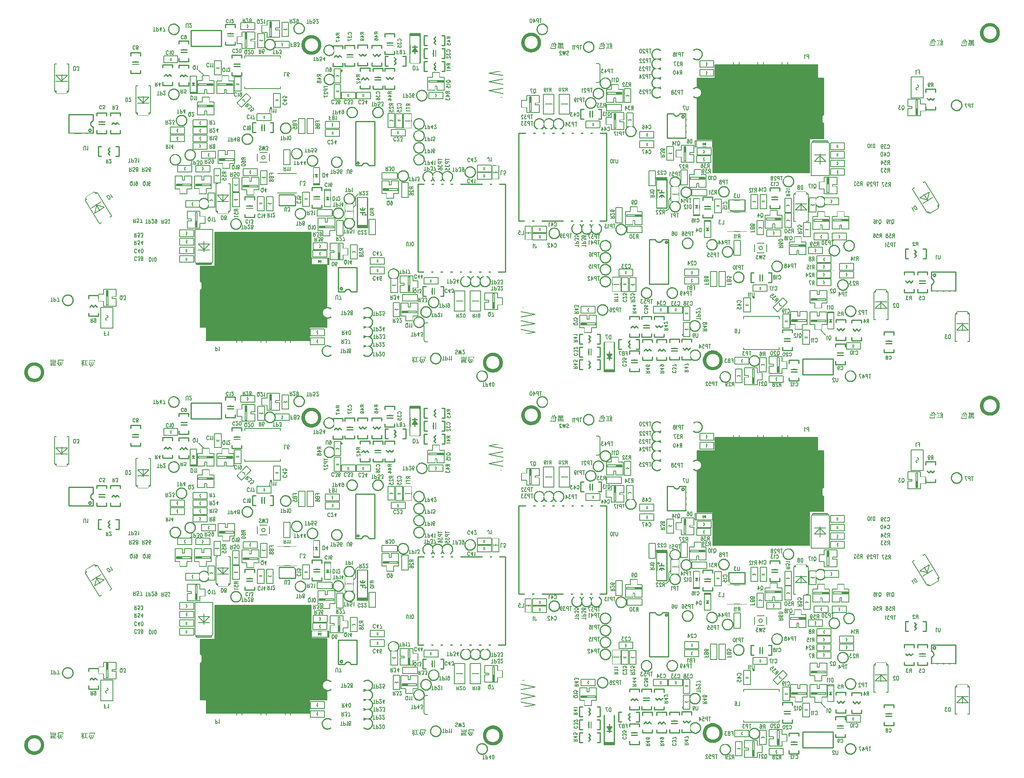
<source format=gbo>
*
%FSLAX26Y26*%
%MOIN*%
%ADD10C,0.006000*%
%ADD11C,0.010000*%
%ADD12C,0.009840*%
%ADD13C,0.007870*%
%ADD14C,0.008000*%
%ADD15C,0.012000*%
%ADD16C,0.005120*%
%ADD17C,0.005122*%
%ADD18C,0.004528*%
%ADD19C,0.005126*%
%ADD20C,0.005130*%
%ADD21C,0.005134*%
%ADD22C,0.089843*%
%ADD23C,0.073150*%
%ADD24R,0.073150X0.073150*%
%ADD25C,0.084016*%
%ADD26C,0.076142*%
%ADD27C,0.091890*%
%ADD28R,0.063150X0.063150*%
%ADD29C,0.113150*%
%ADD30C,0.131260*%
%ADD31R,0.037146X0.037146*%
%ADD32C,0.080079*%
%ADD33C,0.064331*%
%ADD34R,0.098150X0.098150*%
%ADD35C,0.060394*%
%ADD36R,0.072205X0.072205*%
%ADD37R,0.052520X0.052520*%
%ADD38R,0.045148X0.045148*%
%ADD39R,0.084016X0.084016*%
%ADD40R,0.048583X0.048583*%
%ADD41R,0.044646X0.044646*%
%ADD42R,0.053150X0.053150*%
%ADD43R,0.046614X0.046614*%
%ADD44R,0.026929X0.026929*%
%ADD45R,0.025148X0.025148*%
%ADD46C,0.072205*%
%ADD47R,0.036772X0.036772*%
%ADD48R,0.038740X0.038740*%
%ADD49R,0.091890X0.091890*%
%ADD50R,0.058150X0.058150*%
%ADD51R,0.119154X0.119154*%
%ADD52R,0.050945X0.050945*%
%ADD53R,0.078150X0.078150*%
%ADD54C,0.061181*%
%ADD55C,0.069055*%
%ADD56C,0.096614*%
%ADD57C,0.108268*%
%ADD58C,0.064961*%
%ADD59C,0.019685*%
%ADD60C,0.031496*%
%IPPOS*%
%LN504-2st46574a0.gbo*%
%LPD*%
G75*
G54D10*
X3249289Y823771D02*
X3269289D01*
Y838271D01*
X3149289D01*
Y823771D01*
X3254289D01*
X1652119Y2711791D02*
X1632119D01*
Y2697291D01*
X1752119D01*
Y2711791D01*
X1647119D01*
X3214079Y1100071D02*
Y1120071D01*
X3199579D01*
Y1000071D01*
X3214079D01*
Y1105071D01*
X2637679Y1369151D02*
Y1389151D01*
X2623179D01*
Y1269151D01*
X2637679D01*
Y1374151D01*
X3388279Y2739221D02*
X3368279D01*
Y2724721D01*
X3488279D01*
Y2739221D01*
X3383279D01*
X1548599Y1870961D02*
X1568599D01*
Y1885461D01*
X1448599D01*
Y1870961D01*
X1553599D01*
X1459819Y1631351D02*
Y1651351D01*
X1445319D01*
Y1531351D01*
X1459819D01*
Y1636351D01*
X1741579Y2079561D02*
X1761579D01*
Y2094061D01*
X1641579D01*
Y2079561D01*
X1746579D01*
X1388249Y1870131D02*
X1408249D01*
Y1884631D01*
X1288249D01*
Y1870131D01*
X1393249D01*
X3911279Y960101D02*
Y980101D01*
X3896779D01*
Y860101D01*
X3911279D01*
Y965101D01*
X767444Y697566D02*
Y869377D01*
X665633D01*
Y697566D01*
X767444D01*
X716539Y783471D02*
X713449Y782982D01*
X710661Y781561D01*
X708449Y779349D01*
X707028Y776561D01*
X706539Y773471D01*
X707028Y770381D01*
X708449Y767593D01*
X710661Y765381D01*
X713449Y763961D01*
X716539Y763471D01*
Y783471D02*
X719629Y783961D01*
X722417Y785381D01*
X724629Y787593D01*
X726049Y790381D01*
X726539Y793471D01*
X726049Y796561D01*
X724629Y799349D01*
X722417Y801561D01*
X719629Y802982D01*
X716539Y803471D01*
X1852359Y2925201D02*
Y2942921D01*
X2147639D01*
Y2925201D01*
X1852359Y2688981D02*
Y2671261D01*
X2147639D01*
Y2688981D01*
X713409Y908031D02*
Y888031D01*
X727909D01*
Y1008031D01*
X713409D01*
Y903031D01*
X1491269Y2713051D02*
X1471269D01*
Y2698551D01*
X1591269D01*
Y2713051D01*
X1486269D01*
X2565569Y1524441D02*
X2585569D01*
Y1538941D01*
X2465569D01*
Y1524441D01*
X2570569D01*
X1491299Y2536421D02*
X1471299D01*
Y2521921D01*
X1591299D01*
Y2536421D01*
X1486299D01*
X3091849Y1832051D02*
X3111849D01*
Y1846551D01*
X2991849D01*
Y1832051D01*
X3096849D01*
X1940079Y1861081D02*
X1960079D01*
Y1875581D01*
X1840079D01*
Y1861081D01*
X1945079D01*
X1855139Y3030081D02*
Y3010081D01*
X1869639D01*
Y3130081D01*
X1855139D01*
Y3025081D01*
X2059249Y3122651D02*
Y3102651D01*
X2073749D01*
Y3222651D01*
X2059249D01*
Y3117651D01*
G54D11*
X1708349Y3106411D02*
X1758349D01*
X1708349Y3126411D02*
X1758349D01*
X1733349D02*
Y3136411D01*
Y3106411D02*
Y3096411D01*
X1693349Y3056411D02*
Y3031411D01*
X1773349D01*
Y3056411D01*
X1693349Y3176411D02*
Y3201411D01*
X1773349D01*
Y3176411D01*
X1916719Y1706261D02*
X1866719D01*
X1916719Y1686261D02*
X1866719D01*
X1891719D02*
Y1676261D01*
Y1706261D02*
Y1716261D01*
X1931719Y1756261D02*
Y1781261D01*
X1851719D01*
Y1756261D01*
X1931719Y1636261D02*
Y1611261D01*
X1851719D01*
Y1636261D01*
X2419879Y1762841D02*
X2469879D01*
X2419879Y1782841D02*
X2469879D01*
X2444879D02*
Y1792841D01*
Y1762841D02*
Y1752841D01*
X2404879Y1712841D02*
Y1687841D01*
X2484879D01*
Y1712841D01*
X2404879Y1832841D02*
Y1857841D01*
X2484879D01*
Y1832841D01*
X1762399Y2853391D02*
X1812399D01*
X1762399Y2873391D02*
X1812399D01*
X1787399D02*
Y2883391D01*
Y2853391D02*
Y2843391D01*
X1747399Y2803391D02*
Y2778391D01*
X1827399D01*
Y2803391D01*
X1747399Y2923391D02*
Y2948391D01*
X1827399D01*
Y2923391D01*
X2863839Y1536421D02*
Y1776421D01*
X2780839D01*
Y1536421D01*
X2863839D01*
X2802839Y1651421D02*
X2842839D01*
X2802829Y1686431D02*
X2804389Y1682208D01*
X2806828Y1678424D01*
X2810031Y1675260D01*
X2813844Y1672867D01*
X2818085Y1671358D01*
X2822553Y1670806D01*
X2827034Y1671237D01*
X2831315Y1672630D01*
X2835192Y1674920D01*
X2838479Y1677996D01*
X2841020Y1681712D01*
X2842694Y1685891D01*
X2842829Y1686401D01*
X2822839Y1671421D02*
Y1691421D01*
Y1651421D02*
Y1631421D01*
X2782839Y1541421D02*
X2862839D01*
X2782839Y1546421D02*
X2862839D01*
X2863839Y1536421D02*
Y1776421D01*
X2780839D01*
Y1536421D01*
X2863839D01*
X2802839Y1651421D02*
X2842839D01*
X2802829Y1686431D02*
X2804389Y1682208D01*
X2806828Y1678424D01*
X2810031Y1675260D01*
X2813844Y1672867D01*
X2818085Y1671358D01*
X2822553Y1670806D01*
X2827034Y1671237D01*
X2831315Y1672630D01*
X2835192Y1674920D01*
X2838479Y1677996D01*
X2841020Y1681712D01*
X2842694Y1685891D01*
X2842829Y1686401D01*
X2822839Y1671421D02*
Y1691421D01*
Y1651421D02*
Y1631421D01*
X2782839Y1541421D02*
X2862839D01*
X2782839Y1546421D02*
X2862839D01*
X3424879Y2937671D02*
Y2987671D01*
X3404879Y2937671D02*
Y2987671D01*
Y2962671D02*
X3394879D01*
X3424879D02*
X3434879D01*
X3474879Y2922671D02*
X3499879D01*
Y3002671D01*
X3474879D01*
X3354879Y2922671D02*
X3329879D01*
Y3002671D01*
X3354879D01*
X3022809Y3029391D02*
X3072809D01*
X3022809Y3049391D02*
X3072809D01*
X3047809D02*
Y3059391D01*
Y3029391D02*
Y3019391D01*
X3007809Y2979391D02*
Y2954391D01*
X3087809D01*
Y2979391D01*
X3007809Y3099391D02*
Y3124391D01*
X3087809D01*
Y3099391D01*
X2923229Y2743821D02*
X2973229D01*
X2923229Y2763821D02*
X2973229D01*
X2948229D02*
Y2773821D01*
Y2743821D02*
Y2733821D01*
X2908229Y2693821D02*
Y2668821D01*
X2988229D01*
Y2693821D01*
X2908229Y2813821D02*
Y2838821D01*
X2988229D01*
Y2813821D01*
X2692609Y2932591D02*
X2742609D01*
X2692609Y2952591D02*
X2742609D01*
X2717609D02*
Y2962591D01*
Y2932591D02*
Y2922591D01*
X2677609Y2882591D02*
Y2857591D01*
X2757609D01*
Y2882591D01*
X2677609Y3002591D02*
Y3027591D01*
X2757609D01*
Y3002591D01*
X3414839Y977561D02*
Y1027561D01*
X3394839Y977561D02*
Y1027561D01*
Y1002561D02*
X3384839D01*
X3414839D02*
X3424839D01*
X3464839Y962561D02*
X3489839D01*
Y1042561D01*
X3464839D01*
X3344839Y962561D02*
X3319839D01*
Y1042561D01*
X3344839D01*
X649129Y2377851D02*
X699129D01*
X649129Y2397851D02*
X699129D01*
X674129D02*
Y2407851D01*
Y2377851D02*
Y2367851D01*
X634129Y2327851D02*
Y2302851D01*
X714129D01*
Y2327851D01*
X634129Y2447851D02*
Y2472851D01*
X714129D01*
Y2447851D01*
X926609Y2872501D02*
X976609D01*
X926609Y2892501D02*
X976609D01*
X951609D02*
Y2902501D01*
Y2872501D02*
Y2862501D01*
X911609Y2822501D02*
Y2797501D01*
X991609D01*
Y2822501D01*
X911609Y2942501D02*
Y2967501D01*
X991609D01*
Y2942501D01*
X1325999Y2971151D02*
X1375999D01*
X1325999Y2991151D02*
X1375999D01*
X1350999D02*
Y3001151D01*
Y2971151D02*
Y2961151D01*
X1310999Y2921151D02*
Y2896151D01*
X1390999D01*
Y2921151D01*
X1310999Y3041151D02*
Y3066151D01*
X1390999D01*
Y3041151D01*
X2537629Y1225161D02*
Y1272071D01*
X3295519Y2884051D02*
Y3124051D01*
X3212519D01*
Y2884051D01*
X3295519D01*
X3254519Y2959051D02*
Y3029051D01*
X3234519Y2979051D02*
X3274519D01*
X3254519Y3009051D01*
X3234519Y2979051D01*
Y3014051D02*
X3274519D01*
X3249519Y2979051D02*
Y2989051D01*
X3244519Y2984051D02*
Y2994051D01*
X3259519Y2979051D02*
Y2989051D01*
X3264519Y2979051D02*
Y2984051D01*
X3214519Y3104051D02*
X3294519D01*
Y3114051D02*
X3214519D01*
X3153529Y2858441D02*
X3178529D01*
Y2883441D01*
Y2938441D01*
X3153529D01*
X3033529Y2858441D02*
X3008529D01*
Y2883441D01*
X3033529Y2938441D02*
X3008529D01*
Y2880441D01*
X3083529Y2898441D02*
X3098529Y2913441D01*
X3083529Y2928441D01*
Y2868441D02*
X3098529Y2883441D01*
X3083529Y2898441D01*
X3093529Y2908441D01*
X670429Y2193551D02*
X645429D01*
Y2168551D01*
Y2113551D01*
X670429D01*
X790429Y2193551D02*
X815429D01*
Y2168551D01*
X790429Y2113551D02*
X815429D01*
Y2171551D01*
X740429Y2153551D02*
X725429Y2138551D01*
X740429Y2123551D01*
Y2183551D02*
X725429Y2168551D01*
X740429Y2153551D01*
X730429Y2143551D01*
X825429Y2447901D02*
Y2472901D01*
X800429D01*
X745429D01*
Y2447901D01*
X825429Y2327901D02*
Y2302901D01*
X800429D01*
X745429Y2327901D02*
Y2302901D01*
X803429D01*
X785429Y2377901D02*
X770429Y2392901D01*
X755429Y2377901D01*
X815429D02*
X800429Y2392901D01*
X785429Y2377901D01*
X775429Y2387901D01*
X1256539Y2843471D02*
Y2868471D01*
X1231539D01*
X1176539D01*
Y2843471D01*
X1256539Y2723471D02*
Y2698471D01*
X1231539D01*
X1176539Y2723471D02*
Y2698471D01*
X1234539D01*
X1216539Y2773471D02*
X1201539Y2788471D01*
X1186539Y2773471D01*
X1246539D02*
X1231539Y2788471D01*
X1216539Y2773471D01*
X1206539Y2783471D01*
X3354879Y2895201D02*
X3329879D01*
Y2870201D01*
Y2815201D01*
X3354879D01*
X3474879Y2895201D02*
X3499879D01*
Y2870201D01*
X3474879Y2815201D02*
X3499879D01*
Y2873201D01*
X3424879Y2855201D02*
X3409879Y2840201D01*
X3424879Y2825201D01*
Y2885201D02*
X3409879Y2870201D01*
X3424879Y2855201D01*
X3414879Y2845201D01*
X2884659Y2814901D02*
Y2839901D01*
X2859659D01*
X2804659D01*
Y2814901D01*
X2884659Y2694901D02*
Y2669901D01*
X2859659D01*
X2804659Y2694901D02*
Y2669901D01*
X2862659D01*
X2844659Y2744901D02*
X2829659Y2759901D01*
X2814659Y2744901D01*
X2874659D02*
X2859659Y2759901D01*
X2844659Y2744901D01*
X2834659Y2754901D01*
X3007759Y2693881D02*
Y2668881D01*
X3032759D01*
X3087759D01*
Y2693881D01*
X3007759Y2813881D02*
Y2838881D01*
X3032759D01*
X3087759Y2813881D02*
Y2838881D01*
X3029759D01*
X3047759Y2763881D02*
X3062759Y2748881D01*
X3077759Y2763881D01*
X3017759D02*
X3032759Y2748881D01*
X3047759Y2763881D01*
X3057759Y2753881D01*
X3354879Y3107901D02*
X3329879D01*
Y3082901D01*
Y3027901D01*
X3354879D01*
X3474879Y3107901D02*
X3499879D01*
Y3082901D01*
X3474879Y3027901D02*
X3499879D01*
Y3085901D01*
X3424879Y3067901D02*
X3409879Y3052901D01*
X3424879Y3037901D01*
Y3097901D02*
X3409879Y3082901D01*
X3424879Y3067901D01*
X3414879Y3057901D01*
X2899119Y2884471D02*
Y2859471D01*
X2924119D01*
X2979119D01*
Y2884471D01*
X2899119Y3004471D02*
Y3029471D01*
X2924119D01*
X2979119Y3004471D02*
Y3029471D01*
X2921119D01*
X2939119Y2954471D02*
X2954119Y2939471D01*
X2969119Y2954471D01*
X2909119D02*
X2924119Y2939471D01*
X2939119Y2954471D01*
X2949119Y2944471D01*
X2658109Y3000951D02*
Y3025951D01*
X2633109D01*
X2578109D01*
Y3000951D01*
X2658109Y2880951D02*
Y2855951D01*
X2633109D01*
X2578109Y2880951D02*
Y2855951D01*
X2636109D01*
X2618109Y2930951D02*
X2603109Y2945951D01*
X2588109Y2930951D01*
X2648109D02*
X2633109Y2945951D01*
X2618109Y2930951D01*
X2608109Y2940951D01*
X2783059Y2884851D02*
Y2859851D01*
X2808059D01*
X2863059D01*
Y2884851D01*
X2783059Y3004851D02*
Y3029851D01*
X2808059D01*
X2863059Y3004851D02*
Y3029851D01*
X2805059D01*
X2823059Y2954851D02*
X2838059Y2939851D01*
X2853059Y2954851D01*
X2793059D02*
X2808059Y2939851D01*
X2823059Y2954851D01*
X2833059Y2944851D01*
X1388779Y2839931D02*
Y2864931D01*
X1363779D01*
X1308779D01*
Y2839931D01*
X1388779Y2719931D02*
Y2694931D01*
X1363779D01*
X1308779Y2719931D02*
Y2694931D01*
X1366779D01*
X1348779Y2769931D02*
X1333779Y2784931D01*
X1318779Y2769931D01*
X1378779D02*
X1363779Y2784931D01*
X1348779Y2769931D01*
X1338779Y2779931D01*
X2669580Y1763781D02*
X2670073Y1757290D01*
X2671539Y1750948D01*
X2673946Y1744899D01*
X2677237Y1739283D01*
X2681339Y1734228D01*
X2686156Y1729849D01*
X2691579Y1726248D01*
X2697483Y1723506D01*
X2703733Y1721686D01*
X2710186Y1720830D01*
X2716695Y1720958D01*
X2723109Y1722066D01*
X2729283Y1724130D01*
X2735075Y1727101D01*
X2740353Y1730913D01*
X2744994Y1735477D01*
X2748894Y1740689D01*
X2751963Y1746430D01*
X2754130Y1752568D01*
X2755347Y1758963D01*
X2755584Y1765469D01*
X2754837Y1771936D01*
X2753123Y1778216D01*
X2750481Y1784165D01*
X2746972Y1789648D01*
X2742675Y1794538D01*
X2737690Y1798724D01*
X2732130Y1802110D01*
X2726123Y1804618D01*
X2719806Y1806191D01*
X2713324Y1806793D01*
X2706826Y1806410D01*
X2700460Y1805051D01*
X2694371Y1802747D01*
X2688700Y1799551D01*
X2683577Y1795535D01*
X2679118Y1790792D01*
X2675425Y1785431D01*
X2672584Y1779574D01*
X2670659Y1773356D01*
X2669695Y1766918D01*
X2669580Y1763781D01*
X2145960Y2346461D02*
X2146453Y2339970D01*
X2147919Y2333628D01*
X2150326Y2327579D01*
X2153617Y2321963D01*
X2157719Y2316908D01*
X2162536Y2312529D01*
X2167959Y2308928D01*
X2173863Y2306186D01*
X2180113Y2304366D01*
X2186566Y2303510D01*
X2193075Y2303638D01*
X2199489Y2304746D01*
X2205663Y2306810D01*
X2211455Y2309781D01*
X2216733Y2313593D01*
X2221374Y2318157D01*
X2225274Y2323369D01*
X2228343Y2329110D01*
X2230510Y2335248D01*
X2231727Y2341644D01*
X2231964Y2348149D01*
X2231217Y2354616D01*
X2229503Y2360896D01*
X2226861Y2366845D01*
X2223352Y2372328D01*
X2219055Y2377218D01*
X2214070Y2381404D01*
X2208510Y2384790D01*
X2202503Y2387298D01*
X2196186Y2388871D01*
X2189704Y2389473D01*
X2183206Y2389090D01*
X2176840Y2387731D01*
X2170751Y2385427D01*
X2165081Y2382231D01*
X2159957Y2378215D01*
X2155498Y2373472D01*
X2151805Y2368111D01*
X2148964Y2362254D01*
X2147039Y2356036D01*
X2146075Y2349598D01*
X2145960Y2346461D01*
X3382180Y448821D02*
X3382673Y442330D01*
X3384139Y435988D01*
X3386546Y429939D01*
X3389837Y424323D01*
X3393939Y419268D01*
X3398756Y414889D01*
X3404179Y411288D01*
X3410083Y408546D01*
X3416333Y406726D01*
X3422786Y405870D01*
X3429295Y405998D01*
X3435709Y407106D01*
X3441883Y409170D01*
X3447675Y412141D01*
X3452953Y415953D01*
X3457594Y420517D01*
X3461494Y425729D01*
X3464563Y431470D01*
X3466730Y437608D01*
X3467947Y444004D01*
X3468184Y450509D01*
X3467437Y456976D01*
X3465723Y463256D01*
X3463081Y469205D01*
X3459572Y474688D01*
X3455275Y479578D01*
X3450290Y483764D01*
X3444730Y487150D01*
X3438723Y489658D01*
X3432406Y491231D01*
X3425924Y491833D01*
X3419426Y491450D01*
X3413060Y490091D01*
X3406971Y487787D01*
X3401300Y484591D01*
X3396177Y480575D01*
X3391718Y475832D01*
X3388025Y470471D01*
X3385184Y464614D01*
X3383259Y458396D01*
X3382295Y451958D01*
X3382180Y448821D01*
X3114460Y1952761D02*
X3114953Y1946270D01*
X3116419Y1939928D01*
X3118826Y1933879D01*
X3122117Y1928263D01*
X3126219Y1923208D01*
X3131036Y1918829D01*
X3136459Y1915228D01*
X3142363Y1912486D01*
X3148613Y1910666D01*
X3155066Y1909810D01*
X3161575Y1909938D01*
X3167989Y1911046D01*
X3174163Y1913110D01*
X3179955Y1916081D01*
X3185233Y1919893D01*
X3189874Y1924457D01*
X3193774Y1929669D01*
X3196843Y1935410D01*
X3199010Y1941548D01*
X3200227Y1947944D01*
X3200464Y1954449D01*
X3199717Y1960916D01*
X3198003Y1967196D01*
X3195361Y1973145D01*
X3191852Y1978628D01*
X3187555Y1983518D01*
X3182570Y1987704D01*
X3177010Y1991090D01*
X3171003Y1993598D01*
X3164686Y1995171D01*
X3158204Y1995773D01*
X3151706Y1995390D01*
X3145340Y1994031D01*
X3139251Y1991727D01*
X3133581Y1988531D01*
X3128457Y1984515D01*
X3123998Y1979772D01*
X3120305Y1974411D01*
X3117464Y1968554D01*
X3115539Y1962336D01*
X3114575Y1955898D01*
X3114460Y1952761D01*
X2579030Y1645671D02*
X2579523Y1639180D01*
X2580989Y1632838D01*
X2583396Y1626789D01*
X2586687Y1621173D01*
X2590789Y1616118D01*
X2595606Y1611739D01*
X2601029Y1608138D01*
X2606933Y1605396D01*
X2613183Y1603576D01*
X2619636Y1602720D01*
X2626145Y1602848D01*
X2632559Y1603956D01*
X2638733Y1606020D01*
X2644525Y1608991D01*
X2649803Y1612803D01*
X2654444Y1617367D01*
X2658344Y1622579D01*
X2661413Y1628320D01*
X2663580Y1634458D01*
X2664797Y1640854D01*
X2665034Y1647359D01*
X2664287Y1653826D01*
X2662573Y1660106D01*
X2659931Y1666055D01*
X2656422Y1671538D01*
X2652125Y1676428D01*
X2647140Y1680614D01*
X2641580Y1684000D01*
X2635573Y1686508D01*
X2629256Y1688081D01*
X2622774Y1688683D01*
X2616276Y1688300D01*
X2609910Y1686941D01*
X2603821Y1684637D01*
X2598150Y1681441D01*
X2593027Y1677425D01*
X2588568Y1672682D01*
X2584875Y1667321D01*
X2582034Y1661464D01*
X2580109Y1655246D01*
X2579145Y1648808D01*
X2579030Y1645671D01*
X3244380Y2283471D02*
X3244873Y2276980D01*
X3246339Y2270638D01*
X3248746Y2264589D01*
X3252037Y2258973D01*
X3256139Y2253918D01*
X3260956Y2249539D01*
X3266379Y2245938D01*
X3272283Y2243196D01*
X3278533Y2241376D01*
X3284986Y2240520D01*
X3291495Y2240648D01*
X3297909Y2241756D01*
X3304083Y2243820D01*
X3309875Y2246791D01*
X3315153Y2250603D01*
X3319794Y2255167D01*
X3323694Y2260379D01*
X3326763Y2266120D01*
X3328930Y2272258D01*
X3330147Y2278654D01*
X3330384Y2285159D01*
X3329637Y2291626D01*
X3327923Y2297906D01*
X3325281Y2303855D01*
X3321772Y2309338D01*
X3317475Y2314228D01*
X3312490Y2318414D01*
X3306930Y2321800D01*
X3300923Y2324308D01*
X3294606Y2325881D01*
X3288124Y2326483D01*
X3281626Y2326100D01*
X3275260Y2324741D01*
X3269171Y2322437D01*
X3263500Y2319241D01*
X3258377Y2315225D01*
X3253918Y2310482D01*
X3250225Y2305121D01*
X3247384Y2299264D01*
X3245459Y2293046D01*
X3244495Y2286608D01*
X3244380Y2283471D01*
Y2185041D02*
X3244873Y2178550D01*
X3246339Y2172208D01*
X3248746Y2166159D01*
X3252037Y2160543D01*
X3256139Y2155488D01*
X3260956Y2151109D01*
X3266379Y2147508D01*
X3272283Y2144766D01*
X3278533Y2142946D01*
X3284986Y2142090D01*
X3291495Y2142218D01*
X3297909Y2143326D01*
X3304083Y2145390D01*
X3309875Y2148361D01*
X3315153Y2152173D01*
X3319794Y2156737D01*
X3323694Y2161949D01*
X3326763Y2167690D01*
X3328930Y2173828D01*
X3330147Y2180224D01*
X3330384Y2186729D01*
X3329637Y2193196D01*
X3327923Y2199476D01*
X3325281Y2205425D01*
X3321772Y2210908D01*
X3317475Y2215798D01*
X3312490Y2219984D01*
X3306930Y2223370D01*
X3300923Y2225878D01*
X3294606Y2227451D01*
X3288124Y2228053D01*
X3281626Y2227670D01*
X3275260Y2226311D01*
X3269171Y2224007D01*
X3263500Y2220811D01*
X3258377Y2216795D01*
X3253918Y2212052D01*
X3250225Y2206691D01*
X3247384Y2200834D01*
X3245459Y2194616D01*
X3244495Y2188178D01*
X3244380Y2185041D01*
X3034800Y1144031D02*
X3035293Y1137540D01*
X3036759Y1131198D01*
X3039166Y1125149D01*
X3042457Y1119533D01*
X3046559Y1114478D01*
X3051376Y1110099D01*
X3056799Y1106498D01*
X3062703Y1103756D01*
X3068953Y1101936D01*
X3075406Y1101080D01*
X3081915Y1101208D01*
X3088329Y1102316D01*
X3094503Y1104380D01*
X3100295Y1107351D01*
X3105573Y1111163D01*
X3110214Y1115727D01*
X3114114Y1120939D01*
X3117183Y1126680D01*
X3119350Y1132818D01*
X3120567Y1139213D01*
X3120804Y1145719D01*
X3120057Y1152186D01*
X3118343Y1158466D01*
X3115701Y1164415D01*
X3112192Y1169898D01*
X3107895Y1174788D01*
X3102910Y1178974D01*
X3097350Y1182360D01*
X3091343Y1184868D01*
X3085026Y1186441D01*
X3078544Y1187043D01*
X3072046Y1186660D01*
X3065680Y1185301D01*
X3059591Y1182997D01*
X3053920Y1179801D01*
X3048797Y1175785D01*
X3044338Y1171042D01*
X3040645Y1165681D01*
X3037804Y1159824D01*
X3035879Y1153606D01*
X3034915Y1147168D01*
X3034800Y1144031D01*
X2490090Y510241D02*
X2490583Y503750D01*
X2492049Y497408D01*
X2494456Y491359D01*
X2497747Y485743D01*
X2501849Y480688D01*
X2506666Y476309D01*
X2512089Y472708D01*
X2517993Y469966D01*
X2524243Y468146D01*
X2530696Y467290D01*
X2537205Y467418D01*
X2543619Y468526D01*
X2549793Y470590D01*
X2555585Y473561D01*
X2560863Y477373D01*
X2565504Y481937D01*
X2569404Y487149D01*
X2572473Y492890D01*
X2574640Y499028D01*
X2575857Y505424D01*
X2576094Y511929D01*
X2575347Y518396D01*
X2573633Y524676D01*
X2570991Y530625D01*
X2567482Y536108D01*
X2563185Y540998D01*
X2558200Y545184D01*
X2552640Y548570D01*
X2546633Y551078D01*
X2540316Y552651D01*
X2533834Y553253D01*
X2527336Y552870D01*
X2520970Y551511D01*
X2514881Y549207D01*
X2509211Y546011D01*
X2504087Y541995D01*
X2499628Y537252D01*
X2495935Y531891D01*
X2493094Y526034D01*
X2491169Y519816D01*
X2490205Y513378D01*
X2490090Y510241D01*
X3365300Y910911D02*
X3365793Y904420D01*
X3367259Y898078D01*
X3369666Y892029D01*
X3372957Y886413D01*
X3377059Y881358D01*
X3381876Y876979D01*
X3387299Y873378D01*
X3393203Y870636D01*
X3399453Y868816D01*
X3405906Y867960D01*
X3412415Y868088D01*
X3418829Y869196D01*
X3425003Y871260D01*
X3430795Y874231D01*
X3436073Y878043D01*
X3440714Y882607D01*
X3444614Y887819D01*
X3447683Y893560D01*
X3449850Y899698D01*
X3451067Y906094D01*
X3451304Y912599D01*
X3450557Y919066D01*
X3448843Y925346D01*
X3446201Y931295D01*
X3442692Y936778D01*
X3438395Y941668D01*
X3433410Y945854D01*
X3427850Y949240D01*
X3421843Y951748D01*
X3415526Y953321D01*
X3409044Y953923D01*
X3402546Y953540D01*
X3396180Y952181D01*
X3390091Y949877D01*
X3384420Y946681D01*
X3379297Y942665D01*
X3374838Y937922D01*
X3371145Y932561D01*
X3368304Y926704D01*
X3366379Y920486D01*
X3365415Y914048D01*
X3365300Y910911D01*
X1224700Y2625991D02*
X1225193Y2619500D01*
X1226659Y2613158D01*
X1229066Y2607109D01*
X1232357Y2601493D01*
X1236459Y2596438D01*
X1241276Y2592059D01*
X1246699Y2588458D01*
X1252603Y2585716D01*
X1258853Y2583896D01*
X1265306Y2583040D01*
X1271815Y2583168D01*
X1278229Y2584276D01*
X1284403Y2586340D01*
X1290195Y2589311D01*
X1295473Y2593123D01*
X1300114Y2597687D01*
X1304014Y2602899D01*
X1307083Y2608640D01*
X1309250Y2614778D01*
X1310467Y2621174D01*
X1310704Y2627679D01*
X1309957Y2634146D01*
X1308243Y2640426D01*
X1305601Y2646375D01*
X1302092Y2651858D01*
X1297795Y2656748D01*
X1292810Y2660934D01*
X1287250Y2664320D01*
X1281243Y2666828D01*
X1274926Y2668401D01*
X1268444Y2669003D01*
X1261946Y2668620D01*
X1255580Y2667261D01*
X1249491Y2664957D01*
X1243820Y2661761D01*
X1238697Y2657745D01*
X1234238Y2653002D01*
X1230545Y2647641D01*
X1227704Y2641784D01*
X1225779Y2635566D01*
X1224815Y2629128D01*
X1224700Y2625991D01*
X2818490Y509951D02*
X2818983Y503460D01*
X2820449Y497118D01*
X2822856Y491069D01*
X2826147Y485453D01*
X2830249Y480398D01*
X2835066Y476019D01*
X2840489Y472418D01*
X2846393Y469676D01*
X2852643Y467856D01*
X2859096Y467000D01*
X2865605Y467128D01*
X2872019Y468236D01*
X2878193Y470300D01*
X2883985Y473271D01*
X2889263Y477083D01*
X2893904Y481647D01*
X2897804Y486859D01*
X2900873Y492600D01*
X2903040Y498738D01*
X2904257Y505133D01*
X2904494Y511639D01*
X2903747Y518106D01*
X2902033Y524386D01*
X2899391Y530335D01*
X2895882Y535818D01*
X2891585Y540708D01*
X2886600Y544894D01*
X2881040Y548280D01*
X2875033Y550788D01*
X2868716Y552361D01*
X2862234Y552963D01*
X2855736Y552580D01*
X2849370Y551221D01*
X2843281Y548917D01*
X2837611Y545721D01*
X2832487Y541705D01*
X2828028Y536962D01*
X2824335Y531601D01*
X2821494Y525744D01*
X2819569Y519525D01*
X2818605Y513088D01*
X2818490Y509951D01*
X3302130Y832301D02*
X3302623Y825810D01*
X3304089Y819468D01*
X3306496Y813419D01*
X3309787Y807803D01*
X3313889Y802748D01*
X3318706Y798369D01*
X3324129Y794768D01*
X3330033Y792026D01*
X3336283Y790206D01*
X3342736Y789350D01*
X3349245Y789478D01*
X3355659Y790586D01*
X3361833Y792650D01*
X3367625Y795621D01*
X3372903Y799433D01*
X3377544Y803997D01*
X3381444Y809209D01*
X3384513Y814950D01*
X3386680Y821088D01*
X3387897Y827483D01*
X3388134Y833989D01*
X3387387Y840456D01*
X3385673Y846736D01*
X3383031Y852685D01*
X3379522Y858168D01*
X3375225Y863058D01*
X3370240Y867244D01*
X3364680Y870630D01*
X3358673Y873138D01*
X3352356Y874711D01*
X3345874Y875313D01*
X3339376Y874930D01*
X3333010Y873571D01*
X3326921Y871267D01*
X3321250Y868071D01*
X3316127Y864055D01*
X3311668Y859312D01*
X3307975Y853951D01*
X3305134Y848094D01*
X3303209Y841875D01*
X3302245Y835438D01*
X3302130Y832301D01*
X2818490Y588771D02*
X2818983Y582280D01*
X2820449Y575938D01*
X2822856Y569889D01*
X2826147Y564273D01*
X2830249Y559218D01*
X2835066Y554839D01*
X2840489Y551238D01*
X2846393Y548496D01*
X2852643Y546676D01*
X2859096Y545820D01*
X2865605Y545948D01*
X2872019Y547056D01*
X2878193Y549120D01*
X2883985Y552091D01*
X2889263Y555903D01*
X2893904Y560467D01*
X2897804Y565679D01*
X2900873Y571420D01*
X2903040Y577558D01*
X2904257Y583954D01*
X2904494Y590459D01*
X2903747Y596926D01*
X2902033Y603206D01*
X2899391Y609155D01*
X2895882Y614638D01*
X2891585Y619528D01*
X2886600Y623714D01*
X2881040Y627100D01*
X2875033Y629608D01*
X2868716Y631181D01*
X2862234Y631783D01*
X2855736Y631400D01*
X2849370Y630041D01*
X2843281Y627737D01*
X2837611Y624541D01*
X2832487Y620525D01*
X2828028Y615782D01*
X2824335Y610421D01*
X2821494Y604564D01*
X2819569Y598346D01*
X2818605Y591908D01*
X2818490Y588771D01*
Y667371D02*
X2818983Y660880D01*
X2820449Y654538D01*
X2822856Y648489D01*
X2826147Y642873D01*
X2830249Y637818D01*
X2835066Y633439D01*
X2840489Y629838D01*
X2846393Y627096D01*
X2852643Y625276D01*
X2859096Y624420D01*
X2865605Y624548D01*
X2872019Y625656D01*
X2878193Y627720D01*
X2883985Y630691D01*
X2889263Y634503D01*
X2893904Y639067D01*
X2897804Y644279D01*
X2900873Y650020D01*
X2903040Y656158D01*
X2904257Y662554D01*
X2904494Y669059D01*
X2903747Y675526D01*
X2902033Y681806D01*
X2899391Y687755D01*
X2895882Y693238D01*
X2891585Y698128D01*
X2886600Y702314D01*
X2881040Y705700D01*
X2875033Y708208D01*
X2868716Y709781D01*
X2862234Y710383D01*
X2855736Y710000D01*
X2849370Y708641D01*
X2843281Y706337D01*
X2837611Y703141D01*
X2832487Y699125D01*
X2828028Y694382D01*
X2824335Y689021D01*
X2821494Y683164D01*
X2819569Y676946D01*
X2818605Y670508D01*
X2818490Y667371D01*
Y746151D02*
X2818983Y739660D01*
X2820449Y733318D01*
X2822856Y727269D01*
X2826147Y721653D01*
X2830249Y716598D01*
X2835066Y712219D01*
X2840489Y708618D01*
X2846393Y705876D01*
X2852643Y704056D01*
X2859096Y703200D01*
X2865605Y703328D01*
X2872019Y704436D01*
X2878193Y706500D01*
X2883985Y709471D01*
X2889263Y713283D01*
X2893904Y717847D01*
X2897804Y723059D01*
X2900873Y728800D01*
X2903040Y734938D01*
X2904257Y741333D01*
X2904494Y747839D01*
X2903747Y754306D01*
X2902033Y760586D01*
X2899391Y766535D01*
X2895882Y772018D01*
X2891585Y776908D01*
X2886600Y781094D01*
X2881040Y784480D01*
X2875033Y786988D01*
X2868716Y788561D01*
X2862234Y789163D01*
X2855736Y788780D01*
X2849370Y787421D01*
X2843281Y785117D01*
X2837611Y781921D01*
X2832487Y777905D01*
X2828028Y773162D01*
X2824335Y767801D01*
X2821494Y761944D01*
X2819569Y755725D01*
X2818605Y749288D01*
X2818490Y746151D01*
Y825111D02*
X2818983Y818620D01*
X2820449Y812278D01*
X2822856Y806229D01*
X2826147Y800613D01*
X2830249Y795558D01*
X2835066Y791179D01*
X2840489Y787578D01*
X2846393Y784836D01*
X2852643Y783016D01*
X2859096Y782160D01*
X2865605Y782288D01*
X2872019Y783396D01*
X2878193Y785460D01*
X2883985Y788431D01*
X2889263Y792243D01*
X2893904Y796807D01*
X2897804Y802019D01*
X2900873Y807760D01*
X2903040Y813898D01*
X2904257Y820294D01*
X2904494Y826799D01*
X2903747Y833266D01*
X2902033Y839546D01*
X2899391Y845495D01*
X2895882Y850978D01*
X2891585Y855868D01*
X2886600Y860054D01*
X2881040Y863440D01*
X2875033Y865948D01*
X2868716Y867521D01*
X2862234Y868123D01*
X2855736Y867740D01*
X2849370Y866381D01*
X2843281Y864077D01*
X2837611Y860881D01*
X2832487Y856865D01*
X2828028Y852122D01*
X2824335Y846761D01*
X2821494Y840904D01*
X2819569Y834686D01*
X2818605Y828248D01*
X2818490Y825111D01*
X3267630Y2615191D02*
X3268123Y2608701D01*
X3269589Y2602359D01*
X3271996Y2596311D01*
X3275287Y2590696D01*
X3279389Y2585642D01*
X3284206Y2581264D01*
X3289628Y2577664D01*
X3295532Y2574923D01*
X3301782Y2573104D01*
X3308234Y2572250D01*
X3314742Y2572379D01*
X3321156Y2573488D01*
X3327329Y2575553D01*
X3333119Y2578525D01*
X3338395Y2582338D01*
X3343035Y2586903D01*
X3346933Y2592115D01*
X3349999Y2597857D01*
X3352164Y2603995D01*
X3353378Y2610390D01*
X3353613Y2616894D01*
X3352864Y2623360D01*
X3351148Y2629639D01*
X3348504Y2635586D01*
X3344992Y2641067D01*
X3340694Y2645955D01*
X3335707Y2650138D01*
X3330147Y2653521D01*
X3324139Y2656026D01*
X3317822Y2657595D01*
X3311341Y2658194D01*
X3304843Y2657807D01*
X3298478Y2656445D01*
X3292392Y2654137D01*
X3286724Y2650938D01*
X3281603Y2646919D01*
X3277148Y2642174D01*
X3273459Y2636811D01*
X3270623Y2630953D01*
X3268702Y2624734D01*
X3267743Y2618296D01*
X3267630Y2615191D01*
X2506840Y2747481D02*
X2507333Y2740990D01*
X2508799Y2734648D01*
X2511206Y2728599D01*
X2514497Y2722983D01*
X2518599Y2717928D01*
X2523416Y2713549D01*
X2528839Y2709948D01*
X2534743Y2707206D01*
X2540993Y2705386D01*
X2547446Y2704530D01*
X2553955Y2704658D01*
X2560369Y2705766D01*
X2566543Y2707830D01*
X2572335Y2710801D01*
X2577613Y2714613D01*
X2582254Y2719177D01*
X2586154Y2724389D01*
X2589223Y2730130D01*
X2591390Y2736268D01*
X2592607Y2742663D01*
X2592844Y2749169D01*
X2592097Y2755636D01*
X2590383Y2761916D01*
X2587741Y2767865D01*
X2584232Y2773348D01*
X2579935Y2778238D01*
X2574950Y2782424D01*
X2569390Y2785810D01*
X2563383Y2788318D01*
X2557066Y2789891D01*
X2550584Y2790493D01*
X2544086Y2790110D01*
X2537720Y2788751D01*
X2531631Y2786447D01*
X2525961Y2783251D01*
X2520837Y2779235D01*
X2516378Y2774492D01*
X2512685Y2769131D01*
X2509844Y2763274D01*
X2507919Y2757056D01*
X2506955Y2750618D01*
X2506840Y2747481D01*
X1736180Y1557171D02*
X1736673Y1550680D01*
X1738139Y1544338D01*
X1740546Y1538289D01*
X1743837Y1532673D01*
X1747939Y1527618D01*
X1752756Y1523239D01*
X1758179Y1519638D01*
X1764083Y1516896D01*
X1770333Y1515076D01*
X1776786Y1514220D01*
X1783295Y1514348D01*
X1789709Y1515456D01*
X1795883Y1517520D01*
X1801675Y1520491D01*
X1806953Y1524303D01*
X1811594Y1528867D01*
X1815494Y1534079D01*
X1818563Y1539820D01*
X1820730Y1545958D01*
X1821947Y1552354D01*
X1822184Y1558859D01*
X1821437Y1565326D01*
X1819723Y1571606D01*
X1817081Y1577555D01*
X1813572Y1583038D01*
X1809275Y1587928D01*
X1804290Y1592114D01*
X1798730Y1595500D01*
X1792723Y1598008D01*
X1786406Y1599581D01*
X1779924Y1600183D01*
X1773426Y1599800D01*
X1767060Y1598441D01*
X1760971Y1596137D01*
X1755300Y1592941D01*
X1750177Y1588925D01*
X1745718Y1584182D01*
X1742025Y1578821D01*
X1739184Y1572964D01*
X1737259Y1566746D01*
X1736295Y1560308D01*
X1736180Y1557171D01*
X1472730Y1724411D02*
X1473223Y1717920D01*
X1474689Y1711578D01*
X1477096Y1705529D01*
X1480387Y1699913D01*
X1484489Y1694858D01*
X1489306Y1690479D01*
X1494729Y1686878D01*
X1500633Y1684136D01*
X1506883Y1682316D01*
X1513336Y1681460D01*
X1519845Y1681588D01*
X1526259Y1682696D01*
X1532433Y1684760D01*
X1538225Y1687731D01*
X1543503Y1691543D01*
X1548144Y1696107D01*
X1552044Y1701319D01*
X1555113Y1707060D01*
X1557280Y1713198D01*
X1558497Y1719594D01*
X1558734Y1726099D01*
X1557987Y1732566D01*
X1556273Y1738846D01*
X1553631Y1744795D01*
X1550122Y1750278D01*
X1545825Y1755168D01*
X1540840Y1759354D01*
X1535280Y1762740D01*
X1529273Y1765248D01*
X1522956Y1766821D01*
X1516474Y1767423D01*
X1509976Y1767040D01*
X1503610Y1765681D01*
X1497521Y1763377D01*
X1491850Y1760181D01*
X1486727Y1756165D01*
X1482268Y1751422D01*
X1478575Y1746061D01*
X1475734Y1740204D01*
X1473809Y1733986D01*
X1472845Y1727548D01*
X1472730Y1724411D01*
X2016040Y3035441D02*
X2016533Y3028950D01*
X2017999Y3022608D01*
X2020406Y3016559D01*
X2023697Y3010943D01*
X2027799Y3005888D01*
X2032616Y3001509D01*
X2038039Y2997908D01*
X2043943Y2995166D01*
X2050193Y2993346D01*
X2056646Y2992490D01*
X2063155Y2992618D01*
X2069569Y2993726D01*
X2075743Y2995790D01*
X2081535Y2998761D01*
X2086813Y3002573D01*
X2091454Y3007137D01*
X2095354Y3012349D01*
X2098423Y3018090D01*
X2100590Y3024228D01*
X2101807Y3030624D01*
X2102044Y3037129D01*
X2101297Y3043596D01*
X2099583Y3049876D01*
X2096941Y3055825D01*
X2093432Y3061308D01*
X2089135Y3066198D01*
X2084150Y3070384D01*
X2078590Y3073770D01*
X2072583Y3076278D01*
X2066266Y3077851D01*
X2059784Y3078453D01*
X2053286Y3078070D01*
X2046920Y3076711D01*
X2040831Y3074407D01*
X2035161Y3071211D01*
X2030037Y3067195D01*
X2025578Y3062452D01*
X2021885Y3057091D01*
X2019044Y3051234D01*
X2017119Y3045016D01*
X2016155Y3038578D01*
X2016040Y3035441D01*
X1358560Y2125991D02*
X1359053Y2119500D01*
X1360519Y2113158D01*
X1362926Y2107109D01*
X1366217Y2101493D01*
X1370319Y2096438D01*
X1375136Y2092059D01*
X1380559Y2088458D01*
X1386463Y2085716D01*
X1392713Y2083896D01*
X1399166Y2083040D01*
X1405675Y2083168D01*
X1412089Y2084276D01*
X1418263Y2086340D01*
X1424055Y2089311D01*
X1429333Y2093123D01*
X1433974Y2097687D01*
X1437874Y2102899D01*
X1440943Y2108640D01*
X1443110Y2114778D01*
X1444327Y2121174D01*
X1444564Y2127679D01*
X1443817Y2134146D01*
X1442103Y2140426D01*
X1439461Y2146375D01*
X1435952Y2151858D01*
X1431655Y2156748D01*
X1426670Y2160934D01*
X1421110Y2164320D01*
X1415103Y2166828D01*
X1408786Y2168401D01*
X1402304Y2169003D01*
X1395806Y2168620D01*
X1389440Y2167261D01*
X1383351Y2164957D01*
X1377681Y2161761D01*
X1372557Y2157745D01*
X1368098Y2153002D01*
X1364405Y2147641D01*
X1361564Y2141784D01*
X1359639Y2135566D01*
X1358675Y2129128D01*
X1358560Y2125991D01*
X1236510Y2086621D02*
X1237003Y2080130D01*
X1238469Y2073788D01*
X1240876Y2067739D01*
X1244167Y2062123D01*
X1248269Y2057068D01*
X1253086Y2052689D01*
X1258509Y2049088D01*
X1264413Y2046346D01*
X1270663Y2044526D01*
X1277116Y2043670D01*
X1283625Y2043798D01*
X1290039Y2044906D01*
X1296213Y2046970D01*
X1302005Y2049941D01*
X1307283Y2053753D01*
X1311924Y2058317D01*
X1315824Y2063529D01*
X1318893Y2069270D01*
X1321060Y2075408D01*
X1322277Y2081804D01*
X1322514Y2088309D01*
X1321767Y2094776D01*
X1320053Y2101056D01*
X1317411Y2107005D01*
X1313902Y2112488D01*
X1309605Y2117378D01*
X1304620Y2121564D01*
X1299060Y2124950D01*
X1293053Y2127458D01*
X1286736Y2129031D01*
X1280254Y2129633D01*
X1273756Y2129250D01*
X1267390Y2127891D01*
X1261301Y2125587D01*
X1255631Y2122391D01*
X1250507Y2118375D01*
X1246048Y2113632D01*
X1242355Y2108271D01*
X1239514Y2102414D01*
X1237589Y2096196D01*
X1236625Y2089758D01*
X1236510Y2086621D01*
X3709420Y1083441D02*
X3709913Y1076950D01*
X3711379Y1070608D01*
X3713786Y1064559D01*
X3717077Y1058943D01*
X3721179Y1053888D01*
X3725996Y1049509D01*
X3731419Y1045908D01*
X3737323Y1043166D01*
X3743573Y1041346D01*
X3750026Y1040490D01*
X3756535Y1040618D01*
X3762949Y1041726D01*
X3769123Y1043790D01*
X3774915Y1046761D01*
X3780193Y1050573D01*
X3784834Y1055137D01*
X3788734Y1060349D01*
X3791803Y1066090D01*
X3793970Y1072228D01*
X3795187Y1078624D01*
X3795424Y1085129D01*
X3794677Y1091596D01*
X3792963Y1097876D01*
X3790321Y1103825D01*
X3786812Y1109308D01*
X3782515Y1114198D01*
X3777530Y1118384D01*
X3771970Y1121770D01*
X3765963Y1124278D01*
X3759646Y1125851D01*
X3753164Y1126453D01*
X3746666Y1126070D01*
X3740300Y1124711D01*
X3734211Y1122407D01*
X3728540Y1119211D01*
X3723417Y1115195D01*
X3718958Y1110452D01*
X3715265Y1105091D01*
X3712424Y1099234D01*
X3710499Y1093016D01*
X3709535Y1086578D01*
X3709420Y1083441D01*
X3788810D02*
X3789303Y1076951D01*
X3790769Y1070609D01*
X3793176Y1064561D01*
X3796467Y1058946D01*
X3800569Y1053892D01*
X3805386Y1049514D01*
X3810808Y1045914D01*
X3816712Y1043173D01*
X3822962Y1041354D01*
X3829414Y1040500D01*
X3835922Y1040629D01*
X3842336Y1041738D01*
X3848509Y1043803D01*
X3854299Y1046775D01*
X3859575Y1050588D01*
X3864215Y1055153D01*
X3868113Y1060365D01*
X3871179Y1066107D01*
X3873344Y1072245D01*
X3874558Y1078640D01*
X3874794Y1085144D01*
X3874044Y1091610D01*
X3872328Y1097889D01*
X3869684Y1103836D01*
X3866172Y1109317D01*
X3861874Y1114205D01*
X3856887Y1118388D01*
X3851327Y1121771D01*
X3845319Y1124276D01*
X3839002Y1125845D01*
X3832521Y1126444D01*
X3826023Y1126057D01*
X3819658Y1124695D01*
X3813572Y1122387D01*
X3807904Y1119188D01*
X3802783Y1115169D01*
X3798328Y1110424D01*
X3794639Y1105061D01*
X3791803Y1099203D01*
X3789882Y1092984D01*
X3788923Y1086546D01*
X3788810Y1083441D01*
X3630340D02*
X3630833Y1076950D01*
X3632299Y1070608D01*
X3634706Y1064559D01*
X3637997Y1058943D01*
X3642099Y1053888D01*
X3646916Y1049509D01*
X3652339Y1045908D01*
X3658243Y1043166D01*
X3664493Y1041346D01*
X3670946Y1040490D01*
X3677455Y1040618D01*
X3683869Y1041726D01*
X3690043Y1043790D01*
X3695835Y1046761D01*
X3701113Y1050573D01*
X3705754Y1055137D01*
X3709654Y1060349D01*
X3712723Y1066090D01*
X3714890Y1072228D01*
X3716107Y1078624D01*
X3716344Y1085129D01*
X3715597Y1091596D01*
X3713883Y1097876D01*
X3711241Y1103825D01*
X3707732Y1109308D01*
X3703435Y1114198D01*
X3698450Y1118384D01*
X3692890Y1121770D01*
X3686883Y1124278D01*
X3680566Y1125851D01*
X3674084Y1126453D01*
X3667586Y1126070D01*
X3661220Y1124711D01*
X3655131Y1122407D01*
X3649461Y1119211D01*
X3644337Y1115195D01*
X3639878Y1110452D01*
X3636185Y1105091D01*
X3633344Y1099234D01*
X3631419Y1093016D01*
X3630455Y1086578D01*
X3630340Y1083441D01*
X3478370Y1946791D02*
X3478863Y1940300D01*
X3480329Y1933958D01*
X3482736Y1927909D01*
X3486027Y1922293D01*
X3490129Y1917238D01*
X3494946Y1912859D01*
X3500369Y1909258D01*
X3506273Y1906516D01*
X3512523Y1904696D01*
X3518976Y1903840D01*
X3525485Y1903968D01*
X3531899Y1905076D01*
X3538073Y1907140D01*
X3543865Y1910111D01*
X3549143Y1913923D01*
X3553784Y1918487D01*
X3557684Y1923699D01*
X3560753Y1929440D01*
X3562920Y1935578D01*
X3564137Y1941974D01*
X3564374Y1948479D01*
X3563627Y1954946D01*
X3561913Y1961226D01*
X3559271Y1967175D01*
X3555762Y1972658D01*
X3551465Y1977548D01*
X3546480Y1981734D01*
X3540920Y1985120D01*
X3534913Y1987628D01*
X3528596Y1989201D01*
X3522114Y1989803D01*
X3515616Y1989420D01*
X3509250Y1988061D01*
X3503161Y1985757D01*
X3497490Y1982561D01*
X3492367Y1978545D01*
X3487908Y1973802D01*
X3484215Y1968441D01*
X3481374Y1962584D01*
X3479449Y1956366D01*
X3478485Y1949928D01*
X3478370Y1946791D01*
X3397980D02*
X3398473Y1940300D01*
X3399939Y1933958D01*
X3402346Y1927909D01*
X3405637Y1922293D01*
X3409739Y1917238D01*
X3414556Y1912859D01*
X3419979Y1909258D01*
X3425883Y1906516D01*
X3432133Y1904696D01*
X3438586Y1903840D01*
X3445095Y1903968D01*
X3451509Y1905076D01*
X3457683Y1907140D01*
X3463475Y1910111D01*
X3468753Y1913923D01*
X3473394Y1918487D01*
X3477294Y1923699D01*
X3480363Y1929440D01*
X3482530Y1935578D01*
X3483747Y1941974D01*
X3483984Y1948479D01*
X3483237Y1954946D01*
X3481523Y1961226D01*
X3478881Y1967175D01*
X3475372Y1972658D01*
X3471075Y1977548D01*
X3466090Y1981734D01*
X3460530Y1985120D01*
X3454523Y1987628D01*
X3448206Y1989201D01*
X3441724Y1989803D01*
X3435226Y1989420D01*
X3428860Y1988061D01*
X3422771Y1985757D01*
X3417100Y1982561D01*
X3411977Y1978545D01*
X3407518Y1973802D01*
X3403825Y1968441D01*
X3400984Y1962584D01*
X3399059Y1956366D01*
X3398095Y1949928D01*
X3397980Y1946791D01*
X3319370D02*
X3319863Y1940300D01*
X3321329Y1933958D01*
X3323736Y1927909D01*
X3327027Y1922293D01*
X3331129Y1917238D01*
X3335946Y1912859D01*
X3341369Y1909258D01*
X3347273Y1906516D01*
X3353523Y1904696D01*
X3359976Y1903840D01*
X3366485Y1903968D01*
X3372899Y1905076D01*
X3379073Y1907140D01*
X3384865Y1910111D01*
X3390143Y1913923D01*
X3394784Y1918487D01*
X3398684Y1923699D01*
X3401753Y1929440D01*
X3403920Y1935578D01*
X3405137Y1941974D01*
X3405374Y1948479D01*
X3404627Y1954946D01*
X3402913Y1961226D01*
X3400271Y1967175D01*
X3396762Y1972658D01*
X3392465Y1977548D01*
X3387480Y1981734D01*
X3381920Y1985120D01*
X3375913Y1987628D01*
X3369596Y1989201D01*
X3363114Y1989803D01*
X3356616Y1989420D01*
X3350250Y1988061D01*
X3344161Y1985757D01*
X3338490Y1982561D01*
X3333367Y1978545D01*
X3328908Y1973802D01*
X3325215Y1968441D01*
X3322374Y1962584D01*
X3320449Y1956366D01*
X3319485Y1949928D01*
X3319370Y1946791D01*
X1287690Y2409451D02*
X1288183Y2402960D01*
X1289649Y2396618D01*
X1292056Y2390569D01*
X1295347Y2384953D01*
X1299449Y2379898D01*
X1304266Y2375519D01*
X1309689Y2371918D01*
X1315593Y2369176D01*
X1321843Y2367356D01*
X1328296Y2366500D01*
X1334805Y2366628D01*
X1341219Y2367736D01*
X1347393Y2369800D01*
X1353185Y2372771D01*
X1358463Y2376583D01*
X1363104Y2381147D01*
X1367004Y2386359D01*
X1370073Y2392100D01*
X1372240Y2398238D01*
X1373457Y2404633D01*
X1373694Y2411139D01*
X1372947Y2417606D01*
X1371233Y2423886D01*
X1368591Y2429835D01*
X1365082Y2435318D01*
X1360785Y2440208D01*
X1355800Y2444394D01*
X1350240Y2447780D01*
X1344233Y2450288D01*
X1337916Y2451861D01*
X1331434Y2452463D01*
X1324936Y2452080D01*
X1318570Y2450721D01*
X1312481Y2448417D01*
X1306811Y2445221D01*
X1301687Y2441205D01*
X1297228Y2436462D01*
X1293535Y2431101D01*
X1290694Y2425244D01*
X1288769Y2419025D01*
X1287805Y2412588D01*
X1287690Y2409451D01*
X350680Y929141D02*
X351173Y922650D01*
X352639Y916308D01*
X355046Y910259D01*
X358337Y904643D01*
X362439Y899588D01*
X367256Y895209D01*
X372679Y891608D01*
X378583Y888866D01*
X384833Y887046D01*
X391286Y886190D01*
X397795Y886318D01*
X404209Y887426D01*
X410383Y889490D01*
X416175Y892461D01*
X421453Y896273D01*
X426094Y900837D01*
X429994Y906049D01*
X433063Y911790D01*
X435230Y917928D01*
X436447Y924324D01*
X436684Y930829D01*
X435937Y937296D01*
X434223Y943576D01*
X431581Y949525D01*
X428072Y955008D01*
X423775Y959898D01*
X418790Y964084D01*
X413230Y967470D01*
X407223Y969978D01*
X400906Y971551D01*
X394424Y972153D01*
X387926Y971770D01*
X381560Y970411D01*
X375471Y968107D01*
X369800Y964911D01*
X364677Y960895D01*
X360218Y956152D01*
X356525Y950791D01*
X353684Y944934D01*
X351759Y938716D01*
X350795Y932278D01*
X350680Y929141D01*
X2268010Y1641741D02*
X2268503Y1635251D01*
X2269969Y1628909D01*
X2272376Y1622861D01*
X2275667Y1617246D01*
X2279769Y1612192D01*
X2284586Y1607814D01*
X2290008Y1604214D01*
X2295912Y1601473D01*
X2302162Y1599654D01*
X2308614Y1598800D01*
X2315122Y1598929D01*
X2321536Y1600038D01*
X2327709Y1602103D01*
X2333499Y1605075D01*
X2338775Y1608888D01*
X2343415Y1613453D01*
X2347313Y1618665D01*
X2350379Y1624407D01*
X2352544Y1630545D01*
X2353758Y1636940D01*
X2353994Y1643444D01*
X2353244Y1649910D01*
X2351528Y1656189D01*
X2348884Y1662136D01*
X2345372Y1667617D01*
X2341074Y1672505D01*
X2336087Y1676688D01*
X2330527Y1680071D01*
X2324519Y1682576D01*
X2318202Y1684145D01*
X2311721Y1684744D01*
X2305223Y1684357D01*
X2298858Y1682995D01*
X2292772Y1680687D01*
X2287104Y1677488D01*
X2281983Y1673469D01*
X2277528Y1668724D01*
X2273839Y1663361D01*
X2271003Y1657503D01*
X2269082Y1651284D01*
X2268123Y1644846D01*
X2268010Y1641741D01*
X601629Y2304631D02*
X401629D01*
Y2458631D01*
X601629D01*
Y2406631D01*
X596862Y2405053D01*
X592494Y2402576D01*
X588694Y2399295D01*
X585606Y2395336D01*
X583349Y2390851D01*
X582010Y2386012D01*
X581640Y2381004D01*
X582254Y2376021D01*
X583828Y2371253D01*
X586302Y2366883D01*
X589580Y2363080D01*
X593536Y2359989D01*
X598020Y2357728D01*
X601629Y2356631D01*
Y2304631D01*
X566629Y2328631D02*
X567118Y2325541D01*
X568539Y2322753D01*
X570751Y2320541D01*
X573539Y2319120D01*
X576629Y2318631D01*
X579719Y2319120D01*
X582507Y2320541D01*
X584719Y2322753D01*
X586139Y2325541D01*
X586629Y2328631D01*
X586139Y2331721D01*
X584719Y2334509D01*
X582507Y2336721D01*
X579719Y2338142D01*
X576629Y2338631D01*
X573539Y2338142D01*
X570751Y2336721D01*
X568539Y2334509D01*
X567118Y2331721D01*
X566629Y2328631D01*
X4001379Y1159831D02*
Y1884241D01*
X3278149D01*
Y1159831D01*
X4001379D01*
X2269806Y1780853D02*
X2251749Y1798898D01*
X2135942D01*
Y1708284D01*
X2269806D01*
Y1780853D01*
X2923319Y2037261D02*
Y2402451D01*
X2767575D01*
Y2037261D01*
X2815779D01*
X2874829D02*
X2872622Y2042336D01*
X2869551Y2046940D01*
X2865713Y2050928D01*
X2861229Y2054172D01*
X2856242Y2056570D01*
X2850908Y2058047D01*
X2845397Y2058556D01*
X2839884Y2058081D01*
X2834541Y2056636D01*
X2829539Y2054267D01*
X2825036Y2051050D01*
X2821174Y2047086D01*
X2818076Y2042500D01*
X2815838Y2037438D01*
X2815779Y2037261D01*
X2874829D02*
X2923319D01*
X2776615Y2058649D02*
X2777103Y2055886D01*
X2778509Y2053458D01*
X2780663Y2051659D01*
X2783303Y2050707D01*
X2786109Y2050718D01*
X2788741Y2051690D01*
X2790880Y2053506D01*
X2792268Y2055945D01*
X2792735Y2058712D01*
X2792225Y2061471D01*
X2790800Y2063889D01*
X2788632Y2065671D01*
X2785985Y2066602D01*
X2783179Y2066569D01*
X2780555Y2065577D01*
X2778429Y2063744D01*
X2777061Y2061294D01*
X2776615Y2058649D01*
X2623679Y998631D02*
Y1198631D01*
X2777679D01*
Y998631D01*
X2725679D01*
X2724099Y1003397D01*
X2721621Y1007764D01*
X2718338Y1011564D01*
X2714378Y1014651D01*
X2709892Y1016906D01*
X2705052Y1018244D01*
X2700044Y1018611D01*
X2695061Y1017996D01*
X2690293Y1016420D01*
X2685924Y1013946D01*
X2682121Y1010667D01*
X2679031Y1006709D01*
X2676772Y1002225D01*
X2675679Y998631D01*
X2623679D01*
X2637679Y1023631D02*
X2638168Y1020541D01*
X2639589Y1017753D01*
X2641801Y1015541D01*
X2644589Y1014120D01*
X2647679Y1013631D01*
X2650769Y1014120D01*
X2653557Y1015541D01*
X2655769Y1017753D01*
X2657189Y1020541D01*
X2657679Y1023631D01*
X2657189Y1026721D01*
X2655769Y1029509D01*
X2653557Y1031721D01*
X2650769Y1033142D01*
X2647679Y1033631D01*
X2644589Y1033142D01*
X2641801Y1031721D01*
X2639589Y1029509D01*
X2638168Y1026721D01*
X2637679Y1023631D01*
X2490090Y825321D02*
X2490583Y818830D01*
X2492049Y812488D01*
X2494456Y806439D01*
X2497747Y800823D01*
X2501849Y795768D01*
X2506666Y791389D01*
X2512089Y787788D01*
X2517993Y785046D01*
X2524243Y783226D01*
X2530696Y782370D01*
X2537205Y782498D01*
X2543619Y783606D01*
X2549793Y785670D01*
X2555585Y788641D01*
X2560863Y792453D01*
X2565504Y797017D01*
X2569404Y802229D01*
X2572473Y807970D01*
X2574640Y814108D01*
X2575857Y820504D01*
X2576094Y827009D01*
X2575347Y833476D01*
X2573633Y839756D01*
X2570991Y845705D01*
X2567482Y851188D01*
X2563185Y856078D01*
X2558200Y860264D01*
X2552640Y863650D01*
X2546633Y866158D01*
X2540316Y867731D01*
X2533834Y868333D01*
X2527336Y867950D01*
X2520970Y866591D01*
X2514881Y864287D01*
X2509211Y861091D01*
X2504087Y857075D01*
X2499628Y852332D01*
X2495935Y846971D01*
X2493094Y841114D01*
X2491169Y834896D01*
X2490205Y828458D01*
X2490090Y825321D01*
X3665640Y1984261D02*
X3666133Y1977770D01*
X3667599Y1971428D01*
X3670006Y1965379D01*
X3673297Y1959763D01*
X3677399Y1954708D01*
X3682216Y1950329D01*
X3687639Y1946728D01*
X3693543Y1943986D01*
X3699793Y1942166D01*
X3706246Y1941310D01*
X3712755Y1941438D01*
X3719169Y1942546D01*
X3725343Y1944610D01*
X3731135Y1947581D01*
X3736413Y1951393D01*
X3741054Y1955957D01*
X3744954Y1961169D01*
X3748023Y1966910D01*
X3750190Y1973048D01*
X3751407Y1979444D01*
X3751644Y1985949D01*
X3750897Y1992416D01*
X3749183Y1998696D01*
X3746541Y2004645D01*
X3743032Y2010128D01*
X3738735Y2015018D01*
X3733750Y2019204D01*
X3728190Y2022590D01*
X3722183Y2025098D01*
X3715866Y2026671D01*
X3709384Y2027273D01*
X3702886Y2026890D01*
X3696520Y2025531D01*
X3690431Y2023227D01*
X3684761Y2020031D01*
X3679637Y2016015D01*
X3675178Y2011272D01*
X3671485Y2005911D01*
X3668644Y2000054D01*
X3666719Y1993836D01*
X3665755Y1987398D01*
X3665640Y1984261D01*
X3764070Y303151D02*
X3764563Y296660D01*
X3766029Y290318D01*
X3768436Y284269D01*
X3771727Y278653D01*
X3775829Y273598D01*
X3780646Y269219D01*
X3786069Y265618D01*
X3791973Y262876D01*
X3798223Y261056D01*
X3804676Y260200D01*
X3811185Y260328D01*
X3817599Y261436D01*
X3823773Y263500D01*
X3829565Y266471D01*
X3834843Y270283D01*
X3839484Y274847D01*
X3843384Y280059D01*
X3846453Y285800D01*
X3848620Y291938D01*
X3849837Y298333D01*
X3850074Y304839D01*
X3849327Y311306D01*
X3847613Y317586D01*
X3844971Y323535D01*
X3841462Y329018D01*
X3837165Y333908D01*
X3832180Y338094D01*
X3826620Y341480D01*
X3820613Y343988D01*
X3814296Y345561D01*
X3807814Y346163D01*
X3801316Y345780D01*
X3794950Y344421D01*
X3788861Y342117D01*
X3783190Y338921D01*
X3778067Y334905D01*
X3773608Y330162D01*
X3769915Y324801D01*
X3767074Y318944D01*
X3765149Y312725D01*
X3764185Y306288D01*
X3764070Y303151D01*
X3244380Y2086621D02*
X3244873Y2080130D01*
X3246339Y2073788D01*
X3248746Y2067739D01*
X3252037Y2062123D01*
X3256139Y2057068D01*
X3260956Y2052689D01*
X3266379Y2049088D01*
X3272283Y2046346D01*
X3278533Y2044526D01*
X3284986Y2043670D01*
X3291495Y2043798D01*
X3297909Y2044906D01*
X3304083Y2046970D01*
X3309875Y2049941D01*
X3315153Y2053753D01*
X3319794Y2058317D01*
X3323694Y2063529D01*
X3326763Y2069270D01*
X3328930Y2075408D01*
X3330147Y2081804D01*
X3330384Y2088309D01*
X3329637Y2094776D01*
X3327923Y2101056D01*
X3325281Y2107005D01*
X3321772Y2112488D01*
X3317475Y2117378D01*
X3312490Y2121564D01*
X3306930Y2124950D01*
X3300923Y2127458D01*
X3294606Y2129031D01*
X3288124Y2129633D01*
X3281626Y2129250D01*
X3275260Y2127891D01*
X3269171Y2125587D01*
X3263500Y2122391D01*
X3258377Y2118375D01*
X3253918Y2113632D01*
X3250225Y2108271D01*
X3247384Y2102414D01*
X3245459Y2096196D01*
X3244495Y2089758D01*
X3244380Y2086621D01*
X3940949Y2078741D02*
Y2120991D01*
X3244380Y2381891D02*
X3244873Y2375400D01*
X3246339Y2369058D01*
X3248746Y2363009D01*
X3252037Y2357393D01*
X3256139Y2352338D01*
X3260956Y2347959D01*
X3266379Y2344358D01*
X3272283Y2341616D01*
X3278533Y2339796D01*
X3284986Y2338940D01*
X3291495Y2339068D01*
X3297909Y2340176D01*
X3304083Y2342240D01*
X3309875Y2345211D01*
X3315153Y2349023D01*
X3319794Y2353587D01*
X3323694Y2358799D01*
X3326763Y2364540D01*
X3328930Y2370678D01*
X3330147Y2377074D01*
X3330384Y2383579D01*
X3329637Y2390046D01*
X3327923Y2396326D01*
X3325281Y2402275D01*
X3321772Y2407758D01*
X3317475Y2412648D01*
X3312490Y2416834D01*
X3306930Y2420220D01*
X3300923Y2422728D01*
X3294606Y2424301D01*
X3288124Y2424903D01*
X3281626Y2424520D01*
X3275260Y2423161D01*
X3269171Y2420857D01*
X3263500Y2417661D01*
X3258377Y2413645D01*
X3253918Y2408902D01*
X3250225Y2403541D01*
X3247384Y2397684D01*
X3245459Y2391466D01*
X3244495Y2385028D01*
X3244380Y2381891D01*
Y748041D02*
X3244873Y741550D01*
X3246339Y735208D01*
X3248746Y729159D01*
X3252037Y723543D01*
X3256139Y718488D01*
X3260956Y714109D01*
X3266379Y710508D01*
X3272283Y707766D01*
X3278533Y705946D01*
X3284986Y705090D01*
X3291495Y705218D01*
X3297909Y706326D01*
X3304083Y708390D01*
X3309875Y711361D01*
X3315153Y715173D01*
X3319794Y719737D01*
X3323694Y724949D01*
X3326763Y730690D01*
X3328930Y736828D01*
X3330147Y743224D01*
X3330384Y749729D01*
X3329637Y756196D01*
X3327923Y762476D01*
X3325281Y768425D01*
X3321772Y773908D01*
X3317475Y778798D01*
X3312490Y782984D01*
X3306930Y786370D01*
X3300923Y788878D01*
X3294606Y790451D01*
X3288124Y791053D01*
X3281626Y790670D01*
X3275260Y789311D01*
X3269171Y787007D01*
X3263500Y783811D01*
X3258377Y779795D01*
X3253918Y775052D01*
X3250225Y769691D01*
X3247384Y763834D01*
X3245459Y757616D01*
X3244495Y751178D01*
X3244380Y748041D01*
X646299Y941891D02*
Y966891D01*
X621299D01*
X566299D01*
Y941891D01*
X646299Y821891D02*
Y796891D01*
X621299D01*
X566299Y821891D02*
Y796891D01*
X624299D01*
X606299Y871891D02*
X591299Y886891D01*
X576299Y871891D01*
X636299D02*
X621299Y886891D01*
X606299Y871891D01*
X596299Y881891D01*
X1406399Y2640701D02*
X1453309D01*
X2366140Y2078131D02*
X2366633Y2071640D01*
X2368099Y2065298D01*
X2370506Y2059249D01*
X2373797Y2053633D01*
X2377899Y2048578D01*
X2382716Y2044199D01*
X2388139Y2040598D01*
X2394043Y2037856D01*
X2400293Y2036036D01*
X2406746Y2035180D01*
X2413255Y2035308D01*
X2419669Y2036416D01*
X2425843Y2038480D01*
X2431635Y2041451D01*
X2436913Y2045263D01*
X2441554Y2049827D01*
X2445454Y2055039D01*
X2448523Y2060780D01*
X2450690Y2066918D01*
X2451907Y2073313D01*
X2452144Y2079819D01*
X2451397Y2086286D01*
X2449683Y2092566D01*
X2447041Y2098515D01*
X2443532Y2103998D01*
X2439235Y2108888D01*
X2434250Y2113074D01*
X2428690Y2116460D01*
X2422683Y2118968D01*
X2416366Y2120541D01*
X2409884Y2121143D01*
X2403386Y2120760D01*
X2397020Y2119401D01*
X2390931Y2117097D01*
X2385261Y2113901D01*
X2380137Y2109885D01*
X2375678Y2105142D01*
X2371985Y2099781D01*
X2369144Y2093924D01*
X2367219Y2087706D01*
X2366255Y2081268D01*
X2366140Y2078131D01*
X2012759Y2325401D02*
Y2375401D01*
X1992759Y2325401D02*
Y2375401D01*
Y2350401D02*
X1982759D01*
X2012759D02*
X2022759D01*
X2062759Y2310401D02*
X2087759D01*
Y2390401D01*
X2062759D01*
X1942759Y2310401D02*
X1917759D01*
Y2390401D01*
X1942759D01*
X2558219Y1832621D02*
X2511309D01*
X2420979Y1886901D02*
X2467889D01*
X1659269Y3020881D02*
Y3150881D01*
X1409269D01*
Y3020881D01*
X1659269D01*
X1224700Y3161421D02*
X1225193Y3154930D01*
X1226659Y3148588D01*
X1229066Y3142539D01*
X1232357Y3136923D01*
X1236459Y3131868D01*
X1241276Y3127489D01*
X1246699Y3123888D01*
X1252603Y3121146D01*
X1258853Y3119326D01*
X1265306Y3118470D01*
X1271815Y3118598D01*
X1278229Y3119706D01*
X1284403Y3121770D01*
X1290195Y3124741D01*
X1295473Y3128553D01*
X1300114Y3133117D01*
X1304014Y3138329D01*
X1307083Y3144070D01*
X1309250Y3150208D01*
X1310467Y3156604D01*
X1310704Y3163109D01*
X1309957Y3169576D01*
X1308243Y3175856D01*
X1305601Y3181805D01*
X1302092Y3187288D01*
X1297795Y3192178D01*
X1292810Y3196364D01*
X1287250Y3199750D01*
X1281243Y3202258D01*
X1274926Y3203831D01*
X1268444Y3204433D01*
X1261946Y3204050D01*
X1255580Y3202691D01*
X1249491Y3200387D01*
X1243820Y3197191D01*
X1238697Y3193175D01*
X1234238Y3188432D01*
X1230545Y3183071D01*
X1227704Y3177214D01*
X1225779Y3170996D01*
X1224815Y3164558D01*
X1224700Y3161421D01*
X1829790Y2256461D02*
X1830283Y2249970D01*
X1831749Y2243628D01*
X1834156Y2237579D01*
X1837447Y2231963D01*
X1841549Y2226908D01*
X1846366Y2222529D01*
X1851789Y2218928D01*
X1857693Y2216186D01*
X1863943Y2214366D01*
X1870396Y2213510D01*
X1876905Y2213638D01*
X1883319Y2214746D01*
X1889493Y2216810D01*
X1895285Y2219781D01*
X1900563Y2223593D01*
X1905204Y2228157D01*
X1909104Y2233369D01*
X1912173Y2239110D01*
X1914340Y2245248D01*
X1915557Y2251644D01*
X1915794Y2258149D01*
X1915047Y2264616D01*
X1913333Y2270896D01*
X1910691Y2276845D01*
X1907182Y2282328D01*
X1902885Y2287218D01*
X1897900Y2291404D01*
X1892340Y2294790D01*
X1886333Y2297298D01*
X1880016Y2298871D01*
X1873534Y2299473D01*
X1867036Y2299090D01*
X1860670Y2297731D01*
X1854581Y2295427D01*
X1848911Y2292231D01*
X1843787Y2288215D01*
X1839328Y2283472D01*
X1835635Y2278111D01*
X1832794Y2272254D01*
X1830869Y2266036D01*
X1829905Y2259598D01*
X1829790Y2256461D01*
X2693200Y2476381D02*
X2693693Y2469890D01*
X2695159Y2463548D01*
X2697566Y2457499D01*
X2700857Y2451883D01*
X2704959Y2446828D01*
X2709776Y2442449D01*
X2715199Y2438848D01*
X2721103Y2436106D01*
X2727353Y2434286D01*
X2733806Y2433430D01*
X2740315Y2433558D01*
X2746729Y2434666D01*
X2752903Y2436730D01*
X2758695Y2439701D01*
X2763973Y2443513D01*
X2768614Y2448077D01*
X2772514Y2453289D01*
X2775583Y2459030D01*
X2777750Y2465168D01*
X2778967Y2471563D01*
X2779204Y2478069D01*
X2778457Y2484536D01*
X2776743Y2490816D01*
X2774101Y2496765D01*
X2770592Y2502248D01*
X2766295Y2507138D01*
X2761310Y2511324D01*
X2755750Y2514710D01*
X2749743Y2517218D01*
X2743426Y2518791D01*
X2736944Y2519393D01*
X2730446Y2519010D01*
X2724080Y2517651D01*
X2717991Y2515347D01*
X2712320Y2512151D01*
X2707197Y2508135D01*
X2702738Y2503392D01*
X2699045Y2498031D01*
X2696204Y2492174D01*
X2694279Y2485956D01*
X2693315Y2479518D01*
X2693200Y2476381D01*
X2669580Y1563001D02*
X2670073Y1556510D01*
X2671539Y1550168D01*
X2673946Y1544119D01*
X2677237Y1538503D01*
X2681339Y1533448D01*
X2686156Y1529069D01*
X2691579Y1525468D01*
X2697483Y1522726D01*
X2703733Y1520906D01*
X2710186Y1520050D01*
X2716695Y1520178D01*
X2723109Y1521286D01*
X2729283Y1523350D01*
X2735075Y1526321D01*
X2740353Y1530133D01*
X2744994Y1534697D01*
X2748894Y1539909D01*
X2751963Y1545650D01*
X2754130Y1551788D01*
X2755347Y1558183D01*
X2755584Y1564689D01*
X2754837Y1571156D01*
X2753123Y1577436D01*
X2750481Y1583385D01*
X2746972Y1588868D01*
X2742675Y1593758D01*
X2737690Y1597944D01*
X2732130Y1601330D01*
X2726123Y1603838D01*
X2719806Y1605411D01*
X2713324Y1606013D01*
X2706826Y1605630D01*
X2700460Y1604271D01*
X2694371Y1601967D01*
X2688700Y1598771D01*
X2683577Y1594755D01*
X2679118Y1590012D01*
X2675425Y1584651D01*
X2672584Y1578794D01*
X2670659Y1572575D01*
X2669695Y1566138D01*
X2669580Y1563001D01*
X2256370Y3166931D02*
X2256863Y3160441D01*
X2258329Y3154099D01*
X2260736Y3148051D01*
X2264027Y3142436D01*
X2268129Y3137382D01*
X2272946Y3133004D01*
X2278368Y3129404D01*
X2284272Y3126663D01*
X2290522Y3124844D01*
X2296974Y3123990D01*
X2303482Y3124119D01*
X2309896Y3125228D01*
X2316069Y3127293D01*
X2321859Y3130265D01*
X2327135Y3134078D01*
X2331775Y3138642D01*
X2335673Y3143855D01*
X2338739Y3149596D01*
X2340905Y3155735D01*
X2342119Y3162130D01*
X2342354Y3168634D01*
X2341605Y3175100D01*
X2339888Y3181379D01*
X2337244Y3187326D01*
X2333733Y3192807D01*
X2329434Y3197695D01*
X2324448Y3201878D01*
X2318887Y3205261D01*
X2312879Y3207766D01*
X2306562Y3209335D01*
X2300081Y3209934D01*
X2293583Y3209547D01*
X2287219Y3208185D01*
X2281132Y3205877D01*
X2275464Y3202678D01*
X2270344Y3198659D01*
X2265888Y3193914D01*
X2262200Y3188551D01*
X2259363Y3182693D01*
X2257442Y3176474D01*
X2256482Y3170036D01*
X2256370Y3166931D01*
X2905800Y2476381D02*
X2906293Y2469890D01*
X2907759Y2463548D01*
X2910166Y2457499D01*
X2913457Y2451883D01*
X2917559Y2446828D01*
X2922376Y2442449D01*
X2927799Y2438848D01*
X2933703Y2436106D01*
X2939953Y2434286D01*
X2946406Y2433430D01*
X2952915Y2433558D01*
X2959329Y2434666D01*
X2965503Y2436730D01*
X2971295Y2439701D01*
X2976573Y2443513D01*
X2981214Y2448077D01*
X2985114Y2453289D01*
X2988183Y2459030D01*
X2990350Y2465168D01*
X2991567Y2471563D01*
X2991804Y2478069D01*
X2991057Y2484536D01*
X2989343Y2490816D01*
X2986701Y2496765D01*
X2983192Y2502248D01*
X2978895Y2507138D01*
X2973910Y2511324D01*
X2968350Y2514710D01*
X2962343Y2517218D01*
X2956026Y2518791D01*
X2949544Y2519393D01*
X2943046Y2519010D01*
X2936680Y2517651D01*
X2930591Y2515347D01*
X2924920Y2512151D01*
X2919797Y2508135D01*
X2915338Y2503392D01*
X2911645Y2498031D01*
X2908804Y2492174D01*
X2906879Y2485956D01*
X2905915Y2479518D01*
X2905800Y2476381D01*
X2504230Y2988191D02*
X2504723Y2981701D01*
X2506189Y2975359D01*
X2508596Y2969311D01*
X2511887Y2963696D01*
X2515989Y2958642D01*
X2520806Y2954264D01*
X2526228Y2950664D01*
X2532132Y2947923D01*
X2538382Y2946104D01*
X2544834Y2945250D01*
X2551342Y2945379D01*
X2557756Y2946488D01*
X2563929Y2948553D01*
X2569719Y2951525D01*
X2574995Y2955338D01*
X2579635Y2959903D01*
X2583533Y2965115D01*
X2586599Y2970857D01*
X2588764Y2976995D01*
X2589978Y2983390D01*
X2590213Y2989894D01*
X2589464Y2996360D01*
X2587748Y3002639D01*
X2585104Y3008586D01*
X2581592Y3014067D01*
X2577294Y3018955D01*
X2572307Y3023138D01*
X2566747Y3026521D01*
X2560739Y3029026D01*
X2554422Y3030595D01*
X2547941Y3031194D01*
X2541443Y3030807D01*
X2535078Y3029445D01*
X2528992Y3027137D01*
X2523324Y3023938D01*
X2518203Y3019919D01*
X2513748Y3015174D01*
X2510059Y3009811D01*
X2507223Y3003953D01*
X2505302Y2997734D01*
X2504343Y2991296D01*
X2504230Y2988191D01*
X2566710Y2066681D02*
X2567203Y2060190D01*
X2568669Y2053848D01*
X2571076Y2047799D01*
X2574367Y2042183D01*
X2578469Y2037128D01*
X2583286Y2032749D01*
X2588709Y2029148D01*
X2594613Y2026406D01*
X2600863Y2024586D01*
X2607316Y2023730D01*
X2613825Y2023858D01*
X2620239Y2024966D01*
X2626413Y2027030D01*
X2632205Y2030001D01*
X2637483Y2033813D01*
X2642124Y2038377D01*
X2646024Y2043589D01*
X2649093Y2049330D01*
X2651260Y2055468D01*
X2652477Y2061863D01*
X2652714Y2068369D01*
X2651967Y2074836D01*
X2650253Y2081116D01*
X2647611Y2087065D01*
X2644102Y2092548D01*
X2639805Y2097438D01*
X2634820Y2101624D01*
X2629260Y2105010D01*
X2623253Y2107518D01*
X2616936Y2109091D01*
X2610454Y2109693D01*
X2603956Y2109310D01*
X2597590Y2107951D01*
X2591501Y2105647D01*
X2585831Y2102451D01*
X2580707Y2098435D01*
X2576248Y2093692D01*
X2572555Y2088331D01*
X2569714Y2082474D01*
X2567789Y2076256D01*
X2566825Y2069818D01*
X2566710Y2066681D01*
X2237450Y2136631D02*
X2237943Y2130140D01*
X2239409Y2123798D01*
X2241816Y2117749D01*
X2245107Y2112133D01*
X2249209Y2107078D01*
X2254026Y2102699D01*
X2259449Y2099098D01*
X2265353Y2096356D01*
X2271603Y2094536D01*
X2278056Y2093680D01*
X2284565Y2093808D01*
X2290979Y2094916D01*
X2297153Y2096980D01*
X2302945Y2099951D01*
X2308223Y2103763D01*
X2312864Y2108327D01*
X2316764Y2113539D01*
X2319833Y2119280D01*
X2322000Y2125418D01*
X2323217Y2131813D01*
X2323454Y2138319D01*
X2322707Y2144786D01*
X2320993Y2151066D01*
X2318351Y2157015D01*
X2314842Y2162498D01*
X2310545Y2167388D01*
X2305560Y2171574D01*
X2300000Y2174960D01*
X2293993Y2177468D01*
X2287676Y2179041D01*
X2281194Y2179643D01*
X2274696Y2179260D01*
X2268330Y2177901D01*
X2262241Y2175597D01*
X2256570Y2172401D01*
X2251447Y2168385D01*
X2246988Y2163642D01*
X2243295Y2158281D01*
X2240454Y2152424D01*
X2238529Y2146206D01*
X2237565Y2139768D01*
X2237450Y2136631D01*
G54D12*
X2642239Y2819951D02*
X2642724Y2817818D01*
X2644084Y2816105D01*
X2646052Y2815149D01*
X2648239Y2815139D01*
X2650216Y2816076D01*
X2651593Y2817775D01*
X2652099Y2819904D01*
X2651634Y2822041D01*
X2650290Y2823767D01*
X2648331Y2824742D01*
X2646144Y2824773D01*
X2644159Y2823855D01*
X2642766Y2822169D01*
X2642240Y2820045D01*
X2642239Y2819951D01*
X2062009Y2511821D02*
X2062494Y2509690D01*
X2063854Y2507980D01*
X2065821Y2507027D01*
X2068006Y2507020D01*
X2069979Y2507961D01*
X2071350Y2509662D01*
X2071849Y2511790D01*
X2071377Y2513923D01*
X2070028Y2515642D01*
X2068067Y2516607D01*
X2065882Y2516628D01*
X2063904Y2515701D01*
X2062522Y2514008D01*
X2062009Y2511884D01*
X2062009Y2511821D01*
G54D13*
X2750909Y1694071D02*
X2764729Y1712981D01*
Y1782521D01*
X2790829Y1803531D01*
X1512169Y2783341D02*
X1473869Y2821641D01*
X2778609Y1524791D02*
X2866729D01*
Y1531871D01*
X2779399D01*
G54D14*
X1300707Y2940830D02*
Y2885713D01*
X1184770D01*
Y2940830D01*
X1300707D01*
X1659287Y2784573D02*
X1604170D01*
Y2900510D01*
X1659287D01*
Y2784573D01*
X2011807Y1666443D02*
X1956690D01*
Y1782380D01*
X2011807D01*
Y1666443D01*
X2330710Y1817819D02*
X2385827D01*
Y1701882D01*
X2330710D01*
Y1817819D01*
X1953840Y2409453D02*
Y2464569D01*
X2069777D01*
Y2409453D01*
X1953840D01*
X1767720Y2766640D02*
X1822837D01*
Y2650703D01*
X1767720D01*
Y2766640D01*
X2847839Y1621421D02*
Y1641421D01*
X2837839Y1631421D02*
X2857839D01*
X2847839Y1621421D02*
Y1641421D01*
X2837839Y1631421D02*
X2857839D01*
X3175037Y2336110D02*
Y2280993D01*
X3059100D01*
Y2336110D01*
X3175037D01*
X2516830Y2279532D02*
Y2334650D01*
X2632767D01*
Y2279532D01*
X2516830D01*
X3152357Y2349293D02*
X3097240D01*
Y2465230D01*
X3152357D01*
Y2349293D01*
X2649660Y2587713D02*
Y2642830D01*
X2765597D01*
Y2587713D01*
X2649660D01*
X2889047Y2642830D02*
Y2587713D01*
X2773110D01*
Y2642830D01*
X2889047D01*
X2644517Y2588663D02*
X2589400D01*
Y2704600D01*
X2644517D01*
Y2588663D01*
X1431577Y1294950D02*
Y1239832D01*
X1315640D01*
Y1294950D01*
X1431577D01*
Y1365819D02*
Y1310703D01*
X1315640D01*
Y1365819D01*
X1431577D01*
X3769880Y1925132D02*
Y1980250D01*
X3885817D01*
Y1925132D01*
X3769880D01*
Y1985423D02*
Y2040540D01*
X3885817D01*
Y1985423D01*
X3769880D01*
X3330000Y1060023D02*
Y1115140D01*
X3445937D01*
Y1060023D01*
X3330000D01*
X2546129Y1273971D02*
Y1222791D01*
X2404629D01*
Y1273971D01*
X2546129D01*
X2456129Y1248381D02*
X2486129D01*
X2461129Y1238381D02*
Y1258381D01*
X2476129Y1248381D01*
X2461129Y1238381D01*
X2481129Y1235881D02*
Y1260881D01*
X1615179Y1887231D02*
X1733289D01*
Y1663731D01*
X1712039Y1642231D01*
X1635539D01*
X1615179Y1662391D01*
Y1887231D01*
X1674029Y1817041D02*
Y1730431D01*
X1625999Y1742241D02*
X1720479D01*
X1673239Y1746171D02*
X1625999Y1793421D01*
X1720479D01*
X1673239Y1746171D01*
X1631239Y1648231D02*
X1716739D01*
X1625739Y1654731D02*
X1722239D01*
X1730739Y1661731D02*
X1617239D01*
X2632767Y2401580D02*
Y2346463D01*
X2516830D01*
Y2401580D01*
X2632767D01*
X2219387Y3063000D02*
Y3007882D01*
X2103450D01*
Y3063000D01*
X2219387D01*
X3896089Y2037081D02*
X3946089D01*
Y1927081D01*
X3896089D01*
Y2037081D01*
X3921089Y1989081D02*
X3919369Y1986692D01*
X3918526Y1983871D01*
X3918654Y1980930D01*
X3919738Y1978194D01*
X3921659Y1975963D01*
X3924204Y1974484D01*
X3927094Y1973921D01*
X3930008Y1974335D01*
X3932626Y1975681D01*
X3934659Y1977811D01*
X3935882Y1980489D01*
X3936160Y1983419D01*
X3936089Y1984071D01*
X3906089Y1984081D02*
X3906179Y1981147D01*
X3907229Y1978405D01*
X3909120Y1976159D01*
X3911644Y1974660D01*
X3914521Y1974072D01*
X3917430Y1974462D01*
X3920051Y1975786D01*
X3922091Y1977897D01*
X3923325Y1980560D01*
X3923616Y1983482D01*
X3922931Y1986337D01*
X3921347Y1988808D01*
X3921089Y1989081D01*
X3278499Y904771D02*
X3216499D01*
Y870771D01*
X3200499D01*
Y904771D01*
X3139999D01*
Y799771D01*
X3180499D01*
Y758771D01*
X3236499D01*
Y799771D01*
X3278499D01*
Y904771D01*
X1622909Y2630791D02*
X1684909D01*
Y2664791D01*
X1700909D01*
Y2630791D01*
X1761409D01*
Y2735791D01*
X1720909D01*
Y2776791D01*
X1664909D01*
Y2735791D01*
X1622909D01*
Y2630791D01*
X3133079Y1129281D02*
Y1067281D01*
X3167079D01*
Y1051281D01*
X3133079D01*
Y990781D01*
X3238079D01*
Y1031281D01*
X3279079D01*
Y1087281D01*
X3238079D01*
Y1129281D01*
X3133079D01*
X2556679Y1398361D02*
Y1336361D01*
X2590679D01*
Y1320361D01*
X2556679D01*
Y1259861D01*
X2661679D01*
Y1300361D01*
X2702679D01*
Y1356361D01*
X2661679D01*
Y1398361D01*
X2556679D01*
X3359069Y2658221D02*
X3421069D01*
Y2692221D01*
X3437069D01*
Y2658221D01*
X3497569D01*
Y2763221D01*
X3457069D01*
Y2804221D01*
X3401069D01*
Y2763221D01*
X3359069D01*
Y2658221D01*
X1577809Y1951961D02*
X1515809D01*
Y1917961D01*
X1499809D01*
Y1951961D01*
X1439309D01*
Y1846961D01*
X1479809D01*
Y1805961D01*
X1535809D01*
Y1846961D01*
X1577809D01*
Y1951961D01*
X1378819Y1660561D02*
Y1598561D01*
X1412819D01*
Y1582561D01*
X1378819D01*
Y1522061D01*
X1483819D01*
Y1562561D01*
X1524819D01*
Y1618561D01*
X1483819D01*
Y1660561D01*
X1378819D01*
X1770789Y2160561D02*
X1708789D01*
Y2126561D01*
X1692789D01*
Y2160561D01*
X1632289D01*
Y2055561D01*
X1672789D01*
Y2014561D01*
X1728789D01*
Y2055561D01*
X1770789D01*
Y2160561D01*
X1417449Y1951131D02*
X1355449D01*
Y1917131D01*
X1339449D01*
Y1951131D01*
X1278949D01*
Y1846131D01*
X1319449D01*
Y1805131D01*
X1375449D01*
Y1846131D01*
X1417449D01*
Y1951131D01*
X3830279Y989311D02*
Y927311D01*
X3864279D01*
Y911311D01*
X3830279D01*
Y850811D01*
X3935279D01*
Y891311D01*
X3976279D01*
Y947311D01*
X3935279D01*
Y989311D01*
X3830279D01*
X2086617Y1666443D02*
X2031500D01*
Y1782380D01*
X2086617D01*
Y1666443D01*
X3032830Y2466869D02*
X3087957D01*
Y2350932D01*
X3032830D01*
Y2466869D01*
X3130737Y791882D02*
X3075620D01*
Y907819D01*
X3130737D01*
Y791882D01*
X3111517Y992863D02*
X3056400D01*
Y1108800D01*
X3111517D01*
Y992863D01*
X1867959Y2632501D02*
X1904149Y2596311D01*
X1824949Y2517111D01*
X1788759Y2553301D01*
X1867959Y2632501D01*
X2414220Y1284223D02*
Y1339340D01*
X2530157D01*
Y1284223D01*
X2414220D01*
X2392620Y562223D02*
Y617340D01*
X2508557D01*
Y562223D01*
X2392620D01*
X2724410Y1384750D02*
X2779527D01*
Y1268813D01*
X2724410D01*
Y1384750D01*
X2532537Y1401480D02*
Y1346353D01*
X2416600D01*
Y1401480D01*
X2532537D01*
X2392880Y635863D02*
Y690980D01*
X2508817D01*
Y635863D01*
X2392880D01*
X3486287Y2642890D02*
Y2587773D01*
X3370350D01*
Y2642890D01*
X3486287D01*
X2589400Y2835060D02*
X2644517D01*
Y2719123D01*
X2589400D01*
Y2835060D01*
X1807437Y1820132D02*
X1752320D01*
Y1936069D01*
X1807437D01*
Y1820132D01*
X1808097Y1697953D02*
X1752980D01*
Y1813890D01*
X1808097D01*
Y1697953D01*
X1551180Y1809940D02*
X1606297D01*
Y1694003D01*
X1551180D01*
Y1809940D01*
X1431577Y1507550D02*
Y1452432D01*
X1315640D01*
Y1507550D01*
X1431577D01*
X1315640Y1381563D02*
Y1436690D01*
X1431577D01*
Y1381563D01*
X1315640D01*
X1653827Y1895732D02*
X1598710D01*
Y2011669D01*
X1653827D01*
Y1895732D01*
X1565777Y2039440D02*
Y1984323D01*
X1449840D01*
Y2039440D01*
X1565777D01*
X1364870Y1693182D02*
Y1748300D01*
X1480807D01*
Y1693182D01*
X1364870D01*
X1300230Y1984323D02*
Y2039440D01*
X1416167D01*
Y1984323D01*
X1300230D01*
X1497150Y2098432D02*
Y2153550D01*
X1613087D01*
Y2098432D01*
X1497150D01*
X1427040Y2360953D02*
Y2416069D01*
X1542977D01*
Y2360953D01*
X1427040D01*
X1455209Y2632201D02*
X1404029D01*
Y2773701D01*
X1455209D01*
Y2632201D01*
X1429619Y2722201D02*
Y2692201D01*
X1419619Y2717201D02*
X1439619D01*
X1429619Y2702201D01*
X1419619Y2717201D01*
X1417119Y2697201D02*
X1442119D01*
X2145667Y2516843D02*
X2090550D01*
Y2632780D01*
X2145667D01*
Y2516843D01*
X1239680Y2233693D02*
Y2288810D01*
X1355617D01*
Y2233693D01*
X1239680D01*
X1427040D02*
Y2288810D01*
X1542977D01*
Y2233693D01*
X1427040D01*
X1542977Y2225880D02*
Y2170763D01*
X1427040D01*
Y2225880D01*
X1542977D01*
X2038047Y1880423D02*
X1982930D01*
Y1996360D01*
X2038047D01*
Y1880423D01*
X1239680Y2298203D02*
Y2353330D01*
X1355617D01*
Y2298203D01*
X1239680D01*
X1427040D02*
Y2353330D01*
X1542977D01*
Y2298203D01*
X1427040D01*
X794409Y878821D02*
Y940821D01*
X760409D01*
Y956821D01*
X794409D01*
Y1017321D01*
X689409D01*
Y976821D01*
X648409D01*
Y920821D01*
X689409D01*
Y878821D01*
X794409D01*
X1462059Y2632051D02*
X1524059D01*
Y2666051D01*
X1540059D01*
Y2632051D01*
X1600559D01*
Y2737051D01*
X1560059D01*
Y2778051D01*
X1504059D01*
Y2737051D01*
X1462059D01*
Y2632051D01*
X2594779Y1605441D02*
X2532779D01*
Y1571441D01*
X2516779D01*
Y1605441D01*
X2456279D01*
Y1500441D01*
X2496779D01*
Y1459441D01*
X2552779D01*
Y1500441D01*
X2594779D01*
Y1605441D01*
X1462089Y2455421D02*
X1524089D01*
Y2489421D01*
X1540089D01*
Y2455421D01*
X1600589D01*
Y2560421D01*
X1560089D01*
Y2601421D01*
X1504089D01*
Y2560421D01*
X1462089D01*
Y2455421D01*
X3121059Y1913051D02*
X3059059D01*
Y1879051D01*
X3043059D01*
Y1913051D01*
X2982559D01*
Y1808051D01*
X3023059D01*
Y1767051D01*
X3079059D01*
Y1808051D01*
X3121059D01*
Y1913051D01*
X1840080Y1955003D02*
Y2010119D01*
X1956017D01*
Y1955003D01*
X1840080D01*
X2509409Y1841121D02*
X2560589D01*
Y1699621D01*
X2509409D01*
Y1841121D01*
X2534999Y1751121D02*
Y1781121D01*
X2544999Y1756121D02*
X2524999D01*
X2534999Y1771121D01*
X2544999Y1756121D01*
X2547499Y1776121D02*
X2522499D01*
X2469789Y1878401D02*
X2418609D01*
Y2019901D01*
X2469789D01*
Y1878401D01*
X2444199Y1968401D02*
Y1938401D01*
X2434199Y1963401D02*
X2454199D01*
X2444199Y1948401D01*
X2434199Y1963401D01*
X2431699Y1943401D02*
X2456699D01*
X1969289Y1942081D02*
X1907289D01*
Y1908081D01*
X1891289D01*
Y1942081D01*
X1830789D01*
Y1837081D01*
X1871289D01*
Y1796081D01*
X1927289D01*
Y1837081D01*
X1969289D01*
Y1942081D01*
X1935877Y3213519D02*
Y3158403D01*
X1819940D01*
Y3213519D01*
X1935877D01*
X2214287Y3101653D02*
X2159170D01*
Y3217590D01*
X2214287D01*
Y3101653D01*
X2015747Y3008963D02*
X1960630D01*
Y3124900D01*
X2015747D01*
Y3008963D01*
X1936139Y3000871D02*
Y3062871D01*
X1902139D01*
Y3078871D01*
X1936139D01*
Y3139371D01*
X1831139D01*
Y3098871D01*
X1790139D01*
Y3042871D01*
X1831139D01*
Y3000871D01*
X1936139D01*
X2140249Y3093441D02*
Y3155441D01*
X2106249D01*
Y3171441D01*
X2140249D01*
Y3231941D01*
X2035249D01*
Y3191441D01*
X1994249D01*
Y3135441D01*
X2035249D01*
Y3093441D01*
X2140249D01*
X2886910Y1145673D02*
Y1200790D01*
X3002847D01*
Y1145673D01*
X2886910D01*
Y1224413D02*
Y1279530D01*
X3002847D01*
Y1224413D01*
X2886910D01*
X1441429Y1510361D02*
X1591039D01*
Y1250521D01*
X1577259Y1222961D01*
X1455599D01*
X1441429Y1246581D01*
Y1510361D01*
X1517019Y1415871D02*
Y1329261D01*
X1468989Y1341071D02*
X1563479D01*
X1516229Y1345001D02*
X1468989Y1392251D01*
X1563479D01*
X1516229Y1345001D01*
X1453239Y1226891D02*
X1575289D01*
X1449309Y1234771D02*
X1583159D01*
X755799Y1620211D02*
X655079Y1558531D01*
X538359Y1749131D01*
X545249Y1778561D01*
X610489Y1818511D01*
X638379Y1811961D01*
X755799Y1620211D01*
X668959Y1649341D02*
X623729Y1723201D01*
X670859Y1738221D02*
X590279Y1688871D01*
X632629Y1710181D02*
X697589Y1694571D01*
X617009Y1645221D01*
X632629Y1710181D01*
X617289Y1815641D02*
X544379Y1770991D01*
X625379Y1812971D02*
X543079Y1762571D01*
X539489Y1752171D02*
X636279Y1811441D01*
X957299Y2696321D02*
X1075409D01*
Y2472821D01*
X1054149Y2451321D01*
X977659D01*
X957299Y2471471D01*
Y2696321D01*
X1016139Y2626121D02*
Y2539511D01*
X968109Y2551321D02*
X1062599D01*
X1015349Y2555261D02*
X968109Y2602501D01*
X1062599D01*
X1015349Y2555261D01*
X973349Y2457321D02*
X1058849D01*
X967849Y2463821D02*
X1064349D01*
X1072849Y2470821D02*
X959349D01*
X286249Y2876181D02*
X404359D01*
Y2652681D01*
X383099Y2631181D01*
X306609D01*
X286249Y2651341D01*
Y2876181D01*
X345089Y2805991D02*
Y2719381D01*
X297059Y2731191D02*
X391549D01*
X344299Y2735121D02*
X297059Y2782371D01*
X391549D01*
X344299Y2735121D01*
X302299Y2637181D02*
X387799D01*
X296799Y2643681D02*
X393299D01*
X401799Y2650681D02*
X288299D01*
G54D13*
X3940949Y2081111D02*
Y2122056D01*
X3911044Y2587324D02*
X3983533Y2600271D01*
X3988864Y2628576D02*
X3862989Y2653551D01*
X3988864Y2676026D01*
Y2703376D02*
X3862989Y2728351D01*
X3988864Y2750826D01*
Y2776739D02*
X3862989Y2799221D01*
X3973491Y2818951D01*
G54D15*
X3193499Y830771D02*
X3152499D01*
X1707909Y2704791D02*
X1748909D01*
X3207079Y1044281D02*
Y1003281D01*
X2630679Y1313361D02*
Y1272361D01*
X3444069Y2732221D02*
X3485069D01*
X1492809Y1877961D02*
X1451809D01*
X1452819Y1575561D02*
Y1534561D01*
X1685789Y2086561D02*
X1644789D01*
X1332449Y1877131D02*
X1291449D01*
X3904279Y904311D02*
Y863311D01*
X720409Y963821D02*
Y1004821D01*
X1547059Y2706051D02*
X1588059D01*
X2509779Y1531441D02*
X2468779D01*
X1547089Y2529421D02*
X1588089D01*
X3036059Y1839051D02*
X2995059D01*
X1884289Y1868081D02*
X1843289D01*
X1862139Y3085871D02*
Y3126871D01*
X2066249Y3178441D02*
Y3219441D01*
G54D16*
X3182569Y2545891D02*
X3215389D01*
X3182569D02*
Y2535661D01*
X3184139Y2532251D01*
X3185699Y2531111D01*
X3188819Y2529981D01*
X3191949D01*
X3195069Y2531111D01*
X3196639Y2532251D01*
X3198199Y2535661D01*
Y2545891D01*
Y2537931D02*
X3215389Y2529981D01*
X3182569Y2511801D02*
X3215389D01*
X3182569Y2519751D02*
Y2503841D01*
X3188819Y2493611D02*
X3187259Y2491341D01*
X3182569Y2487931D01*
X3215389D01*
X1370889Y3175901D02*
Y3199891D01*
X1372059Y3204691D01*
X1374379Y3207891D01*
X1377869Y3209491D01*
X1380199D01*
X1383689Y3207891D01*
X1386009Y3204691D01*
X1387179Y3199891D01*
Y3175901D01*
X1398809Y3183901D02*
Y3182301D01*
X1399969Y3179101D01*
X1401139Y3177501D01*
X1403459Y3175901D01*
X1408119D01*
X1410439Y3177501D01*
X1411599Y3179101D01*
X1412769Y3182301D01*
Y3185501D01*
X1411599Y3188701D01*
X1409279Y3193501D01*
X1397649Y3209491D01*
X1413929D01*
G54D17*
X1237739Y2901271D02*
Y2925271D01*
X1247739Y2901271D02*
Y2925271D01*
X1237739Y2913271D02*
X1231739D01*
X1247739D02*
X1253739D01*
X1619729Y2847541D02*
X1643729D01*
X1619729Y2837541D02*
X1643729D01*
X1631729Y2847541D02*
Y2853541D01*
Y2837541D02*
Y2831541D01*
X1972249Y1729411D02*
X1996249D01*
X1972249Y1719411D02*
X1996249D01*
X1984249Y1729411D02*
Y1735411D01*
Y1719411D02*
Y1713411D01*
X2370269Y1754851D02*
X2346269D01*
X2370269Y1764851D02*
X2346269D01*
X2358269Y1754851D02*
Y1748851D01*
Y1764851D02*
Y1770851D01*
X2016809Y2449011D02*
Y2425011D01*
X2006809Y2449011D02*
Y2425011D01*
X2016809Y2437011D02*
X2022809D01*
X2006809D02*
X2000809D01*
X1807279Y2703671D02*
X1783279D01*
X1807279Y2713671D02*
X1783279D01*
X1795279Y2703671D02*
Y2697671D01*
Y2713671D02*
Y2719671D01*
X3112069Y2296551D02*
Y2320551D01*
X3122069Y2296551D02*
Y2320551D01*
X3112069Y2308551D02*
X3106069D01*
X3122069D02*
X3128069D01*
X2579799Y2319091D02*
Y2295091D01*
X2569799Y2319091D02*
Y2295091D01*
X2579799Y2307091D02*
X2585799D01*
X2569799D02*
X2563799D01*
X3112799Y2412261D02*
X3136799D01*
X3112799Y2402261D02*
X3136799D01*
X3124799Y2412261D02*
Y2418261D01*
Y2402261D02*
Y2396261D01*
X2712629Y2627271D02*
Y2603271D01*
X2702629Y2627271D02*
Y2603271D01*
X2712629Y2615271D02*
X2718629D01*
X2702629D02*
X2696629D01*
X2826079Y2603271D02*
Y2627271D01*
X2836079Y2603271D02*
Y2627271D01*
X2826079Y2615271D02*
X2820079D01*
X2836079D02*
X2842079D01*
X2604959Y2651631D02*
X2628959D01*
X2604959Y2641631D02*
X2628959D01*
X2616959Y2651631D02*
Y2657631D01*
Y2641631D02*
Y2635631D01*
X1368609Y1255391D02*
Y1279391D01*
X1378609Y1255391D02*
Y1279391D01*
X1368609Y1267391D02*
X1362609D01*
X1378609D02*
X1384609D01*
X1368609Y1326261D02*
Y1350261D01*
X1378609Y1326261D02*
Y1350261D01*
X1368609Y1338261D02*
X1362609D01*
X1378609D02*
X1384609D01*
X3832849Y1964691D02*
Y1940691D01*
X3822849Y1964691D02*
Y1940691D01*
X3832849Y1952691D02*
X3838849D01*
X3822849D02*
X3816849D01*
X3832849Y2024981D02*
Y2000981D01*
X3822849Y2024981D02*
Y2000981D01*
X3832849Y2012981D02*
X3838849D01*
X3822849D02*
X3816849D01*
X3392969Y1099581D02*
Y1075581D01*
X3382969Y1099581D02*
Y1075581D01*
X3392969Y1087581D02*
X3398969D01*
X3382969D02*
X3376969D01*
X2574799Y2359021D02*
X2569799Y2364021D01*
X2579799Y2374021D01*
X2569799Y2384021D01*
X2574799Y2389021D01*
X2161419Y3020441D02*
X2156419Y3025441D01*
X2166419Y3035441D01*
X2156419Y3045441D01*
X2161419Y3050441D01*
X2349412Y2300198D02*
X2296256D01*
Y2424214D01*
X2349412D01*
Y2300198D01*
X2420272D02*
X2367126D01*
Y2424214D01*
X2420272D01*
Y2300198D01*
X2044059Y1724411D02*
X2049059Y1729411D01*
X2059059Y1719411D01*
X2069059Y1729411D01*
X2074059Y1724411D01*
X3075389Y2408901D02*
X3070389Y2403901D01*
X3060389Y2413901D01*
X3050389Y2403901D01*
X3045389Y2408901D01*
X3198882Y1774128D02*
X3145736D01*
Y1898144D01*
X3198882D01*
Y1774128D01*
X2664372Y1461618D02*
X2611216D01*
Y1585634D01*
X2664372D01*
Y1461618D01*
X2984676Y1926158D02*
Y1979314D01*
X3108692D01*
Y1926158D01*
X2984676D01*
X2449806Y1623038D02*
Y1676184D01*
X2573822D01*
Y1623038D01*
X2449806D01*
X3088179Y849851D02*
X3093179Y854851D01*
X3103179Y844851D01*
X3113179Y854851D01*
X3118179Y849851D01*
X3276362Y975684D02*
Y922538D01*
X3152346D01*
Y975684D01*
X3276362D01*
X3068959Y1050831D02*
X3073959Y1055831D01*
X3083959Y1045831D01*
X3093959Y1055831D01*
X3098959Y1050831D01*
X1857059Y2564201D02*
X1849989D01*
Y2578341D01*
X1835849D01*
Y2585411D01*
X2472189Y1326781D02*
X2477189Y1321781D01*
X2467189Y1311781D01*
X2477189Y1301781D01*
X2472189Y1296781D01*
X2450589Y604781D02*
X2455589Y599781D01*
X2445589Y589781D01*
X2455589Y579781D01*
X2450589Y574781D01*
X2766969Y1326781D02*
X2761969Y1321781D01*
X2751969Y1331781D01*
X2741969Y1321781D01*
X2736969Y1326781D01*
X2474569Y1358911D02*
X2469569Y1363911D01*
X2479569Y1373911D01*
X2469569Y1383911D01*
X2474569Y1388911D01*
X2450849Y678421D02*
X2455849Y673421D01*
X2445849Y663421D01*
X2455849Y653421D01*
X2450849Y648421D01*
X3428319Y2600331D02*
X3423319Y2605331D01*
X3433319Y2615331D01*
X3423319Y2625331D01*
X3428319Y2630331D01*
X2631959Y2777091D02*
X2626959Y2772091D01*
X2616959Y2782091D01*
X2606959Y2772091D01*
X2601959Y2777091D01*
X1764879Y1878101D02*
X1769879Y1883101D01*
X1779879Y1873101D01*
X1789879Y1883101D01*
X1794879Y1878101D01*
X1765539Y1755921D02*
X1770539Y1760921D01*
X1780539Y1750921D01*
X1790539Y1760921D01*
X1795539Y1755921D01*
X1593739Y1751971D02*
X1588739Y1746971D01*
X1578739Y1756971D01*
X1568739Y1746971D01*
X1563739Y1751971D01*
X1373609Y1464991D02*
X1368609Y1469991D01*
X1378609Y1479991D01*
X1368609Y1489991D01*
X1373609Y1494991D01*
Y1424121D02*
X1378609Y1419121D01*
X1368609Y1409121D01*
X1378609Y1399121D01*
X1373609Y1394121D01*
X1611269Y1953701D02*
X1616269Y1958701D01*
X1626269Y1948701D01*
X1636269Y1958701D01*
X1641269Y1953701D01*
X1507809Y1996881D02*
X1502809Y2001881D01*
X1512809Y2011881D01*
X1502809Y2021881D01*
X1507809Y2026881D01*
X1422839Y1735741D02*
X1427839Y1730741D01*
X1417839Y1720741D01*
X1427839Y1710741D01*
X1422839Y1705741D01*
X1358199Y2026881D02*
X1363199Y2021881D01*
X1353199Y2011881D01*
X1363199Y2001881D01*
X1358199Y1996881D01*
X1555119Y2140991D02*
X1560119Y2135991D01*
X1550119Y2125991D01*
X1560119Y2115991D01*
X1555119Y2110991D01*
X1485009Y2403511D02*
X1490009Y2398511D01*
X1480009Y2388511D01*
X1490009Y2378511D01*
X1485009Y2373511D01*
X2225902Y2043758D02*
X2172756D01*
Y2167774D01*
X2225902D01*
Y2043758D01*
X2106109Y2579811D02*
X2130109D01*
X2106109Y2569811D02*
X2130109D01*
X2118109Y2579811D02*
Y2585811D01*
Y2569811D02*
Y2563811D01*
X2928152Y1469498D02*
X2874996D01*
Y1593514D01*
X2928152D01*
Y1469498D01*
X1297649Y2276251D02*
X1302649Y2271251D01*
X1292649Y2261251D01*
X1302649Y2251251D01*
X1297649Y2246251D01*
X1485009Y2276251D02*
X1490009Y2271251D01*
X1480009Y2261251D01*
X1490009Y2251251D01*
X1485009Y2246251D01*
Y2183321D02*
X1480009Y2188321D01*
X1490009Y2198321D01*
X1480009Y2208321D01*
X1485009Y2213321D01*
X1995489Y1938391D02*
X2000489Y1943391D01*
X2010489Y1933391D01*
X2020489Y1943391D01*
X2025489Y1938391D01*
X1297649Y2340771D02*
X1302649Y2335771D01*
X1292649Y2325771D01*
X1302649Y2315771D01*
X1297649Y2310771D01*
X1485009Y2340771D02*
X1490009Y2335771D01*
X1480009Y2325771D01*
X1490009Y2315771D01*
X1485009Y2310771D01*
X1898049Y1997561D02*
X1903049Y1992561D01*
X1893049Y1982561D01*
X1903049Y1972561D01*
X1898049Y1967561D01*
X1877909Y3170961D02*
X1872909Y3175961D01*
X1882909Y3185961D01*
X1872909Y3195961D01*
X1877909Y3200961D01*
X2171729Y3159621D02*
X2176729Y3164621D01*
X2186729Y3154621D01*
X2196729Y3164621D01*
X2201729Y3159621D01*
X1973189Y3066931D02*
X1978189Y3071931D01*
X1988189Y3061931D01*
X1998189Y3071931D01*
X2003189Y3066931D01*
X2949879Y1185231D02*
Y1161231D01*
X2939879Y1185231D02*
Y1161231D01*
X2949879Y1173231D02*
X2955879D01*
X2939879D02*
X2933879D01*
X2949879Y1263971D02*
Y1239971D01*
X2939879Y1263971D02*
Y1239971D01*
X2949879Y1251971D02*
X2955879D01*
X2939879D02*
X2933879D01*
X1223719Y2959631D02*
X1222579Y2956511D01*
X1220309Y2953381D01*
X1218039Y2951821D01*
X1213489D01*
X1211219Y2953381D01*
X1208949Y2956511D01*
X1207809Y2959631D01*
X1206669Y2964321D01*
Y2972131D01*
X1207809Y2976821D01*
X1208949Y2979941D01*
X1211219Y2983071D01*
X1213489Y2984631D01*
X1218039D01*
X1220309Y2983071D01*
X1222579Y2979941D01*
X1223719Y2976821D01*
X1233949Y2958071D02*
X1236219Y2956511D01*
X1239629Y2951821D01*
Y2984631D01*
X1256669Y2951821D02*
X1253259Y2953381D01*
X1250989Y2958071D01*
X1249859Y2965881D01*
Y2970571D01*
X1250989Y2978381D01*
X1253259Y2983071D01*
X1256669Y2984631D01*
X1258949D01*
X1262359Y2983071D01*
X1264629Y2978381D01*
X1265759Y2970571D01*
Y2965881D01*
X1264629Y2958071D01*
X1262359Y2953381D01*
X1258949Y2951821D01*
X1256669D01*
X1556519Y2857021D02*
X1555389Y2853891D01*
X1553109Y2850771D01*
X1550839Y2849211D01*
X1546299D01*
X1544019Y2850771D01*
X1541749Y2853891D01*
X1540609Y2857021D01*
X1539479Y2861711D01*
Y2869521D01*
X1540609Y2874211D01*
X1541749Y2877331D01*
X1544019Y2880461D01*
X1546299Y2882021D01*
X1550839D01*
X1553109Y2880461D01*
X1555389Y2877331D01*
X1556519Y2874211D01*
X1566749Y2855461D02*
X1569019Y2853891D01*
X1572429Y2849211D01*
Y2882021D01*
X1582659Y2855461D02*
X1584929Y2853891D01*
X1588339Y2849211D01*
Y2882021D01*
X1717681Y3220540D02*
X1716551Y3217720D01*
X1714281Y3214910D01*
X1712001Y3213500D01*
X1707461D01*
X1705181Y3214910D01*
X1702911Y3217720D01*
X1701781Y3220540D01*
X1700641Y3224750D01*
Y3231790D01*
X1701781Y3236000D01*
X1702911Y3238820D01*
X1705181Y3241630D01*
X1707461Y3243040D01*
X1712001D01*
X1714281Y3241630D01*
X1716551Y3238820D01*
X1717681Y3236000D01*
X1727911Y3219130D02*
X1730181Y3217720D01*
X1733591Y3213500D01*
Y3243040D01*
X1744961Y3220540D02*
Y3219130D01*
X1746091Y3216320D01*
X1747231Y3214910D01*
X1749501Y3213500D01*
X1754051D01*
X1756321Y3214910D01*
X1757461Y3216320D01*
X1758591Y3219130D01*
Y3221940D01*
X1757461Y3224750D01*
X1755181Y3228970D01*
X1743821Y3243040D01*
X1759731D01*
X1878509Y1569941D02*
X1877369Y1567131D01*
X1875099Y1564311D01*
X1872829Y1562911D01*
X1868279D01*
X1866009Y1564311D01*
X1863739Y1567131D01*
X1862599Y1569941D01*
X1861459Y1574161D01*
Y1581191D01*
X1862599Y1585411D01*
X1863739Y1588221D01*
X1866009Y1591031D01*
X1868279Y1592441D01*
X1872829D01*
X1875099Y1591031D01*
X1877369Y1588221D01*
X1878509Y1585411D01*
X1888739Y1568531D02*
X1891009Y1567131D01*
X1894419Y1562911D01*
Y1592441D01*
X1906919Y1562911D02*
X1919419D01*
X1912599Y1574161D01*
X1916009D01*
X1918279Y1575561D01*
X1919419Y1576971D01*
X1920559Y1581191D01*
Y1584001D01*
X1919419Y1588221D01*
X1917149Y1591031D01*
X1913739Y1592441D01*
X1910329D01*
X1906919Y1591031D01*
X1905779Y1589631D01*
X1904649Y1586811D01*
X1979359Y1615851D02*
X1978229Y1612721D01*
X1975949Y1609601D01*
X1973679Y1608031D01*
X1969129D01*
X1966859Y1609601D01*
X1964589Y1612721D01*
X1963449Y1615851D01*
X1962319Y1620531D01*
Y1628351D01*
X1963449Y1633031D01*
X1964589Y1636161D01*
X1966859Y1639281D01*
X1969129Y1640851D01*
X1973679D01*
X1975949Y1639281D01*
X1978229Y1636161D01*
X1979359Y1633031D01*
X1989589Y1614281D02*
X1991859Y1612721D01*
X1995269Y1608031D01*
Y1640851D01*
X2016859Y1608031D02*
X2005499Y1629911D01*
X2022539D01*
X2016859Y1608031D02*
Y1640851D01*
X2308329Y1744571D02*
X2311459Y1743431D01*
X2314579Y1741161D01*
X2316149Y1738891D01*
Y1734341D01*
X2314579Y1732071D01*
X2311459Y1729801D01*
X2308329Y1728661D01*
X2303649Y1727521D01*
X2295829D01*
X2291149Y1728661D01*
X2288019Y1729801D01*
X2284899Y1732071D01*
X2283329Y1734341D01*
Y1738891D01*
X2284899Y1741161D01*
X2288019Y1743431D01*
X2291149Y1744571D01*
X2309899Y1754801D02*
X2311459Y1757071D01*
X2316149Y1760481D01*
X2283329D01*
X2316149Y1785481D02*
Y1774111D01*
X2302079Y1772981D01*
X2303649Y1774111D01*
X2305209Y1777521D01*
Y1780931D01*
X2303649Y1784341D01*
X2300519Y1786611D01*
X2295829Y1787751D01*
X2292709Y1786611D01*
X2288019Y1785481D01*
X2284899Y1783211D01*
X2283329Y1779801D01*
Y1776391D01*
X2284899Y1772981D01*
X2286459Y1771841D01*
X2289579Y1770711D01*
X2531569Y1871771D02*
X2530429Y1868961D01*
X2528159Y1866151D01*
X2525889Y1864741D01*
X2521339D01*
X2519069Y1866151D01*
X2516799Y1868961D01*
X2515659Y1871771D01*
X2514529Y1875991D01*
Y1883021D01*
X2515659Y1887241D01*
X2516799Y1890061D01*
X2519069Y1892871D01*
X2521339Y1894271D01*
X2525889D01*
X2528159Y1892871D01*
X2530429Y1890061D01*
X2531569Y1887241D01*
X2541799Y1870371D02*
X2544069Y1868961D01*
X2547479Y1864741D01*
Y1894271D01*
X2571339Y1868961D02*
X2570209Y1866151D01*
X2566799Y1864741D01*
X2564529D01*
X2561119Y1866151D01*
X2558839Y1870371D01*
X2557709Y1877401D01*
Y1884431D01*
X2558839Y1890061D01*
X2561119Y1892871D01*
X2564529Y1894271D01*
X2565659D01*
X2569069Y1892871D01*
X2571339Y1890061D01*
X2572479Y1885841D01*
Y1884431D01*
X2571339Y1880211D01*
X2569069Y1877401D01*
X2565659Y1875991D01*
X2564529D01*
X2561119Y1877401D01*
X2558839Y1880211D01*
X2557709Y1884431D01*
X1889939Y2429931D02*
X1888799Y2426811D01*
X1886529Y2423681D01*
X1884259Y2422121D01*
X1879709D01*
X1877439Y2423681D01*
X1875169Y2426811D01*
X1874029Y2429931D01*
X1872889Y2434621D01*
Y2442431D01*
X1874029Y2447121D01*
X1875169Y2450251D01*
X1877439Y2453371D01*
X1879709Y2454931D01*
X1884259D01*
X1886529Y2453371D01*
X1888799Y2450251D01*
X1889939Y2447121D01*
X1900169Y2428371D02*
X1902439Y2426811D01*
X1905849Y2422121D01*
Y2454931D01*
X1931979Y2422121D02*
X1920619Y2454931D01*
X1916079Y2422121D02*
X1931979D01*
X1784989Y2614521D02*
X1783849Y2611401D01*
X1781579Y2608271D01*
X1779309Y2606711D01*
X1774759D01*
X1772489Y2608271D01*
X1770219Y2611401D01*
X1769079Y2614521D01*
X1767939Y2619211D01*
Y2627021D01*
X1769079Y2631711D01*
X1770219Y2634841D01*
X1772489Y2637961D01*
X1774759Y2639521D01*
X1779309D01*
X1781579Y2637961D01*
X1783849Y2634841D01*
X1784989Y2631711D01*
X1795219Y2612961D02*
X1797489Y2611401D01*
X1800899Y2606711D01*
Y2639521D01*
X1825899Y2617651D02*
X1824759Y2622341D01*
X1822489Y2625461D01*
X1819079Y2627021D01*
X1817939D01*
X1814529Y2625461D01*
X1812259Y2622341D01*
X1811129Y2617651D01*
Y2616091D01*
X1812259Y2611401D01*
X1814529Y2608271D01*
X1817939Y2606711D01*
X1819079D01*
X1822489Y2608271D01*
X1824759Y2611401D01*
X1825899Y2617651D01*
Y2625461D01*
X1824759Y2633271D01*
X1822489Y2637961D01*
X1819079Y2639521D01*
X1816809D01*
X1813399Y2637961D01*
X1812259Y2634841D01*
X1770939Y2975161D02*
X1769799Y2972351D01*
X1767529Y2969541D01*
X1765259Y2968131D01*
X1760709D01*
X1758439Y2969541D01*
X1756169Y2972351D01*
X1755029Y2975161D01*
X1753899Y2979381D01*
Y2986411D01*
X1755029Y2990631D01*
X1756169Y2993441D01*
X1758439Y2996251D01*
X1760709Y2997661D01*
X1765259D01*
X1767529Y2996251D01*
X1769799Y2993441D01*
X1770939Y2990631D01*
X1782299Y2975161D02*
Y2973751D01*
X1783439Y2970941D01*
X1784579Y2969541D01*
X1786849Y2968131D01*
X1791399D01*
X1793669Y2969541D01*
X1794799Y2970941D01*
X1795939Y2973751D01*
Y2976571D01*
X1794799Y2979381D01*
X1792529Y2983601D01*
X1781169Y2997661D01*
X1797079D01*
X1814119Y2968131D02*
X1810709Y2969541D01*
X1808439Y2973751D01*
X1807299Y2980791D01*
Y2985001D01*
X1808439Y2992041D01*
X1810709Y2996251D01*
X1814119Y2997661D01*
X1816399D01*
X1819799Y2996251D01*
X1822079Y2992041D01*
X1823209Y2985001D01*
Y2980791D01*
X1822079Y2973751D01*
X1819799Y2969541D01*
X1816399Y2968131D01*
X1814119D01*
X2802979Y1477551D02*
X2801839Y1474741D01*
X2799569Y1471921D01*
X2797289Y1470521D01*
X2792749D01*
X2790479Y1471921D01*
X2788199Y1474741D01*
X2787069Y1477551D01*
X2785929Y1481771D01*
Y1488801D01*
X2787069Y1493021D01*
X2788199Y1495831D01*
X2790479Y1498641D01*
X2792749Y1500051D01*
X2797289D01*
X2799569Y1498641D01*
X2801839Y1495831D01*
X2802979Y1493021D01*
X2814339Y1477551D02*
Y1476141D01*
X2815479Y1473331D01*
X2816609Y1471921D01*
X2818879Y1470521D01*
X2823429D01*
X2825699Y1471921D01*
X2826839Y1473331D01*
X2827979Y1476141D01*
Y1478961D01*
X2826839Y1481771D01*
X2824569Y1485991D01*
X2813199Y1500051D01*
X2829109D01*
X2840479Y1477551D02*
Y1476141D01*
X2841609Y1473331D01*
X2842749Y1471921D01*
X2845019Y1470521D01*
X2849569D01*
X2851839Y1471921D01*
X2852979Y1473331D01*
X2854109Y1476141D01*
Y1478961D01*
X2852979Y1481771D01*
X2850699Y1485991D01*
X2839339Y1500051D01*
X2855249D01*
X3097539Y2247041D02*
X3096409Y2243911D01*
X3094139Y2240791D01*
X3091859Y2239231D01*
X3087319D01*
X3085039Y2240791D01*
X3082769Y2243911D01*
X3081639Y2247041D01*
X3080499Y2251731D01*
Y2259541D01*
X3081639Y2264231D01*
X3082769Y2267351D01*
X3085039Y2270481D01*
X3087319Y2272041D01*
X3091859D01*
X3094139Y2270481D01*
X3096409Y2267351D01*
X3097539Y2264231D01*
X3108909Y2247041D02*
Y2245481D01*
X3110039Y2242351D01*
X3111179Y2240791D01*
X3113449Y2239231D01*
X3117999D01*
X3120269Y2240791D01*
X3121409Y2242351D01*
X3122539Y2245481D01*
Y2248601D01*
X3121409Y2251731D01*
X3119139Y2256411D01*
X3107769Y2272041D01*
X3123679D01*
X3136179Y2239231D02*
X3148679D01*
X3141859Y2251731D01*
X3145269D01*
X3147539Y2253291D01*
X3148679Y2254851D01*
X3149819Y2259541D01*
Y2262661D01*
X3148679Y2267351D01*
X3146409Y2270481D01*
X3142999Y2272041D01*
X3139589D01*
X3136179Y2270481D01*
X3135039Y2268911D01*
X3133909Y2265791D01*
X2555089Y2221961D02*
X2553949Y2218831D01*
X2551679Y2215711D01*
X2549409Y2214151D01*
X2544859D01*
X2542589Y2215711D01*
X2540319Y2218831D01*
X2539179Y2221961D01*
X2538049Y2226651D01*
Y2234461D01*
X2539179Y2239151D01*
X2540319Y2242271D01*
X2542589Y2245401D01*
X2544859Y2246961D01*
X2549409D01*
X2551679Y2245401D01*
X2553949Y2242271D01*
X2555089Y2239151D01*
X2566449Y2221961D02*
Y2220401D01*
X2567589Y2217271D01*
X2568729Y2215711D01*
X2570999Y2214151D01*
X2575549D01*
X2577819Y2215711D01*
X2578949Y2217271D01*
X2580089Y2220401D01*
Y2223521D01*
X2578949Y2226651D01*
X2576679Y2231331D01*
X2565319Y2246961D01*
X2581229D01*
X2602819Y2214151D02*
X2591449Y2236021D01*
X2608499D01*
X2602819Y2214151D02*
Y2246961D01*
X3116679Y2532001D02*
X3113559Y2533141D01*
X3110429Y2535411D01*
X3108869Y2537681D01*
Y2542231D01*
X3110429Y2544501D01*
X3113559Y2546771D01*
X3116679Y2547911D01*
X3121369Y2549051D01*
X3129179D01*
X3133869Y2547911D01*
X3136989Y2546771D01*
X3140119Y2544501D01*
X3141679Y2542231D01*
Y2537681D01*
X3140119Y2535411D01*
X3136989Y2533141D01*
X3133869Y2532001D01*
X3116679Y2520641D02*
X3115119D01*
X3111989Y2519501D01*
X3110429Y2518361D01*
X3108869Y2516091D01*
Y2511551D01*
X3110429Y2509271D01*
X3111989Y2508141D01*
X3115119Y2507001D01*
X3118239D01*
X3121369Y2508141D01*
X3126059Y2510411D01*
X3141679Y2521771D01*
Y2505861D01*
X3108869Y2480861D02*
Y2492231D01*
X3122929Y2493361D01*
X3121369Y2492231D01*
X3119809Y2488821D01*
Y2485411D01*
X3121369Y2482001D01*
X3124489Y2479731D01*
X3129179Y2478591D01*
X3132309Y2479731D01*
X3136989Y2480861D01*
X3140119Y2483141D01*
X3141679Y2486551D01*
Y2489961D01*
X3140119Y2493361D01*
X3138559Y2494501D01*
X3135429Y2495641D01*
X3522489Y2974791D02*
X3519679Y2975931D01*
X3516869Y2978201D01*
X3515459Y2980471D01*
Y2985021D01*
X3516869Y2987291D01*
X3519679Y2989561D01*
X3522489Y2990701D01*
X3526709Y2991831D01*
X3533739D01*
X3537959Y2990701D01*
X3540779Y2989561D01*
X3543589Y2987291D01*
X3544989Y2985021D01*
Y2980471D01*
X3543589Y2978201D01*
X3540779Y2975931D01*
X3537959Y2974791D01*
X3515459Y2962291D02*
Y2949791D01*
X3526709Y2956611D01*
Y2953201D01*
X3528119Y2950931D01*
X3529529Y2949791D01*
X3533739Y2948651D01*
X3536559D01*
X3540779Y2949791D01*
X3543589Y2952061D01*
X3544989Y2955471D01*
Y2958881D01*
X3543589Y2962291D01*
X3542179Y2963431D01*
X3539369Y2964561D01*
X3522489Y2937291D02*
X3521089D01*
X3518279Y2936151D01*
X3516869Y2935021D01*
X3515459Y2932741D01*
Y2928201D01*
X3516869Y2925931D01*
X3518279Y2924791D01*
X3521089Y2923651D01*
X3523899D01*
X3526709Y2924791D01*
X3530929Y2927061D01*
X3544989Y2938431D01*
Y2922521D01*
X2689759Y2554021D02*
X2688629Y2550891D01*
X2686349Y2547771D01*
X2684079Y2546211D01*
X2679539D01*
X2677259Y2547771D01*
X2674989Y2550891D01*
X2673849Y2554021D01*
X2672719Y2558711D01*
Y2566521D01*
X2673849Y2571211D01*
X2674989Y2574331D01*
X2677259Y2577461D01*
X2679539Y2579021D01*
X2684079D01*
X2686349Y2577461D01*
X2688629Y2574331D01*
X2689759Y2571211D01*
X2702259Y2546211D02*
X2714759D01*
X2707939Y2558711D01*
X2711349D01*
X2713629Y2560271D01*
X2714759Y2561831D01*
X2715899Y2566521D01*
Y2569641D01*
X2714759Y2574331D01*
X2712489Y2577461D01*
X2709079Y2579021D01*
X2705669D01*
X2702259Y2577461D01*
X2701129Y2575891D01*
X2699989Y2572771D01*
X2728399Y2546211D02*
X2740899D01*
X2734079Y2558711D01*
X2737489D01*
X2739759Y2560271D01*
X2740899Y2561831D01*
X2742039Y2566521D01*
Y2569641D01*
X2740899Y2574331D01*
X2738629Y2577461D01*
X2735219Y2579021D01*
X2731809D01*
X2728399Y2577461D01*
X2727259Y2575891D01*
X2726129Y2572771D01*
X2808619Y2551711D02*
X2807479Y2548591D01*
X2805209Y2545461D01*
X2802939Y2543901D01*
X2798389D01*
X2796119Y2545461D01*
X2793849Y2548591D01*
X2792709Y2551711D01*
X2791579Y2556401D01*
Y2564211D01*
X2792709Y2568901D01*
X2793849Y2572021D01*
X2796119Y2575151D01*
X2798389Y2576711D01*
X2802939D01*
X2805209Y2575151D01*
X2807479Y2572021D01*
X2808619Y2568901D01*
X2821119Y2543901D02*
X2833619D01*
X2826799Y2556401D01*
X2830209D01*
X2832479Y2557961D01*
X2833619Y2559521D01*
X2834759Y2564211D01*
Y2567341D01*
X2833619Y2572021D01*
X2831349Y2575151D01*
X2827939Y2576711D01*
X2824529D01*
X2821119Y2575151D01*
X2819979Y2573591D01*
X2818849Y2570461D01*
X2856349Y2543901D02*
X2844979Y2565771D01*
X2862029D01*
X2856349Y2543901D02*
Y2576711D01*
X3120079Y3063771D02*
X3117269Y3064901D01*
X3114449Y3067171D01*
X3113049Y3069451D01*
Y3073991D01*
X3114449Y3076271D01*
X3117269Y3078541D01*
X3120079Y3079671D01*
X3124299Y3080811D01*
X3131329D01*
X3135549Y3079671D01*
X3138359Y3078541D01*
X3141169Y3076271D01*
X3142579Y3073991D01*
Y3069451D01*
X3141169Y3067171D01*
X3138359Y3064901D01*
X3135549Y3063771D01*
X3113049Y3051271D02*
Y3038771D01*
X3124299Y3045581D01*
Y3042171D01*
X3125699Y3039901D01*
X3127109Y3038771D01*
X3131329Y3037631D01*
X3134139D01*
X3138359Y3038771D01*
X3141169Y3041041D01*
X3142579Y3044451D01*
Y3047861D01*
X3141169Y3051271D01*
X3139769Y3052401D01*
X3136949Y3053541D01*
X3113049Y3012631D02*
Y3023991D01*
X3125699Y3025131D01*
X3124299Y3023991D01*
X3122889Y3020581D01*
Y3017171D01*
X3124299Y3013771D01*
X3127109Y3011491D01*
X3131329Y3010361D01*
X3134139Y3011491D01*
X3138359Y3012631D01*
X3141169Y3014901D01*
X3142579Y3018311D01*
Y3021721D01*
X3141169Y3025131D01*
X3139769Y3026271D01*
X3136949Y3027401D01*
X2942929Y2628841D02*
X2940109Y2629981D01*
X2937299Y2632251D01*
X2935899Y2634531D01*
Y2639071D01*
X2937299Y2641341D01*
X2940109Y2643621D01*
X2942929Y2644751D01*
X2947149Y2645891D01*
X2954179D01*
X2958399Y2644751D01*
X2961209Y2643621D01*
X2964019Y2641341D01*
X2965429Y2639071D01*
Y2634531D01*
X2964019Y2632251D01*
X2961209Y2629981D01*
X2958399Y2628841D01*
X2935899Y2616341D02*
Y2603841D01*
X2947149Y2610661D01*
Y2607251D01*
X2948549Y2604981D01*
X2949959Y2603841D01*
X2954179Y2602711D01*
X2956989D01*
X2961209Y2603841D01*
X2964019Y2606121D01*
X2965429Y2609531D01*
Y2612941D01*
X2964019Y2616341D01*
X2962609Y2617481D01*
X2959799Y2618621D01*
X2940109Y2578841D02*
X2937299Y2579981D01*
X2935899Y2583391D01*
Y2585661D01*
X2937299Y2589071D01*
X2941519Y2591341D01*
X2948549Y2592481D01*
X2955579D01*
X2961209Y2591341D01*
X2964019Y2589071D01*
X2965429Y2585661D01*
Y2584531D01*
X2964019Y2581121D01*
X2961209Y2578841D01*
X2956989Y2577711D01*
X2955579D01*
X2951359Y2578841D01*
X2948549Y2581121D01*
X2947149Y2584531D01*
Y2585661D01*
X2948549Y2589071D01*
X2951359Y2591341D01*
X2955579Y2592481D01*
X2711009Y3117701D02*
X2708199Y3118841D01*
X2705389Y3121111D01*
X2703979Y3123381D01*
Y3127931D01*
X2705389Y3130201D01*
X2708199Y3132481D01*
X2711009Y3133611D01*
X2715229Y3134751D01*
X2722259D01*
X2726479Y3133611D01*
X2729289Y3132481D01*
X2732109Y3130201D01*
X2733509Y3127931D01*
Y3123381D01*
X2732109Y3121111D01*
X2729289Y3118841D01*
X2726479Y3117701D01*
X2703979Y3105201D02*
Y3092701D01*
X2715229Y3099521D01*
Y3096111D01*
X2716639Y3093841D01*
X2718039Y3092701D01*
X2722259Y3091571D01*
X2725069D01*
X2729289Y3092701D01*
X2732109Y3094981D01*
X2733509Y3098381D01*
Y3101791D01*
X2732109Y3105201D01*
X2730699Y3106341D01*
X2727889Y3107481D01*
X2703979Y3065431D02*
X2733509Y3076791D01*
X2703979Y3081341D02*
Y3065431D01*
X2586589Y2554261D02*
X2585449Y2551131D01*
X2583179Y2548011D01*
X2580909Y2546441D01*
X2576359D01*
X2574089Y2548011D01*
X2571809Y2551131D01*
X2570679Y2554261D01*
X2569539Y2558941D01*
Y2566761D01*
X2570679Y2571441D01*
X2571809Y2574571D01*
X2574089Y2577691D01*
X2576359Y2579261D01*
X2580909D01*
X2583179Y2577691D01*
X2585449Y2574571D01*
X2586589Y2571441D01*
X2599089Y2546441D02*
X2611589D01*
X2604769Y2558941D01*
X2608179D01*
X2610449Y2560511D01*
X2611589Y2562071D01*
X2612719Y2566761D01*
Y2569881D01*
X2611589Y2574571D01*
X2609309Y2577691D01*
X2605909Y2579261D01*
X2602499D01*
X2599089Y2577691D01*
X2597949Y2576131D01*
X2596809Y2573011D01*
X2628629Y2546441D02*
X2625219Y2548011D01*
X2624089Y2551131D01*
Y2554261D01*
X2625219Y2557381D01*
X2627499Y2558941D01*
X2632039Y2560511D01*
X2635449Y2562071D01*
X2637719Y2565191D01*
X2638859Y2568321D01*
Y2573011D01*
X2637719Y2576131D01*
X2636589Y2577691D01*
X2633179Y2579261D01*
X2628629D01*
X2625219Y2577691D01*
X2624089Y2576131D01*
X2622949Y2573011D01*
Y2568321D01*
X2624089Y2565191D01*
X2626359Y2562071D01*
X2629769Y2560511D01*
X2634309Y2558941D01*
X2636589Y2557381D01*
X2637719Y2554261D01*
Y2551131D01*
X2636589Y2548011D01*
X2633179Y2546441D01*
X2628629D01*
X962329Y1261841D02*
X961189Y1258711D01*
X958919Y1255591D01*
X956639Y1254021D01*
X952099D01*
X949829Y1255591D01*
X947549Y1258711D01*
X946419Y1261841D01*
X945279Y1266521D01*
Y1274341D01*
X946419Y1279021D01*
X947549Y1282151D01*
X949829Y1285271D01*
X952099Y1286841D01*
X956639D01*
X958919Y1285271D01*
X961189Y1282151D01*
X962329Y1279021D01*
X974829Y1254021D02*
X987329D01*
X980509Y1266521D01*
X983919D01*
X986189Y1268091D01*
X987329Y1269651D01*
X988459Y1274341D01*
Y1277461D01*
X987329Y1282151D01*
X985049Y1285271D01*
X981639Y1286841D01*
X978229D01*
X974829Y1285271D01*
X973689Y1283711D01*
X972549Y1280591D01*
X1013459Y1264961D02*
X1012329Y1269651D01*
X1010049Y1272771D01*
X1006639Y1274341D01*
X1005509D01*
X1002099Y1272771D01*
X999829Y1269651D01*
X998689Y1264961D01*
Y1263401D01*
X999829Y1258711D01*
X1002099Y1255591D01*
X1005509Y1254021D01*
X1006639D01*
X1010049Y1255591D01*
X1012329Y1258711D01*
X1013459Y1264961D01*
Y1272771D01*
X1012329Y1280591D01*
X1010049Y1285271D01*
X1006639Y1286841D01*
X1004369D01*
X1000959Y1285271D01*
X999829Y1282151D01*
X962329Y1325041D02*
X961189Y1321911D01*
X958919Y1318791D01*
X956639Y1317231D01*
X952099D01*
X949829Y1318791D01*
X947549Y1321911D01*
X946419Y1325041D01*
X945279Y1329731D01*
Y1337541D01*
X946419Y1342231D01*
X947549Y1345351D01*
X949829Y1348481D01*
X952099Y1350041D01*
X956639D01*
X958919Y1348481D01*
X961189Y1345351D01*
X962329Y1342231D01*
X983919Y1317231D02*
X972549Y1339101D01*
X989599D01*
X983919Y1317231D02*
Y1350041D01*
X1006639Y1317231D02*
X1003229Y1318791D01*
X1000959Y1323481D01*
X999829Y1331291D01*
Y1335981D01*
X1000959Y1343791D01*
X1003229Y1348481D01*
X1006639Y1350041D01*
X1008919D01*
X1012329Y1348481D01*
X1014599Y1343791D01*
X1015729Y1335981D01*
Y1331291D01*
X1014599Y1323481D01*
X1012329Y1318791D01*
X1008919Y1317231D01*
X1006639D01*
X3706599Y1901921D02*
X3705459Y1898801D01*
X3703189Y1895671D01*
X3700919Y1894111D01*
X3696369D01*
X3694099Y1895671D01*
X3691829Y1898801D01*
X3690689Y1901921D01*
X3689549Y1906611D01*
Y1914421D01*
X3690689Y1919111D01*
X3691829Y1922231D01*
X3694099Y1925361D01*
X3696369Y1926921D01*
X3700919D01*
X3703189Y1925361D01*
X3705459Y1922231D01*
X3706599Y1919111D01*
X3728189Y1894111D02*
X3716829Y1915981D01*
X3733869D01*
X3728189Y1894111D02*
Y1926921D01*
X3744099Y1900361D02*
X3746369Y1898801D01*
X3749779Y1894111D01*
Y1926921D01*
X3707399Y2075841D02*
X3706259Y2072721D01*
X3703989Y2069591D01*
X3701719Y2068031D01*
X3697169D01*
X3694899Y2069591D01*
X3692629Y2072721D01*
X3691489Y2075841D01*
X3690359Y2080531D01*
Y2088341D01*
X3691489Y2093031D01*
X3692629Y2096161D01*
X3694899Y2099281D01*
X3697169Y2100841D01*
X3701719D01*
X3703989Y2099281D01*
X3706259Y2096161D01*
X3707399Y2093031D01*
X3728989Y2068031D02*
X3717629Y2089911D01*
X3734669D01*
X3728989Y2068031D02*
Y2100841D01*
X3746039Y2075841D02*
Y2074281D01*
X3747169Y2071161D01*
X3748309Y2069591D01*
X3750579Y2068031D01*
X3755129D01*
X3757399Y2069591D01*
X3758539Y2071161D01*
X3759669Y2074281D01*
Y2077411D01*
X3758539Y2080531D01*
X3756259Y2085221D01*
X3744899Y2100841D01*
X3760809D01*
X3519979Y998211D02*
X3518839Y995391D01*
X3516569Y992581D01*
X3514299Y991171D01*
X3509749D01*
X3507479Y992581D01*
X3505209Y995391D01*
X3504069Y998211D01*
X3502929Y1002421D01*
Y1009461D01*
X3504069Y1013671D01*
X3505209Y1016491D01*
X3507479Y1019301D01*
X3509749Y1020711D01*
X3514299D01*
X3516569Y1019301D01*
X3518839Y1016491D01*
X3519979Y1013671D01*
X3541569Y991171D02*
X3530209Y1010861D01*
X3547249D01*
X3541569Y991171D02*
Y1020711D01*
X3559749Y991171D02*
X3572249D01*
X3565429Y1002421D01*
X3568839D01*
X3571119Y1003831D01*
X3572249Y1005241D01*
X3573389Y1009461D01*
Y1012271D01*
X3572249Y1016491D01*
X3569979Y1019301D01*
X3566569Y1020711D01*
X3563159D01*
X3559749Y1019301D01*
X3558619Y1017891D01*
X3557479Y1015081D01*
X3268499Y1116171D02*
X3267419Y1113221D01*
X3265269Y1110271D01*
X3263129Y1108791D01*
X3258829D01*
X3256679Y1110271D01*
X3254539Y1113221D01*
X3253459Y1116171D01*
X3252389Y1120601D01*
Y1127981D01*
X3253459Y1132411D01*
X3254539Y1135361D01*
X3256679Y1138321D01*
X3258829Y1139791D01*
X3263129D01*
X3265269Y1138321D01*
X3267419Y1135361D01*
X3268499Y1132411D01*
X3288899Y1108791D02*
X3278159Y1129461D01*
X3294259D01*
X3288899Y1108791D02*
Y1139791D01*
X3314669Y1108791D02*
X3303929Y1129461D01*
X3320029D01*
X3314669Y1108791D02*
Y1139791D01*
X673219Y2510531D02*
X672079Y2507721D01*
X669809Y2504901D01*
X667539Y2503501D01*
X662989D01*
X660719Y2504901D01*
X658449Y2507721D01*
X657309Y2510531D01*
X656179Y2514751D01*
Y2521781D01*
X657309Y2526001D01*
X658449Y2528811D01*
X660719Y2531621D01*
X662989Y2533031D01*
X667539D01*
X669809Y2531621D01*
X672079Y2528811D01*
X673219Y2526001D01*
X698219Y2503501D02*
X686859D01*
X685719Y2516151D01*
X686859Y2514751D01*
X690269Y2513341D01*
X693679D01*
X697079Y2514751D01*
X699359Y2517561D01*
X700489Y2521781D01*
X699359Y2524591D01*
X698219Y2528811D01*
X695949Y2531621D01*
X692539Y2533031D01*
X689129D01*
X685719Y2531621D01*
X684579Y2530221D01*
X683449Y2527401D01*
X948789Y3002251D02*
X947649Y2999441D01*
X945379Y2996621D01*
X943099Y2995221D01*
X938559D01*
X936289Y2996621D01*
X934009Y2999441D01*
X932879Y3002251D01*
X931739Y3006471D01*
Y3013501D01*
X932879Y3017721D01*
X934009Y3020531D01*
X936289Y3023341D01*
X938559Y3024751D01*
X943099D01*
X945379Y3023341D01*
X947649Y3020531D01*
X948789Y3017721D01*
X964689Y2995221D02*
X961289Y2996621D01*
X960149Y2999441D01*
Y3002251D01*
X961289Y3005061D01*
X963559Y3006471D01*
X968099Y3007871D01*
X971509Y3009281D01*
X973789Y3012091D01*
X974919Y3014901D01*
Y3019121D01*
X973789Y3021941D01*
X972649Y3023341D01*
X969239Y3024751D01*
X964689D01*
X961289Y3023341D01*
X960149Y3021941D01*
X959009Y3019121D01*
Y3014901D01*
X960149Y3012091D01*
X962419Y3009281D01*
X965829Y3007871D01*
X970379Y3006471D01*
X972649Y3005061D01*
X973789Y3002251D01*
Y2999441D01*
X972649Y2996621D01*
X969239Y2995221D01*
X964689D01*
X1346679Y3087861D02*
X1345539Y3085051D01*
X1343269Y3082241D01*
X1340999Y3080831D01*
X1336449D01*
X1334179Y3082241D01*
X1331899Y3085051D01*
X1330769Y3087861D01*
X1329629Y3092081D01*
Y3099111D01*
X1330769Y3103331D01*
X1331899Y3106151D01*
X1334179Y3108961D01*
X1336449Y3110361D01*
X1340999D01*
X1343269Y3108961D01*
X1345539Y3106151D01*
X1346679Y3103331D01*
X1371679Y3090681D02*
X1370539Y3094901D01*
X1368269Y3097711D01*
X1364859Y3099111D01*
X1363719D01*
X1360309Y3097711D01*
X1358039Y3094901D01*
X1356899Y3090681D01*
Y3089271D01*
X1358039Y3085051D01*
X1360309Y3082241D01*
X1363719Y3080831D01*
X1364859D01*
X1368269Y3082241D01*
X1370539Y3085051D01*
X1371679Y3090681D01*
Y3097711D01*
X1370539Y3104741D01*
X1368269Y3108961D01*
X1364859Y3110361D01*
X1362589D01*
X1359179Y3108961D01*
X1358039Y3106151D01*
X2572179Y1209931D02*
Y1242741D01*
Y1209931D02*
X2580139D01*
X2583549Y1211491D01*
X2585819Y1214621D01*
X2586949Y1217741D01*
X2588089Y1222431D01*
Y1230241D01*
X2586949Y1234931D01*
X2585819Y1238051D01*
X2583549Y1241181D01*
X2580139Y1242741D01*
X2572179D01*
X2611949Y1214621D02*
X2610819Y1211491D01*
X2607409Y1209931D01*
X2605139D01*
X2601729Y1211491D01*
X2599449Y1216181D01*
X2598319Y1223991D01*
Y1231801D01*
X2599449Y1238051D01*
X2601729Y1241181D01*
X2605139Y1242741D01*
X2606269D01*
X2609679Y1241181D01*
X2611949Y1238051D01*
X2613089Y1233371D01*
Y1231801D01*
X2611949Y1227121D01*
X2609679Y1223991D01*
X2606269Y1222431D01*
X2605139D01*
X2601729Y1223991D01*
X2599449Y1227121D01*
X2598319Y1231801D01*
X3240479Y2823771D02*
Y2856591D01*
Y2823771D02*
X3248439D01*
X3251849Y2825341D01*
X3254119Y2828461D01*
X3255259Y2831591D01*
X3256389Y2836271D01*
Y2844091D01*
X3255259Y2848771D01*
X3254119Y2851901D01*
X3251849Y2855021D01*
X3248439Y2856591D01*
X3240479D01*
X3282529Y2823771D02*
X3271169Y2856591D01*
X3266619Y2823771D02*
X3282529D01*
X1659489Y1591361D02*
Y1624181D01*
Y1591361D02*
X1667439D01*
X1670849Y1592931D01*
X1673129Y1596051D01*
X1674259Y1599181D01*
X1675399Y1603861D01*
Y1611681D01*
X1674259Y1616361D01*
X1673129Y1619491D01*
X1670849Y1622611D01*
X1667439Y1624181D01*
X1659489D01*
X1691309Y1591361D02*
X1687899Y1592931D01*
X1686759Y1596051D01*
Y1599181D01*
X1687899Y1602301D01*
X1690169Y1603861D01*
X1694719Y1605431D01*
X1698129Y1606991D01*
X1700399Y1610111D01*
X1701529Y1613241D01*
Y1617931D01*
X1700399Y1621051D01*
X1699259Y1622611D01*
X1695849Y1624181D01*
X1691309D01*
X1687899Y1622611D01*
X1686759Y1621051D01*
X1685629Y1617931D01*
Y1613241D01*
X1686759Y1610111D01*
X1689029Y1606991D01*
X1692439Y1605431D01*
X1696989Y1603861D01*
X1699259Y1602301D01*
X1700399Y1599181D01*
Y1596051D01*
X1699259Y1592931D01*
X1695849Y1591361D01*
X1691309D01*
X2549729Y2415821D02*
Y2448631D01*
Y2415821D02*
X2564499D01*
X2549729Y2431451D02*
X2558819D01*
X2574729Y2415821D02*
Y2448631D01*
Y2415821D02*
X2584949D01*
X2588359Y2417381D01*
X2589499Y2418951D01*
X2590629Y2422071D01*
Y2425201D01*
X2589499Y2428321D01*
X2588359Y2429881D01*
X2584949Y2431451D01*
X2574729D02*
X2584949D01*
X2588359Y2433011D01*
X2589499Y2434571D01*
X2590629Y2437701D01*
Y2442381D01*
X2589499Y2445511D01*
X2588359Y2447071D01*
X2584949Y2448631D01*
X2574729D01*
X2600859Y2422071D02*
X2603129Y2420511D01*
X2606539Y2415821D01*
Y2448631D01*
X2234359Y3018201D02*
Y3051011D01*
Y3018201D02*
X2249139D01*
X2234359Y3033821D02*
X2243449D01*
X2259359Y3018201D02*
Y3051011D01*
Y3018201D02*
X2269589D01*
X2272999Y3019761D01*
X2274139Y3021321D01*
X2275269Y3024451D01*
Y3027571D01*
X2274139Y3030701D01*
X2272999Y3032261D01*
X2269589Y3033821D01*
X2259359D02*
X2269589D01*
X2272999Y3035381D01*
X2274139Y3036951D01*
X2275269Y3040071D01*
Y3044761D01*
X2274139Y3047881D01*
X2272999Y3049451D01*
X2269589Y3051011D01*
X2259359D01*
X2287769Y3018201D02*
X2300269D01*
X2293449Y3030701D01*
X2296859D01*
X2299139Y3032261D01*
X2300269Y3033821D01*
X2301409Y3038511D01*
Y3041631D01*
X2300269Y3046321D01*
X2297999Y3049451D01*
X2294589Y3051011D01*
X2291179D01*
X2287769Y3049451D01*
X2286639Y3047881D01*
X2285499Y3044761D01*
X2250769Y2406791D02*
X2283579D01*
X2250769D02*
Y2392021D01*
X2266399Y2406791D02*
Y2397701D01*
X2250769Y2381791D02*
X2283579D01*
X2250769D02*
Y2371561D01*
X2252329Y2368151D01*
X2253899Y2367021D01*
X2257019Y2365881D01*
X2260149D01*
X2263269Y2367021D01*
X2264829Y2368151D01*
X2266399Y2371561D01*
Y2381791D02*
Y2371561D01*
X2267959Y2368151D01*
X2269519Y2367021D01*
X2272649Y2365881D01*
X2277329D01*
X2280459Y2367021D01*
X2282019Y2368151D01*
X2283579Y2371561D01*
Y2381791D01*
X2250769Y2340881D02*
Y2352241D01*
X2264829Y2353381D01*
X2263269Y2352241D01*
X2261709Y2348831D01*
Y2345431D01*
X2263269Y2342021D01*
X2266399Y2339741D01*
X2271079Y2338611D01*
X2274209Y2339741D01*
X2278899Y2340881D01*
X2282019Y2343151D01*
X2283579Y2346561D01*
Y2349971D01*
X2282019Y2353381D01*
X2280459Y2354521D01*
X2277329Y2355651D01*
X2437569Y2405881D02*
X2470379D01*
X2437569D02*
Y2391111D01*
X2453189Y2405881D02*
Y2396791D01*
X2437569Y2380881D02*
X2470379D01*
X2437569D02*
Y2370661D01*
X2439129Y2367251D01*
X2440689Y2366111D01*
X2443819Y2364971D01*
X2446939D01*
X2450069Y2366111D01*
X2451629Y2367251D01*
X2453189Y2370661D01*
Y2380881D02*
Y2370661D01*
X2454759Y2367251D01*
X2456319Y2366111D01*
X2459439Y2364971D01*
X2464129D01*
X2467259Y2366111D01*
X2468819Y2367251D01*
X2470379Y2370661D01*
Y2380881D01*
X2442259Y2341111D02*
X2439129Y2342251D01*
X2437569Y2345661D01*
Y2347931D01*
X2439129Y2351341D01*
X2443819Y2353611D01*
X2451629Y2354751D01*
X2459439D01*
X2465689Y2353611D01*
X2468819Y2351341D01*
X2470379Y2347931D01*
Y2346791D01*
X2468819Y2343381D01*
X2465689Y2341111D01*
X2461009Y2339971D01*
X2459439D01*
X2454759Y2341111D01*
X2451629Y2343381D01*
X2450069Y2346791D01*
Y2347931D01*
X2451629Y2351341D01*
X2454759Y2353611D01*
X2459439Y2354751D01*
X3107129Y2959381D02*
Y2988911D01*
Y2959381D02*
X3121909D01*
X3107129Y2973441D02*
X3116219D01*
X3132129Y2959381D02*
Y2988911D01*
Y2959381D02*
X3142359D01*
X3145769Y2960781D01*
X3146909Y2962191D01*
X3148039Y2965001D01*
Y2967811D01*
X3146909Y2970631D01*
X3145769Y2972031D01*
X3142359Y2973441D01*
X3132129D02*
X3142359D01*
X3145769Y2974851D01*
X3146909Y2976251D01*
X3148039Y2979061D01*
Y2983281D01*
X3146909Y2986101D01*
X3145769Y2987501D01*
X3142359Y2988911D01*
X3132129D01*
X3174179Y2959381D02*
X3162819Y2988911D01*
X3158269Y2959381D02*
X3174179D01*
X3961979Y1963081D02*
Y1995901D01*
X3975619D01*
X4000619Y1963081D02*
X3989259D01*
X3988119Y1977151D01*
X3989259Y1975581D01*
X3992659Y1974021D01*
X3996069D01*
X3999479Y1975581D01*
X4001759Y1978711D01*
X4002889Y1983401D01*
X4001759Y1986521D01*
X4000619Y1991211D01*
X3998349Y1994331D01*
X3994939Y1995901D01*
X3991529D01*
X3988119Y1994331D01*
X3986979Y1992771D01*
X3985849Y1989651D01*
X3185869Y704411D02*
X3183599Y705971D01*
X3181329Y709101D01*
X3180189Y712221D01*
X3179059Y716911D01*
Y724721D01*
X3180189Y729411D01*
X3181329Y732531D01*
X3183599Y735661D01*
X3185869Y737221D01*
X3190419D01*
X3192689Y735661D01*
X3194959Y732531D01*
X3196099Y729411D01*
X3197239Y724721D01*
Y716911D01*
X3196099Y712221D01*
X3194959Y709101D01*
X3192689Y705971D01*
X3190419Y704411D01*
X3185869D01*
X3189279Y730971D02*
X3196099Y740351D01*
X3207459Y710661D02*
X3209739Y709101D01*
X3213149Y704411D01*
Y737221D01*
X3223369Y710661D02*
X3225649Y709101D01*
X3229059Y704411D01*
Y737221D01*
X1677989Y2810021D02*
X1675719Y2811581D01*
X1673439Y2814711D01*
X1672309Y2817831D01*
X1671169Y2822521D01*
Y2830331D01*
X1672309Y2835021D01*
X1673439Y2838151D01*
X1675719Y2841271D01*
X1677989Y2842831D01*
X1682529D01*
X1684809Y2841271D01*
X1687079Y2838151D01*
X1688219Y2835021D01*
X1689349Y2830331D01*
Y2822521D01*
X1688219Y2817831D01*
X1687079Y2814711D01*
X1684809Y2811581D01*
X1682529Y2810021D01*
X1677989D01*
X1681399Y2836581D02*
X1688219Y2845961D01*
X1699579Y2816271D02*
X1701849Y2814711D01*
X1705259Y2810021D01*
Y2842831D01*
X1716629Y2817831D02*
Y2816271D01*
X1717759Y2813151D01*
X1718899Y2811581D01*
X1721169Y2810021D01*
X1725719D01*
X1727989Y2811581D01*
X1729129Y2813151D01*
X1730259Y2816271D01*
Y2819401D01*
X1729129Y2822521D01*
X1726849Y2827211D01*
X1715489Y2842831D01*
X1731399D01*
X3254439Y986691D02*
X3252289Y988171D01*
X3250139Y991121D01*
X3249069Y994071D01*
X3247989Y998501D01*
Y1005881D01*
X3249069Y1010311D01*
X3250139Y1013271D01*
X3252289Y1016221D01*
X3254439Y1017691D01*
X3258729D01*
X3260879Y1016221D01*
X3263029Y1013271D01*
X3264099Y1010311D01*
X3265169Y1005881D01*
Y998501D01*
X3264099Y994071D01*
X3263029Y991121D01*
X3260879Y988171D01*
X3258729Y986691D01*
X3254439D01*
X3257659Y1011791D02*
X3264099Y1020651D01*
X3274839Y992601D02*
X3276979Y991121D01*
X3280199Y986691D01*
Y1017691D01*
X3292019Y986691D02*
X3303829D01*
X3297379Y998501D01*
X3300609D01*
X3302749Y999981D01*
X3303829Y1001451D01*
X3304899Y1005881D01*
Y1008841D01*
X3303829Y1013271D01*
X3301679Y1016221D01*
X3298459Y1017691D01*
X3295239D01*
X3292019Y1016221D01*
X3290939Y1014741D01*
X3289869Y1011791D01*
X2680389Y1226391D02*
X2678119Y1227951D01*
X2675839Y1231081D01*
X2674709Y1234201D01*
X2673569Y1238891D01*
Y1246701D01*
X2674709Y1251391D01*
X2675839Y1254521D01*
X2678119Y1257641D01*
X2680389Y1259201D01*
X2684929D01*
X2687209Y1257641D01*
X2689479Y1254521D01*
X2690619Y1251391D01*
X2691749Y1246701D01*
Y1238891D01*
X2690619Y1234201D01*
X2689479Y1231081D01*
X2687209Y1227951D01*
X2684929Y1226391D01*
X2680389D01*
X2683799Y1252951D02*
X2690619Y1262331D01*
X2701979Y1232641D02*
X2704249Y1231081D01*
X2707659Y1226391D01*
Y1259201D01*
X2729249Y1226391D02*
X2717889Y1248271D01*
X2734929D01*
X2729249Y1226391D02*
Y1259201D01*
X3513719Y2733911D02*
X3515289Y2736181D01*
X3518409Y2738451D01*
X3521539Y2739591D01*
X3526219Y2740731D01*
X3534039D01*
X3538719Y2739591D01*
X3541849Y2738451D01*
X3544969Y2736181D01*
X3546539Y2733911D01*
Y2729361D01*
X3544969Y2727091D01*
X3541849Y2724821D01*
X3538719Y2723681D01*
X3534039Y2722541D01*
X3526219D01*
X3521539Y2723681D01*
X3518409Y2724821D01*
X3515289Y2727091D01*
X3513719Y2729361D01*
Y2733911D01*
X3540289Y2730501D02*
X3549659Y2723681D01*
X3519969Y2712321D02*
X3518409Y2710041D01*
X3513719Y2706631D01*
X3546539D01*
X3513719Y2681631D02*
Y2693001D01*
X3527789Y2694131D01*
X3526219Y2693001D01*
X3524659Y2689591D01*
Y2686181D01*
X3526219Y2682771D01*
X3529349Y2680501D01*
X3534039Y2679361D01*
X3537159Y2680501D01*
X3541849Y2681631D01*
X3544969Y2683911D01*
X3546539Y2687321D01*
Y2690731D01*
X3544969Y2694131D01*
X3543409Y2695271D01*
X3540289Y2696411D01*
X1021789Y1873121D02*
X1019519Y1874691D01*
X1017239Y1877811D01*
X1016109Y1880941D01*
X1014969Y1885621D01*
Y1893441D01*
X1016109Y1898121D01*
X1017239Y1901251D01*
X1019519Y1904371D01*
X1021789Y1905941D01*
X1026339D01*
X1028609Y1904371D01*
X1030879Y1901251D01*
X1032019Y1898121D01*
X1033149Y1893441D01*
Y1885621D01*
X1032019Y1880941D01*
X1030879Y1877811D01*
X1028609Y1874691D01*
X1026339Y1873121D01*
X1021789D01*
X1025199Y1899691D02*
X1032019Y1909061D01*
X1043379Y1879371D02*
X1045649Y1877811D01*
X1049059Y1873121D01*
Y1905941D01*
X1072929Y1877811D02*
X1071789Y1874691D01*
X1068379Y1873121D01*
X1066109D01*
X1062699Y1874691D01*
X1060429Y1879371D01*
X1059289Y1887191D01*
Y1895001D01*
X1060429Y1901251D01*
X1062699Y1904371D01*
X1066109Y1905941D01*
X1067239D01*
X1070649Y1904371D01*
X1072929Y1901251D01*
X1074059Y1896561D01*
Y1895001D01*
X1072929Y1890311D01*
X1070649Y1887191D01*
X1067239Y1885621D01*
X1066109D01*
X1062699Y1887191D01*
X1060429Y1890311D01*
X1059289Y1895001D01*
X1557799Y1579341D02*
X1555529Y1580911D01*
X1553259Y1584031D01*
X1552119Y1587161D01*
X1550989Y1591841D01*
Y1599661D01*
X1552119Y1604341D01*
X1553259Y1607471D01*
X1555529Y1610591D01*
X1557799Y1612161D01*
X1562349D01*
X1564619Y1610591D01*
X1566889Y1607471D01*
X1568029Y1604341D01*
X1569169Y1599661D01*
Y1591841D01*
X1568029Y1587161D01*
X1566889Y1584031D01*
X1564619Y1580911D01*
X1562349Y1579341D01*
X1557799D01*
X1561209Y1605911D02*
X1568029Y1615281D01*
X1579389Y1585591D02*
X1581669Y1584031D01*
X1585079Y1579341D01*
Y1612161D01*
X1611209Y1579341D02*
X1599849Y1612161D01*
X1595299Y1579341D02*
X1611209D01*
X1755339Y2008261D02*
X1753069Y2009821D01*
X1750789Y2012951D01*
X1749659Y2016071D01*
X1748519Y2020761D01*
Y2028571D01*
X1749659Y2033261D01*
X1750789Y2036391D01*
X1753069Y2039511D01*
X1755339Y2041071D01*
X1759879D01*
X1762159Y2039511D01*
X1764429Y2036391D01*
X1765569Y2033261D01*
X1766699Y2028571D01*
Y2020761D01*
X1765569Y2016071D01*
X1764429Y2012951D01*
X1762159Y2009821D01*
X1759879Y2008261D01*
X1755339D01*
X1758749Y2034821D02*
X1765569Y2044201D01*
X1776929Y2014511D02*
X1779199Y2012951D01*
X1782609Y2008261D01*
Y2041071D01*
X1798519Y2008261D02*
X1795109Y2009821D01*
X1793969Y2012951D01*
Y2016071D01*
X1795109Y2019201D01*
X1797379Y2020761D01*
X1801929Y2022321D01*
X1805339Y2023891D01*
X1807609Y2027011D01*
X1808749Y2030141D01*
Y2034821D01*
X1807609Y2037951D01*
X1806469Y2039511D01*
X1803069Y2041071D01*
X1798519D01*
X1795109Y2039511D01*
X1793969Y2037951D01*
X1792839Y2034821D01*
Y2030141D01*
X1793969Y2027011D01*
X1796249Y2023891D01*
X1799659Y2022321D01*
X1804199Y2020761D01*
X1806469Y2019201D01*
X1807609Y2016071D01*
Y2012951D01*
X1806469Y2009821D01*
X1803069Y2008261D01*
X1798519D01*
X916319Y1873121D02*
X914049Y1874691D01*
X911779Y1877811D01*
X910639Y1880941D01*
X909499Y1885621D01*
Y1893441D01*
X910639Y1898121D01*
X911779Y1901251D01*
X914049Y1904371D01*
X916319Y1905941D01*
X920869D01*
X923139Y1904371D01*
X925409Y1901251D01*
X926549Y1898121D01*
X927689Y1893441D01*
Y1885621D01*
X926549Y1880941D01*
X925409Y1877811D01*
X923139Y1874691D01*
X920869Y1873121D01*
X916319D01*
X919729Y1899691D02*
X926549Y1909061D01*
X937909Y1879371D02*
X940189Y1877811D01*
X943589Y1873121D01*
Y1905941D01*
X968589Y1884061D02*
X967459Y1888751D01*
X965189Y1891871D01*
X961779Y1893441D01*
X960639D01*
X957229Y1891871D01*
X954959Y1888751D01*
X953819Y1884061D01*
Y1882501D01*
X954959Y1877811D01*
X957229Y1874691D01*
X960639Y1873121D01*
X961779D01*
X965189Y1874691D01*
X967459Y1877811D01*
X968589Y1884061D01*
Y1891871D01*
X967459Y1899691D01*
X965189Y1904371D01*
X961779Y1905941D01*
X959499D01*
X956089Y1904371D01*
X954959Y1901251D01*
X3865979Y795871D02*
X3863709Y797431D01*
X3861429Y800551D01*
X3860299Y803681D01*
X3859159Y808371D01*
Y816181D01*
X3860299Y820871D01*
X3861429Y823991D01*
X3863709Y827121D01*
X3865979Y828681D01*
X3870519D01*
X3872799Y827121D01*
X3875069Y823991D01*
X3876209Y820871D01*
X3877339Y816181D01*
Y808371D01*
X3876209Y803681D01*
X3875069Y800551D01*
X3872799Y797431D01*
X3870519Y795871D01*
X3865979D01*
X3869389Y822431D02*
X3876209Y831801D01*
X3903479Y795871D02*
X3892119Y828681D01*
X3887569Y795871D02*
X3903479D01*
X2041619Y1612611D02*
Y1645431D01*
Y1612611D02*
X2051849D01*
X2055259Y1614181D01*
X2056399Y1615741D01*
X2057529Y1618861D01*
Y1621991D01*
X2056399Y1625111D01*
X2055259Y1626681D01*
X2051849Y1628241D01*
X2041619D01*
X2049579D02*
X2057529Y1645431D01*
X2067759Y1618861D02*
X2070029Y1617301D01*
X2073439Y1612611D01*
Y1645431D01*
X2084799Y1620431D02*
Y1618861D01*
X2085939Y1615741D01*
X2087079Y1614181D01*
X2089349Y1612611D01*
X2093899D01*
X2096169Y1614181D01*
X2097299Y1615741D01*
X2098439Y1618861D01*
Y1621991D01*
X2097299Y1625111D01*
X2095029Y1629801D01*
X2083669Y1645431D01*
X2099579D01*
X711609Y2058221D02*
Y2087751D01*
Y2058221D02*
X721839D01*
X725239Y2059631D01*
X726379Y2061031D01*
X727519Y2063851D01*
Y2066661D01*
X726379Y2069471D01*
X725239Y2070881D01*
X721839Y2072281D01*
X711609D01*
X719559D02*
X727519Y2087751D01*
X738879Y2065251D02*
Y2063851D01*
X740019Y2061031D01*
X741149Y2059631D01*
X743429Y2058221D01*
X747969D01*
X750239Y2059631D01*
X751379Y2061031D01*
X752519Y2063851D01*
Y2066661D01*
X751379Y2069471D01*
X749109Y2073691D01*
X737739Y2087751D01*
X753649D01*
X3043659Y2548481D02*
X3076469D01*
X3043659D02*
Y2538251D01*
X3045219Y2534851D01*
X3046779Y2533711D01*
X3049909Y2532571D01*
X3053029D01*
X3056159Y2533711D01*
X3057719Y2534851D01*
X3059279Y2538251D01*
Y2548481D01*
Y2540531D02*
X3076469Y2532571D01*
X3051469Y2521211D02*
X3049909D01*
X3046779Y2520071D01*
X3045219Y2518941D01*
X3043659Y2516661D01*
Y2512121D01*
X3045219Y2509851D01*
X3046779Y2508711D01*
X3049909Y2507571D01*
X3053029D01*
X3056159Y2508711D01*
X3060849Y2510981D01*
X3076469Y2522351D01*
Y2506441D01*
X3043659Y2481441D02*
Y2492801D01*
X3057719Y2493941D01*
X3056159Y2492801D01*
X3054599Y2489391D01*
Y2485981D01*
X3056159Y2482571D01*
X3059279Y2480301D01*
X3063969Y2479161D01*
X3067099Y2480301D01*
X3071779Y2481441D01*
X3074909Y2483711D01*
X3076469Y2487121D01*
Y2490531D01*
X3074909Y2493941D01*
X3073349Y2495071D01*
X3070219Y2496211D01*
X3210879Y1860201D02*
X3243689D01*
X3210879D02*
Y1849971D01*
X3212439Y1846561D01*
X3213999Y1845431D01*
X3217129Y1844291D01*
X3220249D01*
X3223379Y1845431D01*
X3224939Y1846561D01*
X3226499Y1849971D01*
Y1860201D01*
Y1852251D02*
X3243689Y1844291D01*
X3218689Y1832931D02*
X3217129D01*
X3213999Y1831791D01*
X3212439Y1830661D01*
X3210879Y1828381D01*
Y1823841D01*
X3212439Y1821561D01*
X3213999Y1820431D01*
X3217129Y1819291D01*
X3220249D01*
X3223379Y1820431D01*
X3228059Y1822701D01*
X3243689Y1834061D01*
Y1818161D01*
X3215559Y1794291D02*
X3212439Y1795431D01*
X3210879Y1798841D01*
Y1801111D01*
X3212439Y1804521D01*
X3217129Y1806791D01*
X3224939Y1807931D01*
X3232749D01*
X3238999Y1806791D01*
X3242129Y1804521D01*
X3243689Y1801111D01*
Y1799971D01*
X3242129Y1796561D01*
X3238999Y1794291D01*
X3234309Y1793161D01*
X3232749D01*
X3228059Y1794291D01*
X3224939Y1796561D01*
X3223379Y1799971D01*
Y1801111D01*
X3224939Y1804521D01*
X3228059Y1806791D01*
X3232749Y1807931D01*
X2608319Y1418321D02*
Y1451131D01*
Y1418321D02*
X2618549D01*
X2621959Y1419881D01*
X2623089Y1421451D01*
X2624229Y1424571D01*
Y1427701D01*
X2623089Y1430821D01*
X2621959Y1432381D01*
X2618549Y1433951D01*
X2608319D01*
X2616279D02*
X2624229Y1451131D01*
X2635589Y1426131D02*
Y1424571D01*
X2636729Y1421451D01*
X2637869Y1419881D01*
X2640139Y1418321D01*
X2644679D01*
X2646959Y1419881D01*
X2648089Y1421451D01*
X2649229Y1424571D01*
Y1427701D01*
X2648089Y1430821D01*
X2645819Y1435511D01*
X2634459Y1451131D01*
X2650369D01*
X2676499Y1418321D02*
X2665139Y1451131D01*
X2660589Y1418321D02*
X2676499D01*
X764969Y2503141D02*
Y2532671D01*
Y2503141D02*
X775199D01*
X778599Y2504551D01*
X779739Y2505961D01*
X780879Y2508771D01*
Y2511581D01*
X779739Y2514391D01*
X778599Y2515801D01*
X775199Y2517211D01*
X764969D01*
X772919D02*
X780879Y2532671D01*
X793379Y2503141D02*
X805879D01*
X799059Y2514391D01*
X802469D01*
X804739Y2515801D01*
X805879Y2517211D01*
X807009Y2521421D01*
Y2524241D01*
X805879Y2528461D01*
X803599Y2531271D01*
X800199Y2532671D01*
X796789D01*
X793379Y2531271D01*
X792239Y2529861D01*
X791099Y2527051D01*
X3015569Y1994511D02*
Y2027321D01*
Y1994511D02*
X3025789D01*
X3029199Y1996071D01*
X3030339Y1997631D01*
X3031479Y2000761D01*
Y2003881D01*
X3030339Y2007011D01*
X3029199Y2008571D01*
X3025789Y2010131D01*
X3015569D01*
X3023519D02*
X3031479Y2027321D01*
X3043979Y1994511D02*
X3056479D01*
X3049659Y2007011D01*
X3053069D01*
X3055339Y2008571D01*
X3056479Y2010131D01*
X3057609Y2014821D01*
Y2017951D01*
X3056479Y2022631D01*
X3054199Y2025761D01*
X3050789Y2027321D01*
X3047379D01*
X3043979Y2025761D01*
X3042839Y2024201D01*
X3041699Y2021071D01*
X3074659Y1994511D02*
X3071249Y1996071D01*
X3068979Y2000761D01*
X3067839Y2008571D01*
Y2013261D01*
X3068979Y2021071D01*
X3071249Y2025761D01*
X3074659Y2027321D01*
X3076929D01*
X3080339Y2025761D01*
X3082609Y2021071D01*
X3083749Y2013261D01*
Y2008571D01*
X3082609Y2000761D01*
X3080339Y1996071D01*
X3076929Y1994511D01*
X3074659D01*
X2370329Y1630861D02*
Y1663671D01*
Y1630861D02*
X2380549D01*
X2383959Y1632421D01*
X2385099Y1633991D01*
X2386229Y1637111D01*
Y1640241D01*
X2385099Y1643361D01*
X2383959Y1644921D01*
X2380549Y1646491D01*
X2370329D01*
X2378279D02*
X2386229Y1663671D01*
X2398729Y1630861D02*
X2411229D01*
X2404419Y1643361D01*
X2407829D01*
X2410099Y1644921D01*
X2411229Y1646491D01*
X2412369Y1651171D01*
Y1654301D01*
X2411229Y1658991D01*
X2408959Y1662111D01*
X2405549Y1663671D01*
X2402139D01*
X2398729Y1662111D01*
X2397599Y1660551D01*
X2396459Y1657421D01*
X2422599Y1637111D02*
X2424869Y1635551D01*
X2428279Y1630861D01*
Y1663671D01*
X3076379Y744111D02*
Y776921D01*
Y744111D02*
X3086609D01*
X3090019Y745671D01*
X3091149Y747231D01*
X3092289Y750361D01*
Y753481D01*
X3091149Y756611D01*
X3090019Y758171D01*
X3086609Y759731D01*
X3076379D01*
X3084329D02*
X3092289Y776921D01*
X3104789Y744111D02*
X3117289D01*
X3110469Y756611D01*
X3113879D01*
X3116149Y758171D01*
X3117289Y759731D01*
X3118419Y764421D01*
Y767551D01*
X3117289Y772231D01*
X3115019Y775361D01*
X3111609Y776921D01*
X3108199D01*
X3104789Y775361D01*
X3103649Y773801D01*
X3102519Y770671D01*
X3129789Y751921D02*
Y750361D01*
X3130919Y747231D01*
X3132059Y745671D01*
X3134329Y744111D01*
X3138879D01*
X3141149Y745671D01*
X3142289Y747231D01*
X3143419Y750361D01*
Y753481D01*
X3142289Y756611D01*
X3140019Y761301D01*
X3128649Y776921D01*
X3144559D01*
X3284829Y914371D02*
Y947181D01*
Y914371D02*
X3295059D01*
X3298469Y915931D01*
X3299599Y917501D01*
X3300739Y920621D01*
Y923751D01*
X3299599Y926871D01*
X3298469Y928431D01*
X3295059Y930001D01*
X3284829D01*
X3292779D02*
X3300739Y947181D01*
X3313239Y914371D02*
X3325739D01*
X3318919Y926871D01*
X3322329D01*
X3324599Y928431D01*
X3325739Y930001D01*
X3326879Y934681D01*
Y937811D01*
X3325739Y942501D01*
X3323469Y945621D01*
X3320059Y947181D01*
X3316649D01*
X3313239Y945621D01*
X3312099Y944061D01*
X3310969Y940931D01*
X3339379Y914371D02*
X3351879D01*
X3345059Y926871D01*
X3348469D01*
X3350739Y928431D01*
X3351879Y930001D01*
X3353009Y934681D01*
Y937811D01*
X3351879Y942501D01*
X3349599Y945621D01*
X3346189Y947181D01*
X3342779D01*
X3339379Y945621D01*
X3338239Y944061D01*
X3337099Y940931D01*
X3055799Y935581D02*
Y968391D01*
Y935581D02*
X3066029D01*
X3069439Y937141D01*
X3070569Y938701D01*
X3071709Y941831D01*
Y944951D01*
X3070569Y948081D01*
X3069439Y949641D01*
X3066029Y951201D01*
X3055799D01*
X3063759D02*
X3071709Y968391D01*
X3084209Y935581D02*
X3096709D01*
X3089889Y948081D01*
X3093299D01*
X3095569Y949641D01*
X3096709Y951201D01*
X3097849Y955891D01*
Y959011D01*
X3096709Y963701D01*
X3094439Y966831D01*
X3091029Y968391D01*
X3087619D01*
X3084209Y966831D01*
X3083069Y965261D01*
X3081939Y962141D01*
X3119439Y935581D02*
X3108069Y957451D01*
X3125119D01*
X3119439Y935581D02*
Y968391D01*
X1859889Y2529291D02*
X1883089Y2552491D01*
X1859889Y2529291D02*
X1867119Y2522061D01*
X1870639Y2520751D01*
X1872549Y2521051D01*
X1875559Y2522461D01*
X1877769Y2524671D01*
X1879179Y2527681D01*
X1879479Y2529591D01*
X1878169Y2533111D01*
X1870939Y2540341D01*
X1876569Y2534711D02*
X1894339Y2541241D01*
X1879979Y2509201D02*
X1888819Y2500361D01*
X1892839Y2514021D01*
X1895249Y2511611D01*
X1897959Y2511111D01*
X1899869Y2511411D01*
X1903989Y2513921D01*
X1906199Y2516131D01*
X1908709Y2520251D01*
X1909309Y2524071D01*
X1907999Y2527581D01*
X1905589Y2529991D01*
X1902079Y2531301D01*
X1900169Y2531001D01*
X1897159Y2529591D01*
X1907299Y2481881D02*
X1899269Y2489921D01*
X1908409Y2500671D01*
X1908099Y2498761D01*
X1909409Y2495241D01*
X1911819Y2492831D01*
X1915339Y2491531D01*
X1919149Y2492131D01*
X1923269Y2494641D01*
X1924679Y2497651D01*
X1927189Y2501771D01*
X1927789Y2505591D01*
X1926489Y2509101D01*
X1924069Y2511511D01*
X1920559Y2512821D01*
X1918649Y2512521D01*
X1915639Y2511111D01*
X2430569Y1413291D02*
Y1446101D01*
Y1413291D02*
X2440799D01*
X2444209Y1414851D01*
X2445339Y1416411D01*
X2446479Y1419541D01*
Y1422661D01*
X2445339Y1425791D01*
X2444209Y1427351D01*
X2440799Y1428911D01*
X2430569D01*
X2438519D02*
X2446479Y1446101D01*
X2458979Y1413291D02*
X2471479D01*
X2464659Y1425791D01*
X2468069D01*
X2470339Y1427351D01*
X2471479Y1428911D01*
X2472619Y1433601D01*
Y1436731D01*
X2471479Y1441411D01*
X2469209Y1444541D01*
X2465799Y1446101D01*
X2462389D01*
X2458979Y1444541D01*
X2457839Y1442981D01*
X2456709Y1439851D01*
X2496479Y1417981D02*
X2495339Y1414851D01*
X2491929Y1413291D01*
X2489659D01*
X2486249Y1414851D01*
X2483979Y1419541D01*
X2482839Y1427351D01*
Y1435161D01*
X2483979Y1441411D01*
X2486249Y1444541D01*
X2489659Y1446101D01*
X2490799D01*
X2494209Y1444541D01*
X2496479Y1441411D01*
X2497619Y1436731D01*
Y1435161D01*
X2496479Y1430481D01*
X2494209Y1427351D01*
X2490799Y1425791D01*
X2489659D01*
X2486249Y1427351D01*
X2483979Y1430481D01*
X2482839Y1435161D01*
X2653129Y573031D02*
Y605841D01*
Y573031D02*
X2663349D01*
X2666759Y574591D01*
X2667899Y576151D01*
X2669029Y579281D01*
Y582401D01*
X2667899Y585531D01*
X2666759Y587091D01*
X2663349Y588651D01*
X2653129D01*
X2661079D02*
X2669029Y605841D01*
X2681529Y573031D02*
X2694029D01*
X2687219Y585531D01*
X2690629D01*
X2692899Y587091D01*
X2694029Y588651D01*
X2695169Y593341D01*
Y596461D01*
X2694029Y601151D01*
X2691759Y604281D01*
X2688349Y605841D01*
X2684939D01*
X2681529Y604281D01*
X2680399Y602711D01*
X2679259Y599591D01*
X2721309Y573031D02*
X2709939Y605841D01*
X2705399Y573031D02*
X2721309D01*
X2797629Y1355421D02*
X2830439D01*
X2797629D02*
Y1345201D01*
X2799189Y1341791D01*
X2800749Y1340651D01*
X2803879Y1339511D01*
X2806999D01*
X2810129Y1340651D01*
X2811689Y1341791D01*
X2813249Y1345201D01*
Y1355421D01*
Y1347471D02*
X2830439Y1339511D01*
X2797629Y1327011D02*
Y1314511D01*
X2810129Y1321331D01*
Y1317921D01*
X2811689Y1315651D01*
X2813249Y1314511D01*
X2817939Y1313381D01*
X2821069D01*
X2825749Y1314511D01*
X2828879Y1316791D01*
X2830439Y1320201D01*
Y1323601D01*
X2828879Y1327011D01*
X2827319Y1328151D01*
X2824189Y1329291D01*
X2797629Y1297471D02*
X2799189Y1300881D01*
X2802319Y1302011D01*
X2805439D01*
X2808569Y1300881D01*
X2810129Y1298601D01*
X2811689Y1294061D01*
X2813249Y1290651D01*
X2816379Y1288381D01*
X2819499Y1287241D01*
X2824189D01*
X2827319Y1288381D01*
X2828879Y1289511D01*
X2830439Y1292921D01*
Y1297471D01*
X2828879Y1300881D01*
X2827319Y1302011D01*
X2824189Y1303151D01*
X2819499D01*
X2816379Y1302011D01*
X2813249Y1299741D01*
X2811689Y1296331D01*
X2810129Y1291791D01*
X2808569Y1289511D01*
X2805439Y1288381D01*
X2802319D01*
X2799189Y1289511D01*
X2797629Y1292921D01*
Y1297471D01*
X2420059Y1456411D02*
Y1489221D01*
Y1456411D02*
X2430289D01*
X2433689Y1457971D01*
X2434829Y1459541D01*
X2435969Y1462661D01*
Y1465791D01*
X2434829Y1468911D01*
X2433689Y1470471D01*
X2430289Y1472041D01*
X2420059D01*
X2428009D02*
X2435969Y1489221D01*
X2448469Y1456411D02*
X2460969D01*
X2454149Y1468911D01*
X2457559D01*
X2459829Y1470471D01*
X2460969Y1472041D01*
X2462099Y1476721D01*
Y1479851D01*
X2460969Y1484541D01*
X2458689Y1487661D01*
X2455289Y1489221D01*
X2451879D01*
X2448469Y1487661D01*
X2447329Y1486101D01*
X2446189Y1482971D01*
X2487099Y1467351D02*
X2485969Y1472041D01*
X2483689Y1475161D01*
X2480289Y1476721D01*
X2479149D01*
X2475739Y1475161D01*
X2473469Y1472041D01*
X2472329Y1467351D01*
Y1465791D01*
X2473469Y1461101D01*
X2475739Y1457971D01*
X2479149Y1456411D01*
X2480289D01*
X2483689Y1457971D01*
X2485969Y1461101D01*
X2487099Y1467351D01*
Y1475161D01*
X2485969Y1482971D01*
X2483689Y1487661D01*
X2480289Y1489221D01*
X2478009D01*
X2474599Y1487661D01*
X2473469Y1484541D01*
X1115869Y2692161D02*
Y2721691D01*
Y2692161D02*
X1126099D01*
X1129509Y2693561D01*
X1130649Y2694971D01*
X1131779Y2697781D01*
Y2700601D01*
X1130649Y2703411D01*
X1129509Y2704811D01*
X1126099Y2706221D01*
X1115869D01*
X1123829D02*
X1131779Y2721691D01*
X1153369Y2692161D02*
X1142009Y2711851D01*
X1159059D01*
X1153369Y2692161D02*
Y2721691D01*
X2656209Y644591D02*
Y677401D01*
Y644591D02*
X2666429D01*
X2669839Y646151D01*
X2670979Y647711D01*
X2672109Y650841D01*
Y653961D01*
X2670979Y657091D01*
X2669839Y658651D01*
X2666429Y660211D01*
X2656209D01*
X2664159D02*
X2672109Y677401D01*
X2693709Y644591D02*
X2682339Y666461D01*
X2699389D01*
X2693709Y644591D02*
Y677401D01*
X2716429Y644591D02*
X2713019Y646151D01*
X2710749Y650841D01*
X2709609Y658651D01*
Y663341D01*
X2710749Y671151D01*
X2713019Y675841D01*
X2716429Y677401D01*
X2718709D01*
X2722109Y675841D01*
X2724389Y671151D01*
X2725519Y663341D01*
Y658651D01*
X2724389Y650841D01*
X2722109Y646151D01*
X2718709Y644591D01*
X2716429D01*
X3516529Y2879811D02*
X3546059D01*
X3516529D02*
Y2869591D01*
X3517929Y2866181D01*
X3519339Y2865041D01*
X3522149Y2863901D01*
X3524959D01*
X3527779Y2865041D01*
X3529179Y2866181D01*
X3530589Y2869591D01*
Y2879811D01*
Y2871861D02*
X3546059Y2863901D01*
X3516529Y2842311D02*
X3536209Y2853681D01*
Y2836631D01*
X3516529Y2842311D02*
X3546059D01*
X3522149Y2826401D02*
X3520739Y2824131D01*
X3516529Y2820721D01*
X3546059D01*
X2771949Y2784201D02*
X2801479D01*
X2771949D02*
Y2773971D01*
X2773349Y2770561D01*
X2774759Y2769421D01*
X2777569Y2768291D01*
X2780379D01*
X2783199Y2769421D01*
X2784599Y2770561D01*
X2786009Y2773971D01*
Y2784201D01*
Y2776241D02*
X2801479Y2768291D01*
X2771949Y2746701D02*
X2791629Y2758061D01*
Y2741021D01*
X2771949Y2746701D02*
X2801479D01*
X2778979Y2729651D02*
X2777569D01*
X2774759Y2728521D01*
X2773349Y2727381D01*
X2771949Y2725111D01*
Y2720561D01*
X2773349Y2718291D01*
X2774759Y2717151D01*
X2777569Y2716021D01*
X2780379D01*
X2783199Y2717151D01*
X2787409Y2719421D01*
X2801479Y2730791D01*
Y2714881D01*
X3508809Y2647171D02*
X3541619D01*
X3508809D02*
Y2636941D01*
X3510369Y2633541D01*
X3511929Y2632401D01*
X3515059Y2631261D01*
X3518179D01*
X3521309Y2632401D01*
X3522869Y2633541D01*
X3524429Y2636941D01*
Y2647171D01*
Y2639221D02*
X3541619Y2631261D01*
X3508809Y2609671D02*
X3530679Y2621041D01*
Y2603991D01*
X3508809Y2609671D02*
X3541619D01*
X3508809Y2591491D02*
Y2578991D01*
X3521309Y2585811D01*
Y2582401D01*
X3522869Y2580131D01*
X3524429Y2578991D01*
X3529119Y2577851D01*
X3532249D01*
X3536929Y2578991D01*
X3540059Y2581261D01*
X3541619Y2584671D01*
Y2588081D01*
X3540059Y2591491D01*
X3538499Y2592631D01*
X3535369Y2593761D01*
X3032379Y2644341D02*
X3061909D01*
X3032379D02*
Y2634111D01*
X3033789Y2630711D01*
X3035189Y2629571D01*
X3037999Y2628431D01*
X3040819D01*
X3043629Y2629571D01*
X3045039Y2630711D01*
X3046439Y2634111D01*
Y2644341D01*
Y2636391D02*
X3061909Y2628431D01*
X3032379Y2606841D02*
X3052069Y2618211D01*
Y2601161D01*
X3032379Y2606841D02*
X3061909D01*
X3032379Y2579571D02*
X3052069Y2590931D01*
Y2573891D01*
X3032379Y2579571D02*
X3061909D01*
X3518519Y3099271D02*
X3548049D01*
X3518519D02*
Y3089051D01*
X3519929Y3085641D01*
X3521329Y3084501D01*
X3524149Y3083371D01*
X3526959D01*
X3529769Y3084501D01*
X3531179Y3085641D01*
X3532579Y3089051D01*
Y3099271D01*
Y3091321D02*
X3548049Y3083371D01*
X3518519Y3061771D02*
X3538209Y3073141D01*
Y3056091D01*
X3518519Y3061771D02*
X3548049D01*
X3518519Y3031091D02*
Y3042461D01*
X3531179Y3043591D01*
X3529769Y3042461D01*
X3528359Y3039051D01*
Y3035641D01*
X3529769Y3032231D01*
X3532579Y3029961D01*
X3536799Y3028821D01*
X3539609Y3029961D01*
X3543829Y3031091D01*
X3546649Y3033371D01*
X3548049Y3036771D01*
Y3040181D01*
X3546649Y3043591D01*
X3545239Y3044731D01*
X3542429Y3045871D01*
X2921579Y3137141D02*
X2951109D01*
X2921579D02*
Y3126911D01*
X2922979Y3123501D01*
X2924389Y3122361D01*
X2927199Y3121231D01*
X2930019D01*
X2932829Y3122361D01*
X2934229Y3123501D01*
X2935639Y3126911D01*
Y3137141D01*
Y3129181D02*
X2951109Y3121231D01*
X2921579Y3099641D02*
X2941269Y3111001D01*
Y3093951D01*
X2921579Y3099641D02*
X2951109D01*
X2925799Y3070091D02*
X2922979Y3071231D01*
X2921579Y3074641D01*
Y3076911D01*
X2922979Y3080321D01*
X2927199Y3082591D01*
X2934229Y3083731D01*
X2941269D01*
X2946889Y3082591D01*
X2949699Y3080321D01*
X2951109Y3076911D01*
Y3075771D01*
X2949699Y3072361D01*
X2946889Y3070091D01*
X2942669Y3068951D01*
X2941269D01*
X2937049Y3070091D01*
X2934229Y3072361D01*
X2932829Y3075771D01*
Y3076911D01*
X2934229Y3080321D01*
X2937049Y3082591D01*
X2941269Y3083731D01*
X2605169Y3127491D02*
X2634699D01*
X2605169D02*
Y3117261D01*
X2606579Y3113851D01*
X2607989Y3112711D01*
X2610799Y3111581D01*
X2613609D01*
X2616419Y3112711D01*
X2617829Y3113851D01*
X2619239Y3117261D01*
Y3127491D01*
Y3119531D02*
X2634699Y3111581D01*
X2605169Y3089991D02*
X2624859Y3101351D01*
Y3084311D01*
X2605169Y3089991D02*
X2634699D01*
X2605169Y3058171D02*
X2634699Y3069531D01*
X2605169Y3074081D02*
Y3058171D01*
X2449749Y2788901D02*
X2482569D01*
X2449749D02*
Y2778681D01*
X2451319Y2775271D01*
X2452879Y2774131D01*
X2455999Y2773001D01*
X2459129D01*
X2462249Y2774131D01*
X2463819Y2775271D01*
X2465379Y2778681D01*
Y2788901D01*
Y2780951D02*
X2482569Y2773001D01*
X2449749Y2751401D02*
X2471629Y2762771D01*
Y2745721D01*
X2449749Y2751401D02*
X2482569D01*
X2449749Y2729811D02*
X2451319Y2733221D01*
X2454439Y2734361D01*
X2457569D01*
X2460689Y2733221D01*
X2462249Y2730951D01*
X2463819Y2726401D01*
X2465379Y2723001D01*
X2468499Y2720721D01*
X2471629Y2719591D01*
X2476319D01*
X2479439Y2720721D01*
X2480999Y2721861D01*
X2482569Y2725271D01*
Y2729811D01*
X2480999Y2733221D01*
X2479439Y2734361D01*
X2476319Y2735501D01*
X2471629D01*
X2468499Y2734361D01*
X2465379Y2732091D01*
X2463819Y2728681D01*
X2462249Y2724131D01*
X2460689Y2721861D01*
X2457569Y2720721D01*
X2454439D01*
X2451319Y2721861D01*
X2449749Y2725271D01*
Y2729811D01*
X2805039Y3135681D02*
X2834569D01*
X2805039D02*
Y3125451D01*
X2806449Y3122041D01*
X2807859Y3120911D01*
X2810669Y3119771D01*
X2813479D01*
X2816289Y3120911D01*
X2817699Y3122041D01*
X2819109Y3125451D01*
Y3135681D01*
Y3127731D02*
X2834569Y3119771D01*
X2805039Y3098181D02*
X2824729Y3109541D01*
Y3092501D01*
X2805039Y3098181D02*
X2834569D01*
X2814889Y3067501D02*
X2819109Y3068631D01*
X2821919Y3070911D01*
X2823319Y3074321D01*
Y3075451D01*
X2821919Y3078861D01*
X2819109Y3081131D01*
X2814889Y3082271D01*
X2813479D01*
X2809259Y3081131D01*
X2806449Y3078861D01*
X2805039Y3075451D01*
Y3074321D01*
X2806449Y3070911D01*
X2809259Y3068631D01*
X2814889Y3067501D01*
X2821919D01*
X2828949Y3068631D01*
X2833169Y3070911D01*
X2834569Y3074321D01*
Y3076591D01*
X2833169Y3080001D01*
X2830359Y3081131D01*
X1328039Y2634281D02*
Y2663821D01*
Y2634281D02*
X1338269D01*
X1341679Y2635691D01*
X1342809Y2637101D01*
X1343949Y2639911D01*
Y2642721D01*
X1342809Y2645531D01*
X1341679Y2646941D01*
X1338269Y2648351D01*
X1328039D01*
X1335989D02*
X1343949Y2663821D01*
X1368949Y2634281D02*
X1357589D01*
X1356449Y2646941D01*
X1357589Y2645531D01*
X1360989Y2644131D01*
X1364399D01*
X1367809Y2645531D01*
X1370089Y2648351D01*
X1371219Y2652571D01*
X1370089Y2655381D01*
X1368949Y2659601D01*
X1366679Y2662411D01*
X1363269Y2663821D01*
X1359859D01*
X1356449Y2662411D01*
X1355309Y2661001D01*
X1354179Y2658191D01*
X1737899Y1949801D02*
Y1982611D01*
Y1949801D02*
X1748129D01*
X1751529Y1951361D01*
X1752669Y1952921D01*
X1753809Y1956051D01*
Y1959171D01*
X1752669Y1962301D01*
X1751529Y1963861D01*
X1748129Y1965421D01*
X1737899D01*
X1745849D02*
X1753809Y1982611D01*
X1778809Y1949801D02*
X1767439D01*
X1766309Y1963861D01*
X1767439Y1962301D01*
X1770849Y1960731D01*
X1774259D01*
X1777669Y1962301D01*
X1779939Y1965421D01*
X1781079Y1970111D01*
X1779939Y1973231D01*
X1778809Y1977921D01*
X1776529Y1981051D01*
X1773129Y1982611D01*
X1769719D01*
X1766309Y1981051D01*
X1765169Y1979481D01*
X1764029Y1976361D01*
X1798129Y1949801D02*
X1794719Y1951361D01*
X1792439Y1956051D01*
X1791309Y1963861D01*
Y1968551D01*
X1792439Y1976361D01*
X1794719Y1981051D01*
X1798129Y1982611D01*
X1800399D01*
X1803809Y1981051D01*
X1806079Y1976361D01*
X1807219Y1968551D01*
Y1963861D01*
X1806079Y1956051D01*
X1803809Y1951361D01*
X1800399Y1949801D01*
X1798129D01*
X1765729Y1677501D02*
X1798539D01*
X1765729D02*
Y1667281D01*
X1767289Y1663871D01*
X1768849Y1662731D01*
X1771979Y1661601D01*
X1775099D01*
X1778229Y1662731D01*
X1779789Y1663871D01*
X1781349Y1667281D01*
Y1677501D01*
Y1669551D02*
X1798539Y1661601D01*
X1765729Y1636601D02*
Y1647961D01*
X1779789Y1649101D01*
X1778229Y1647961D01*
X1776659Y1644551D01*
Y1641141D01*
X1778229Y1637731D01*
X1781349Y1635461D01*
X1786039Y1634321D01*
X1789159Y1635461D01*
X1793849Y1636601D01*
X1796979Y1638871D01*
X1798539Y1642281D01*
Y1645691D01*
X1796979Y1649101D01*
X1795409Y1650231D01*
X1792289Y1651371D01*
X1771979Y1624101D02*
X1770409Y1621821D01*
X1765729Y1618411D01*
X1798539D01*
X1170749Y1560261D02*
Y1593071D01*
Y1560261D02*
X1180969D01*
X1184379Y1561821D01*
X1185519Y1563381D01*
X1186659Y1566511D01*
Y1569631D01*
X1185519Y1572761D01*
X1184379Y1574321D01*
X1180969Y1575881D01*
X1170749D01*
X1178699D02*
X1186659Y1593071D01*
X1211659Y1560261D02*
X1200289D01*
X1199159Y1574321D01*
X1200289Y1572761D01*
X1203699Y1571191D01*
X1207109D01*
X1210519Y1572761D01*
X1212789Y1575881D01*
X1213929Y1580571D01*
X1212789Y1583691D01*
X1211659Y1588381D01*
X1209379Y1591511D01*
X1205969Y1593071D01*
X1202559D01*
X1199159Y1591511D01*
X1198019Y1589941D01*
X1196879Y1586821D01*
X1225289Y1568071D02*
Y1566511D01*
X1226429Y1563381D01*
X1227559Y1561821D01*
X1229839Y1560261D01*
X1234379D01*
X1236659Y1561821D01*
X1237789Y1563381D01*
X1238929Y1566511D01*
Y1569631D01*
X1237789Y1572761D01*
X1235519Y1577441D01*
X1224159Y1593071D01*
X1240059D01*
X945279Y1448641D02*
Y1481461D01*
Y1448641D02*
X955509D01*
X958919Y1450211D01*
X960049Y1451771D01*
X961189Y1454891D01*
Y1458021D01*
X960049Y1461141D01*
X958919Y1462711D01*
X955509Y1464271D01*
X945279D01*
X953229D02*
X961189Y1481461D01*
X986189Y1448641D02*
X974829D01*
X973689Y1462711D01*
X974829Y1461141D01*
X978229Y1459581D01*
X981639D01*
X985049Y1461141D01*
X987329Y1464271D01*
X988459Y1468961D01*
X987329Y1472081D01*
X986189Y1476771D01*
X983919Y1479891D01*
X980509Y1481461D01*
X977099D01*
X973689Y1479891D01*
X972549Y1478331D01*
X971419Y1475211D01*
X1000959Y1448641D02*
X1013459D01*
X1006639Y1461141D01*
X1010049D01*
X1012329Y1462711D01*
X1013459Y1464271D01*
X1014599Y1468961D01*
Y1472081D01*
X1013459Y1476771D01*
X1011189Y1479891D01*
X1007779Y1481461D01*
X1004369D01*
X1000959Y1479891D01*
X999829Y1478331D01*
X998689Y1475211D01*
X945279Y1385441D02*
Y1418251D01*
Y1385441D02*
X955509D01*
X958919Y1387001D01*
X960049Y1388571D01*
X961189Y1391691D01*
Y1394821D01*
X960049Y1397941D01*
X958919Y1399501D01*
X955509Y1401071D01*
X945279D01*
X953229D02*
X961189Y1418251D01*
X986189Y1385441D02*
X974829D01*
X973689Y1399501D01*
X974829Y1397941D01*
X978229Y1396381D01*
X981639D01*
X985049Y1397941D01*
X987329Y1401071D01*
X988459Y1405751D01*
X987329Y1408881D01*
X986189Y1413571D01*
X983919Y1416691D01*
X980509Y1418251D01*
X977099D01*
X973689Y1416691D01*
X972549Y1415131D01*
X971419Y1412001D01*
X1010049Y1385441D02*
X998689Y1407321D01*
X1015729D01*
X1010049Y1385441D02*
Y1418251D01*
X1667689Y1986351D02*
X1700509D01*
X1667689D02*
Y1976121D01*
X1669259Y1972711D01*
X1670819Y1971581D01*
X1673939Y1970441D01*
X1677069D01*
X1680189Y1971581D01*
X1681759Y1972711D01*
X1683319Y1976121D01*
Y1986351D01*
Y1978391D02*
X1700509Y1970441D01*
X1667689Y1945441D02*
Y1956801D01*
X1681759Y1957941D01*
X1680189Y1956801D01*
X1678629Y1953391D01*
Y1949991D01*
X1680189Y1946581D01*
X1683319Y1944301D01*
X1688009Y1943171D01*
X1691129Y1944301D01*
X1695819Y1945441D01*
X1698939Y1947711D01*
X1700509Y1951121D01*
Y1954531D01*
X1698939Y1957941D01*
X1697379Y1959081D01*
X1694259Y1960211D01*
X1667689Y1918171D02*
Y1929531D01*
X1681759Y1930671D01*
X1680189Y1929531D01*
X1678629Y1926121D01*
Y1922711D01*
X1680189Y1919301D01*
X1683319Y1917031D01*
X1688009Y1915891D01*
X1691129Y1917031D01*
X1695819Y1918171D01*
X1698939Y1920441D01*
X1700509Y1923851D01*
Y1927261D01*
X1698939Y1930671D01*
X1697379Y1931801D01*
X1694259Y1932941D01*
X1010429Y1988471D02*
Y2021281D01*
Y1988471D02*
X1020649D01*
X1024059Y1990031D01*
X1025199Y1991591D01*
X1026339Y1994721D01*
Y1997841D01*
X1025199Y2000971D01*
X1024059Y2002531D01*
X1020649Y2004091D01*
X1010429D01*
X1018379D02*
X1026339Y2021281D01*
X1051339Y1988471D02*
X1039969D01*
X1038839Y2002531D01*
X1039969Y2000971D01*
X1043379Y1999401D01*
X1046789D01*
X1050199Y2000971D01*
X1052469Y2004091D01*
X1053609Y2008781D01*
X1052469Y2011901D01*
X1051339Y2016591D01*
X1049059Y2019721D01*
X1045649Y2021281D01*
X1042239D01*
X1038839Y2019721D01*
X1037699Y2018151D01*
X1036559Y2015031D01*
X1077469Y1993151D02*
X1076339Y1990031D01*
X1072929Y1988471D01*
X1070649D01*
X1067239Y1990031D01*
X1064969Y1994721D01*
X1063839Y2002531D01*
Y2010341D01*
X1064969Y2016591D01*
X1067239Y2019721D01*
X1070649Y2021281D01*
X1071789D01*
X1075199Y2019721D01*
X1077469Y2016591D01*
X1078609Y2011901D01*
Y2010341D01*
X1077469Y2005651D01*
X1075199Y2002531D01*
X1071789Y2000971D01*
X1070649D01*
X1067239Y2002531D01*
X1064969Y2005651D01*
X1063839Y2010341D01*
X937279Y1566631D02*
Y1599451D01*
Y1566631D02*
X947509D01*
X950919Y1568201D01*
X952049Y1569761D01*
X953189Y1572881D01*
Y1576011D01*
X952049Y1579131D01*
X950919Y1580701D01*
X947509Y1582261D01*
X937279D01*
X945239D02*
X953189Y1599451D01*
X978189Y1566631D02*
X966829D01*
X965689Y1580701D01*
X966829Y1579131D01*
X970239Y1577571D01*
X973649D01*
X977049Y1579131D01*
X979329Y1582261D01*
X980459Y1586951D01*
X979329Y1590071D01*
X978189Y1594761D01*
X975919Y1597881D01*
X972509Y1599451D01*
X969099D01*
X965689Y1597881D01*
X964549Y1596321D01*
X963419Y1593201D01*
X1006599Y1566631D02*
X995239Y1599451D01*
X990689Y1566631D02*
X1006599D01*
X904389Y1988941D02*
Y2021751D01*
Y1988941D02*
X914619D01*
X918029Y1990501D01*
X919159Y1992061D01*
X920299Y1995191D01*
Y1998311D01*
X919159Y2001441D01*
X918029Y2003001D01*
X914619Y2004561D01*
X904389D01*
X912339D02*
X920299Y2021751D01*
X945299Y1988941D02*
X933939D01*
X932799Y2003001D01*
X933939Y2001441D01*
X937339Y1999881D01*
X940749D01*
X944159Y2001441D01*
X946439Y2004561D01*
X947569Y2009251D01*
X946439Y2012381D01*
X945299Y2017061D01*
X943029Y2020191D01*
X939619Y2021751D01*
X936209D01*
X932799Y2020191D01*
X931659Y2018631D01*
X930529Y2015501D01*
X963479Y1988941D02*
X960069Y1990501D01*
X958939Y1993631D01*
Y1996751D01*
X960069Y1999881D01*
X962339Y2001441D01*
X966889Y2003001D01*
X970299Y2004561D01*
X972569Y2007691D01*
X973709Y2010811D01*
Y2015501D01*
X972569Y2018631D01*
X971439Y2020191D01*
X968029Y2021751D01*
X963479D01*
X960069Y2020191D01*
X958939Y2018631D01*
X957799Y2015501D01*
Y2010811D01*
X958939Y2007691D01*
X961209Y2004561D01*
X964619Y2003001D01*
X969159Y2001441D01*
X971439Y1999881D01*
X972569Y1996751D01*
Y1993631D01*
X971439Y1990501D01*
X968029Y1988941D01*
X963479D01*
X1527779Y2055311D02*
Y2088121D01*
Y2055311D02*
X1538009D01*
X1541419Y2056871D01*
X1542559Y2058431D01*
X1543689Y2061561D01*
Y2064681D01*
X1542559Y2067811D01*
X1541419Y2069371D01*
X1538009Y2070931D01*
X1527779D01*
X1535739D02*
X1543689Y2088121D01*
X1568689Y2055311D02*
X1557329D01*
X1556189Y2069371D01*
X1557329Y2067811D01*
X1560739Y2066251D01*
X1564149D01*
X1567559Y2067811D01*
X1569829Y2070931D01*
X1570969Y2075621D01*
X1569829Y2078751D01*
X1568689Y2083431D01*
X1566419Y2086561D01*
X1563009Y2088121D01*
X1559599D01*
X1556189Y2086561D01*
X1555059Y2085001D01*
X1553919Y2081871D01*
X1595969Y2066251D02*
X1594829Y2070931D01*
X1592559Y2074061D01*
X1589149Y2075621D01*
X1588009D01*
X1584599Y2074061D01*
X1582329Y2070931D01*
X1581189Y2066251D01*
Y2064681D01*
X1582329Y2060001D01*
X1584599Y2056871D01*
X1588009Y2055311D01*
X1589149D01*
X1592559Y2056871D01*
X1594829Y2060001D01*
X1595969Y2066251D01*
Y2074061D01*
X1594829Y2081871D01*
X1592559Y2086561D01*
X1589149Y2088121D01*
X1586879D01*
X1583469Y2086561D01*
X1582329Y2083431D01*
X1565979Y2377801D02*
Y2410611D01*
Y2377801D02*
X1576209D01*
X1579619Y2379361D01*
X1580759Y2380931D01*
X1581889Y2384051D01*
Y2387181D01*
X1580759Y2390301D01*
X1579619Y2391861D01*
X1576209Y2393431D01*
X1565979D01*
X1573939D02*
X1581889Y2410611D01*
X1608029Y2377801D02*
X1596669Y2410611D01*
X1592119Y2377801D02*
X1608029D01*
X3605019Y488781D02*
X3602739Y485661D01*
X3599339Y484091D01*
X3594789D01*
X3591379Y485661D01*
X3589109Y488781D01*
Y491911D01*
X3590239Y495031D01*
X3591379Y496591D01*
X3593649Y498161D01*
X3600469Y501281D01*
X3602739Y502841D01*
X3603879Y504411D01*
X3605019Y507531D01*
Y512221D01*
X3602739Y515341D01*
X3599339Y516911D01*
X3594789D01*
X3591379Y515341D01*
X3589109Y512221D01*
X3615239Y484091D02*
X3620929Y516911D01*
X3626609Y484091D02*
X3620929Y516911D01*
X3626609Y484091D02*
X3632289Y516911D01*
X3637969Y484091D02*
X3632289Y516911D01*
X3649339Y491911D02*
Y490341D01*
X3650469Y487221D01*
X3651609Y485661D01*
X3653879Y484091D01*
X3658429D01*
X3660699Y485661D01*
X3661839Y487221D01*
X3662969Y490341D01*
Y493471D01*
X3661839Y496591D01*
X3659559Y501281D01*
X3648199Y516911D01*
X3664109D01*
X2690689Y1821181D02*
Y1853991D01*
X2682739Y1821181D02*
X2698649D01*
X2708879D02*
Y1853991D01*
Y1821181D02*
X2719099D01*
X2722509Y1822741D01*
X2723649Y1824301D01*
X2724789Y1827431D01*
Y1832111D01*
X2723649Y1835241D01*
X2722509Y1836801D01*
X2719099Y1838361D01*
X2708879D01*
X2735009Y1827431D02*
X2737289Y1825861D01*
X2740689Y1821181D01*
Y1853991D01*
X2156049Y2248791D02*
Y2281601D01*
X2148099Y2248791D02*
X2164009D01*
X2174229D02*
Y2281601D01*
Y2248791D02*
X2184459D01*
X2187869Y2250351D01*
X2189009Y2251911D01*
X2190139Y2255041D01*
Y2259721D01*
X2189009Y2262851D01*
X2187869Y2264411D01*
X2184459Y2265971D01*
X2174229D01*
X2200369Y2255041D02*
X2202639Y2253471D01*
X2206049Y2248791D01*
Y2281601D01*
X2223099Y2248791D02*
X2219689Y2250351D01*
X2217419Y2255041D01*
X2216279Y2262851D01*
Y2267541D01*
X2217419Y2275351D01*
X2219689Y2280041D01*
X2223099Y2281601D01*
X2225369D01*
X2228779Y2280041D01*
X2231049Y2275351D01*
X2232189Y2267541D01*
Y2262851D01*
X2231049Y2255041D01*
X2228779Y2250351D01*
X2225369Y2248791D01*
X2223099D01*
X3489139Y435541D02*
Y468351D01*
X3481179Y435541D02*
X3497089D01*
X3507319D02*
Y468351D01*
Y435541D02*
X3517549D01*
X3520949Y437101D01*
X3522089Y438661D01*
X3523229Y441791D01*
Y446481D01*
X3522089Y449601D01*
X3520949Y451161D01*
X3517549Y452731D01*
X3507319D01*
X3533449Y441791D02*
X3535729Y440231D01*
X3539139Y435541D01*
Y468351D01*
X3549359Y441791D02*
X3551639Y440231D01*
X3555049Y435541D01*
Y468351D01*
X3213529Y1910741D02*
Y1943551D01*
X3205579Y1910741D02*
X3221489D01*
X3231719D02*
Y1943551D01*
Y1910741D02*
X3241939D01*
X3245349Y1912301D01*
X3246489Y1913861D01*
X3247629Y1916991D01*
Y1921681D01*
X3246489Y1924801D01*
X3245349Y1926361D01*
X3241939Y1927931D01*
X3231719D01*
X3257849Y1916991D02*
X3260129Y1915431D01*
X3263529Y1910741D01*
Y1943551D01*
X3276029Y1910741D02*
X3288529D01*
X3281719Y1923241D01*
X3285129D01*
X3287399Y1924801D01*
X3288529Y1926361D01*
X3289669Y1931051D01*
Y1934181D01*
X3288529Y1938861D01*
X3286259Y1941991D01*
X3282849Y1943551D01*
X3279439D01*
X3276029Y1941991D01*
X3274899Y1940431D01*
X3273759Y1937301D01*
X2588109Y1701001D02*
Y1733821D01*
X2580149Y1701001D02*
X2596059D01*
X2606289D02*
Y1733821D01*
Y1701001D02*
X2616519D01*
X2619929Y1702571D01*
X2621059Y1704131D01*
X2622199Y1707251D01*
Y1711941D01*
X2621059Y1715071D01*
X2619929Y1716631D01*
X2616519Y1718191D01*
X2606289D01*
X2632429Y1707251D02*
X2634699Y1705691D01*
X2638109Y1701001D01*
Y1733821D01*
X2659699Y1701001D02*
X2648339Y1722881D01*
X2665379D01*
X2659699Y1701001D02*
Y1733821D01*
X3343459Y2241451D02*
Y2274261D01*
X3335499Y2241451D02*
X3351409D01*
X3361639D02*
Y2274261D01*
Y2241451D02*
X3371859D01*
X3375269Y2243011D01*
X3376409Y2244571D01*
X3377549Y2247701D01*
Y2252381D01*
X3376409Y2255511D01*
X3375269Y2257071D01*
X3371859Y2258631D01*
X3361639D01*
X3387769Y2247701D02*
X3390049Y2246131D01*
X3393459Y2241451D01*
Y2274261D01*
X3418459Y2241451D02*
X3407089D01*
X3405959Y2255511D01*
X3407089Y2253951D01*
X3410499Y2252381D01*
X3413909D01*
X3417319Y2253951D01*
X3419589Y2257071D01*
X3420729Y2261761D01*
X3419589Y2264881D01*
X3418459Y2269571D01*
X3416179Y2272701D01*
X3412769Y2274261D01*
X3409359D01*
X3405959Y2272701D01*
X3404819Y2271131D01*
X3403679Y2268011D01*
X3343459Y2143021D02*
Y2175831D01*
X3335499Y2143021D02*
X3351409D01*
X3361639D02*
Y2175831D01*
Y2143021D02*
X3371859D01*
X3375269Y2144581D01*
X3376409Y2146151D01*
X3377549Y2149271D01*
Y2153961D01*
X3376409Y2157081D01*
X3375269Y2158651D01*
X3371859Y2160211D01*
X3361639D01*
X3387769Y2149271D02*
X3390049Y2147711D01*
X3393459Y2143021D01*
Y2175831D01*
X3417319Y2147711D02*
X3416179Y2144581D01*
X3412769Y2143021D01*
X3410499D01*
X3407089Y2144581D01*
X3404819Y2149271D01*
X3403679Y2157081D01*
Y2164901D01*
X3404819Y2171151D01*
X3407089Y2174271D01*
X3410499Y2175831D01*
X3411639D01*
X3415049Y2174271D01*
X3417319Y2171151D01*
X3418459Y2166461D01*
Y2164901D01*
X3417319Y2160211D01*
X3415049Y2157081D01*
X3411639Y2155521D01*
X3410499D01*
X3407089Y2157081D01*
X3404819Y2160211D01*
X3403679Y2164901D01*
X3136929Y1148261D02*
Y1181071D01*
X3128979Y1148261D02*
X3144889D01*
X3155109D02*
Y1181071D01*
Y1148261D02*
X3165339D01*
X3168749Y1149821D01*
X3169889Y1151391D01*
X3171019Y1154511D01*
Y1159201D01*
X3169889Y1162321D01*
X3168749Y1163891D01*
X3165339Y1165451D01*
X3155109D01*
X3181249Y1154511D02*
X3183519Y1152951D01*
X3186929Y1148261D01*
Y1181071D01*
X3213069Y1148261D02*
X3201699Y1181071D01*
X3197159Y1148261D02*
X3213069D01*
X2649479Y494901D02*
Y527711D01*
X2641519Y494901D02*
X2657429D01*
X2667659D02*
Y527711D01*
Y494901D02*
X2677889D01*
X2681299Y496461D01*
X2682429Y498031D01*
X2683569Y501151D01*
Y505841D01*
X2682429Y508961D01*
X2681299Y510531D01*
X2677889Y512091D01*
X2667659D01*
X2693799Y501151D02*
X2696069Y499591D01*
X2699479Y494901D01*
Y527711D01*
X2715389Y494901D02*
X2711979Y496461D01*
X2710839Y499591D01*
Y502711D01*
X2711979Y505841D01*
X2714249Y507401D01*
X2718799Y508961D01*
X2722199Y510531D01*
X2724479Y513651D01*
X2725609Y516781D01*
Y521461D01*
X2724479Y524591D01*
X2723339Y526151D01*
X2719929Y527711D01*
X2715389D01*
X2711979Y526151D01*
X2710839Y524591D01*
X2709699Y521461D01*
Y516781D01*
X2710839Y513651D01*
X2713109Y510531D01*
X2716519Y508961D01*
X2721069Y507401D01*
X2723339Y505841D01*
X2724479Y502711D01*
Y499591D01*
X2723339Y496461D01*
X2719929Y494901D01*
X2715389D01*
X3464369Y868891D02*
Y901701D01*
X3456419Y868891D02*
X3472329D01*
X3482559D02*
Y901701D01*
Y868891D02*
X3492779D01*
X3496189Y870451D01*
X3497329Y872011D01*
X3498469Y875141D01*
Y879831D01*
X3497329Y882951D01*
X3496189Y884511D01*
X3492779Y886081D01*
X3482559D01*
X3508689Y875141D02*
X3510969Y873581D01*
X3514369Y868891D01*
Y901701D01*
X3539369Y879831D02*
X3538239Y884511D01*
X3535969Y887641D01*
X3532559Y889201D01*
X3531419D01*
X3528009Y887641D01*
X3525739Y884511D01*
X3524599Y879831D01*
Y878261D01*
X3525739Y873581D01*
X3528009Y870451D01*
X3531419Y868891D01*
X3532559D01*
X3535969Y870451D01*
X3538239Y873581D01*
X3539369Y879831D01*
Y887641D01*
X3538239Y895451D01*
X3535969Y900141D01*
X3532559Y901701D01*
X3530279D01*
X3526869Y900141D01*
X3525739Y897011D01*
X1138619Y2619081D02*
Y2651891D01*
X1130669Y2619081D02*
X1146579D01*
X1156809D02*
Y2651891D01*
Y2619081D02*
X1167029D01*
X1170439Y2620641D01*
X1171579Y2622211D01*
X1172719Y2625331D01*
Y2630021D01*
X1171579Y2633141D01*
X1170439Y2634711D01*
X1167029Y2636271D01*
X1156809D01*
X1184079Y2626891D02*
Y2625331D01*
X1185219Y2622211D01*
X1186349Y2620641D01*
X1188619Y2619081D01*
X1193169D01*
X1195439Y2620641D01*
X1196579Y2622211D01*
X1197719Y2625331D01*
Y2628461D01*
X1196579Y2631581D01*
X1194309Y2636271D01*
X1182939Y2651891D01*
X1198849D01*
X2917559Y467931D02*
Y500741D01*
X2909609Y467931D02*
X2925519D01*
X2935739D02*
Y500741D01*
Y467931D02*
X2945969D01*
X2949379Y469491D01*
X2950519Y471061D01*
X2951649Y474181D01*
Y478871D01*
X2950519Y481991D01*
X2949379Y483561D01*
X2945969Y485121D01*
X2935739D01*
X2963019Y475741D02*
Y474181D01*
X2964149Y471061D01*
X2965289Y469491D01*
X2967559Y467931D01*
X2972109D01*
X2974379Y469491D01*
X2975519Y471061D01*
X2976649Y474181D01*
Y477311D01*
X2975519Y480431D01*
X2973239Y485121D01*
X2961879Y500741D01*
X2977789D01*
X2994839Y467931D02*
X2991429Y469491D01*
X2989149Y474181D01*
X2988019Y481991D01*
Y486681D01*
X2989149Y494491D01*
X2991429Y499181D01*
X2994839Y500741D01*
X2997109D01*
X3000519Y499181D01*
X3002789Y494491D01*
X3003929Y486681D01*
Y481991D01*
X3002789Y474181D01*
X3000519Y469491D01*
X2997109Y467931D01*
X2994839D01*
X3401199Y790281D02*
Y823091D01*
X3393239Y790281D02*
X3409149D01*
X3419379D02*
Y823091D01*
Y790281D02*
X3429609D01*
X3433019Y791841D01*
X3434149Y793401D01*
X3435289Y796531D01*
Y801221D01*
X3434149Y804341D01*
X3433019Y805901D01*
X3429609Y807471D01*
X3419379D01*
X3446649Y798091D02*
Y796531D01*
X3447789Y793401D01*
X3448929Y791841D01*
X3451199Y790281D01*
X3455739D01*
X3458019Y791841D01*
X3459149Y793401D01*
X3460289Y796531D01*
Y799651D01*
X3459149Y802781D01*
X3456879Y807471D01*
X3445519Y823091D01*
X3461429D01*
X3471649Y796531D02*
X3473929Y794971D01*
X3477329Y790281D01*
Y823091D01*
X2917559Y546751D02*
Y579561D01*
X2909609Y546751D02*
X2925519D01*
X2935739D02*
Y579561D01*
Y546751D02*
X2945969D01*
X2949379Y548311D01*
X2950519Y549871D01*
X2951649Y553001D01*
Y557691D01*
X2950519Y560811D01*
X2949379Y562371D01*
X2945969Y563941D01*
X2935739D01*
X2963019Y554561D02*
Y553001D01*
X2964149Y549871D01*
X2965289Y548311D01*
X2967559Y546751D01*
X2972109D01*
X2974379Y548311D01*
X2975519Y549871D01*
X2976649Y553001D01*
Y556121D01*
X2975519Y559251D01*
X2973239Y563941D01*
X2961879Y579561D01*
X2977789D01*
X2989149Y554561D02*
Y553001D01*
X2990289Y549871D01*
X2991429Y548311D01*
X2993699Y546751D01*
X2998239D01*
X3000519Y548311D01*
X3001649Y549871D01*
X3002789Y553001D01*
Y556121D01*
X3001649Y559251D01*
X2999379Y563941D01*
X2988019Y579561D01*
X3003929D01*
X2920169Y612611D02*
Y645421D01*
X2912219Y612611D02*
X2928129D01*
X2938349D02*
Y645421D01*
Y612611D02*
X2948579D01*
X2951989Y614171D01*
X2953129Y615741D01*
X2954259Y618861D01*
Y623551D01*
X2953129Y626671D01*
X2951989Y628241D01*
X2948579Y629801D01*
X2938349D01*
X2965629Y620421D02*
Y618861D01*
X2966759Y615741D01*
X2967899Y614171D01*
X2970169Y612611D01*
X2974719D01*
X2976989Y614171D01*
X2978129Y615741D01*
X2979259Y618861D01*
Y621991D01*
X2978129Y625111D01*
X2975849Y629801D01*
X2964489Y645421D01*
X2980399D01*
X2992899Y612611D02*
X3005399D01*
X2998579Y625111D01*
X3001989D01*
X3004259Y626671D01*
X3005399Y628241D01*
X3006539Y632921D01*
Y636051D01*
X3005399Y640741D01*
X3003129Y643861D01*
X2999719Y645421D01*
X2996309D01*
X2992899Y643861D01*
X2991759Y642301D01*
X2990629Y639171D01*
X2919039Y676221D02*
Y709031D01*
X2911089Y676221D02*
X2926999D01*
X2937229D02*
Y709031D01*
Y676221D02*
X2947449D01*
X2950859Y677781D01*
X2951999Y679351D01*
X2953139Y682471D01*
Y687161D01*
X2951999Y690281D01*
X2950859Y691851D01*
X2947449Y693411D01*
X2937229D01*
X2964499Y684031D02*
Y682471D01*
X2965639Y679351D01*
X2966769Y677781D01*
X2969039Y676221D01*
X2973589D01*
X2975859Y677781D01*
X2976999Y679351D01*
X2978139Y682471D01*
Y685601D01*
X2976999Y688721D01*
X2974729Y693411D01*
X2963359Y709031D01*
X2979269D01*
X3000859Y676221D02*
X2989499Y698101D01*
X3006539D01*
X3000859Y676221D02*
Y709031D01*
X2918659Y802281D02*
Y835101D01*
X2910709Y802281D02*
X2926619D01*
X2936849D02*
Y835101D01*
Y802281D02*
X2947069D01*
X2950479Y803851D01*
X2951619Y805411D01*
X2952749Y808531D01*
Y813221D01*
X2951619Y816351D01*
X2950479Y817911D01*
X2947069Y819471D01*
X2936849D01*
X2964119Y810101D02*
Y808531D01*
X2965249Y805411D01*
X2966389Y803851D01*
X2968659Y802281D01*
X2973209D01*
X2975479Y803851D01*
X2976619Y805411D01*
X2977749Y808531D01*
Y811661D01*
X2976619Y814781D01*
X2974349Y819471D01*
X2962979Y835101D01*
X2978889D01*
X3003889Y802281D02*
X2992529D01*
X2991389Y816351D01*
X2992529Y814781D01*
X2995939Y813221D01*
X2999349D01*
X3002749Y814781D01*
X3005029Y817911D01*
X3006159Y822601D01*
X3005029Y825721D01*
X3003889Y830411D01*
X3001619Y833531D01*
X2998209Y835101D01*
X2994799D01*
X2991389Y833531D01*
X2990249Y831971D01*
X2989119Y828851D01*
X3163819Y2599361D02*
Y2632181D01*
X3155859Y2599361D02*
X3171769D01*
X3181999D02*
Y2632181D01*
Y2599361D02*
X3192229D01*
X3195629Y2600931D01*
X3196769Y2602491D01*
X3197909Y2605611D01*
Y2610301D01*
X3196769Y2613431D01*
X3195629Y2614991D01*
X3192229Y2616551D01*
X3181999D01*
X3209269Y2607181D02*
Y2605611D01*
X3210409Y2602491D01*
X3211539Y2600931D01*
X3213819Y2599361D01*
X3218359D01*
X3220629Y2600931D01*
X3221769Y2602491D01*
X3222909Y2605611D01*
Y2608741D01*
X3221769Y2611861D01*
X3219499Y2616551D01*
X3208129Y2632181D01*
X3224039D01*
X3247909Y2604051D02*
X3246769Y2600931D01*
X3243359Y2599361D01*
X3241089D01*
X3237679Y2600931D01*
X3235409Y2605611D01*
X3234269Y2613431D01*
Y2621241D01*
X3235409Y2627491D01*
X3237679Y2630611D01*
X3241089Y2632181D01*
X3242229D01*
X3245629Y2630611D01*
X3247909Y2627491D01*
X3249039Y2622801D01*
Y2621241D01*
X3247909Y2616551D01*
X3245629Y2613431D01*
X3242229Y2611861D01*
X3241089D01*
X3237679Y2613431D01*
X3235409Y2616551D01*
X3234269Y2621241D01*
X2504869Y2687151D02*
X2537689D01*
X2504869Y2695111D02*
Y2679201D01*
Y2668971D02*
X2537689D01*
X2504869D02*
Y2658741D01*
X2506439Y2655331D01*
X2507999Y2654201D01*
X2511119Y2653061D01*
X2515809D01*
X2518939Y2654201D01*
X2520499Y2655331D01*
X2522059Y2658741D01*
Y2668971D01*
X2512689Y2641701D02*
X2511119D01*
X2507999Y2640561D01*
X2506439Y2639421D01*
X2504869Y2637151D01*
Y2632611D01*
X2506439Y2630331D01*
X2507999Y2629201D01*
X2511119Y2628061D01*
X2514249D01*
X2517369Y2629201D01*
X2522059Y2631471D01*
X2537689Y2642831D01*
Y2626921D01*
X2504869Y2600791D02*
X2537689Y2612151D01*
X2504869Y2616701D02*
Y2600791D01*
X1835249Y1515151D02*
Y1547961D01*
X1827299Y1515151D02*
X1843209D01*
X1853439D02*
Y1547961D01*
Y1515151D02*
X1863659D01*
X1867069Y1516711D01*
X1868209Y1518271D01*
X1869339Y1521401D01*
Y1526091D01*
X1868209Y1529211D01*
X1867069Y1530771D01*
X1863659Y1532341D01*
X1853439D01*
X1880709Y1522961D02*
Y1521401D01*
X1881839Y1518271D01*
X1882979Y1516711D01*
X1885249Y1515151D01*
X1889799D01*
X1892069Y1516711D01*
X1893209Y1518271D01*
X1894339Y1521401D01*
Y1524521D01*
X1893209Y1527651D01*
X1890939Y1532341D01*
X1879569Y1547961D01*
X1895479D01*
X1911389Y1515151D02*
X1907979Y1516711D01*
X1906839Y1519841D01*
Y1522961D01*
X1907979Y1526091D01*
X1910249Y1527651D01*
X1914799Y1529211D01*
X1918209Y1530771D01*
X1920479Y1533901D01*
X1921619Y1537021D01*
Y1541711D01*
X1920479Y1544841D01*
X1919339Y1546401D01*
X1915939Y1547961D01*
X1911389D01*
X1907979Y1546401D01*
X1906839Y1544841D01*
X1905709Y1541711D01*
Y1537021D01*
X1906839Y1533901D01*
X1909119Y1530771D01*
X1912529Y1529211D01*
X1917069Y1527651D01*
X1919339Y1526091D01*
X1920479Y1522961D01*
Y1519841D01*
X1919339Y1516711D01*
X1915939Y1515151D01*
X1911389D01*
X1043729Y1562991D02*
Y1595801D01*
X1035769Y1562991D02*
X1051679D01*
X1061909D02*
Y1595801D01*
Y1562991D02*
X1072139D01*
X1075549Y1564551D01*
X1076679Y1566111D01*
X1077819Y1569241D01*
Y1573921D01*
X1076679Y1577051D01*
X1075549Y1578611D01*
X1072139Y1580171D01*
X1061909D01*
X1089179Y1570801D02*
Y1569241D01*
X1090319Y1566111D01*
X1091449Y1564551D01*
X1093729Y1562991D01*
X1098269D01*
X1100549Y1564551D01*
X1101679Y1566111D01*
X1102819Y1569241D01*
Y1572361D01*
X1101679Y1575491D01*
X1099409Y1580171D01*
X1088049Y1595801D01*
X1103949D01*
X1128949Y1573921D02*
X1127819Y1578611D01*
X1125549Y1581741D01*
X1122139Y1583301D01*
X1120999D01*
X1117589Y1581741D01*
X1115319Y1578611D01*
X1114179Y1573921D01*
Y1572361D01*
X1115319Y1567671D01*
X1117589Y1564551D01*
X1120999Y1562991D01*
X1122139D01*
X1125549Y1564551D01*
X1127819Y1567671D01*
X1128949Y1573921D01*
Y1581741D01*
X1127819Y1589551D01*
X1125549Y1594241D01*
X1122139Y1595801D01*
X1119859D01*
X1116449Y1594241D01*
X1115319Y1591111D01*
X2094179Y2958461D02*
Y2991271D01*
X2086219Y2958461D02*
X2102129D01*
X2112359D02*
Y2991271D01*
Y2958461D02*
X2122589D01*
X2125999Y2960021D01*
X2127129Y2961581D01*
X2128269Y2964711D01*
Y2969401D01*
X2127129Y2972521D01*
X2125999Y2974081D01*
X2122589Y2975651D01*
X2112359D01*
X2140769Y2958461D02*
X2153269D01*
X2146449Y2970961D01*
X2149859D01*
X2152129Y2972521D01*
X2153269Y2974081D01*
X2154399Y2978771D01*
Y2981901D01*
X2153269Y2986581D01*
X2150999Y2989711D01*
X2147589Y2991271D01*
X2144179D01*
X2140769Y2989711D01*
X2139629Y2988151D01*
X2138499Y2985021D01*
X1415189Y2046581D02*
Y2079391D01*
X1407239Y2046581D02*
X1423139D01*
X1433369D02*
Y2079391D01*
Y2046581D02*
X1443599D01*
X1447009Y2048141D01*
X1448139Y2049711D01*
X1449279Y2052831D01*
Y2057521D01*
X1448139Y2060641D01*
X1447009Y2062211D01*
X1443599Y2063771D01*
X1433369D01*
X1461779Y2046581D02*
X1474279D01*
X1467459Y2059081D01*
X1470869D01*
X1473139Y2060641D01*
X1474279Y2062211D01*
X1475419Y2066891D01*
Y2070021D01*
X1474279Y2074711D01*
X1472009Y2077831D01*
X1468599Y2079391D01*
X1465189D01*
X1461779Y2077831D01*
X1460639Y2076271D01*
X1459509Y2073141D01*
X1492459Y2046581D02*
X1489049Y2048141D01*
X1486779Y2052831D01*
X1485639Y2060641D01*
Y2065331D01*
X1486779Y2073141D01*
X1489049Y2077831D01*
X1492459Y2079391D01*
X1494739D01*
X1498139Y2077831D01*
X1500419Y2073141D01*
X1501549Y2065331D01*
Y2060641D01*
X1500419Y2052831D01*
X1498139Y2048141D01*
X1494739Y2046581D01*
X1492459D01*
X902189Y2064341D02*
Y2097151D01*
X894239Y2064341D02*
X910149D01*
X920379D02*
Y2097151D01*
Y2064341D02*
X930599D01*
X934009Y2065901D01*
X935149Y2067461D01*
X936279Y2070591D01*
Y2075281D01*
X935149Y2078401D01*
X934009Y2079961D01*
X930599Y2081531D01*
X920379D01*
X948779Y2064341D02*
X961279D01*
X954469Y2076841D01*
X957879D01*
X960149Y2078401D01*
X961279Y2079961D01*
X962419Y2084651D01*
Y2087781D01*
X961279Y2092461D01*
X959009Y2095591D01*
X955599Y2097151D01*
X952189D01*
X948779Y2095591D01*
X947649Y2094031D01*
X946509Y2090901D01*
X972649Y2070591D02*
X974919Y2069031D01*
X978329Y2064341D01*
Y2097151D01*
X3892309Y1010121D02*
Y1042931D01*
X3884359Y1010121D02*
X3900269D01*
X3910489D02*
Y1042931D01*
Y1010121D02*
X3920719D01*
X3924129Y1011681D01*
X3925269Y1013241D01*
X3926399Y1016371D01*
Y1021061D01*
X3925269Y1024181D01*
X3924129Y1025741D01*
X3920719Y1027311D01*
X3910489D01*
X3938899Y1010121D02*
X3951399D01*
X3944589Y1022621D01*
X3947989D01*
X3950269Y1024181D01*
X3951399Y1025741D01*
X3952539Y1030431D01*
Y1033561D01*
X3951399Y1038241D01*
X3949129Y1041371D01*
X3945719Y1042931D01*
X3942309D01*
X3938899Y1041371D01*
X3937769Y1039811D01*
X3936629Y1036681D01*
X3963899Y1017931D02*
Y1016371D01*
X3965039Y1013241D01*
X3966179Y1011681D01*
X3968449Y1010121D01*
X3972989D01*
X3975269Y1011681D01*
X3976399Y1013241D01*
X3977539Y1016371D01*
Y1019491D01*
X3976399Y1022621D01*
X3974129Y1027311D01*
X3962769Y1042931D01*
X3978679D01*
X3891539Y1062861D02*
Y1095671D01*
X3883579Y1062861D02*
X3899489D01*
X3909719D02*
Y1095671D01*
Y1062861D02*
X3919949D01*
X3923359Y1064421D01*
X3924489Y1065991D01*
X3925629Y1069111D01*
Y1073801D01*
X3924489Y1076921D01*
X3923359Y1078491D01*
X3919949Y1080051D01*
X3909719D01*
X3938129Y1062861D02*
X3950629D01*
X3943809Y1075361D01*
X3947219D01*
X3949489Y1076921D01*
X3950629Y1078491D01*
X3951769Y1083171D01*
Y1086301D01*
X3950629Y1090991D01*
X3948359Y1094111D01*
X3944949Y1095671D01*
X3941539D01*
X3938129Y1094111D01*
X3936989Y1092551D01*
X3935859Y1089421D01*
X3964269Y1062861D02*
X3976769D01*
X3969949Y1075361D01*
X3973359D01*
X3975629Y1076921D01*
X3976769Y1078491D01*
X3977899Y1083171D01*
Y1086301D01*
X3976769Y1090991D01*
X3974489Y1094111D01*
X3971079Y1095671D01*
X3967669D01*
X3964269Y1094111D01*
X3963129Y1092551D01*
X3961989Y1089421D01*
X3527989Y1068921D02*
Y1101741D01*
X3520039Y1068921D02*
X3535949D01*
X3546179D02*
Y1101741D01*
Y1068921D02*
X3556399D01*
X3559809Y1070491D01*
X3560949Y1072051D01*
X3562089Y1075171D01*
Y1079861D01*
X3560949Y1082991D01*
X3559809Y1084551D01*
X3556399Y1086111D01*
X3546179D01*
X3574589Y1068921D02*
X3587089D01*
X3580269Y1081421D01*
X3583679D01*
X3585949Y1082991D01*
X3587089Y1084551D01*
X3588219Y1089241D01*
Y1092361D01*
X3587089Y1097051D01*
X3584809Y1100171D01*
X3581399Y1101741D01*
X3577989D01*
X3574589Y1100171D01*
X3573449Y1098611D01*
X3572309Y1095491D01*
X3609809Y1068921D02*
X3598449Y1090801D01*
X3615489D01*
X3609809Y1068921D02*
Y1101741D01*
X3505679Y2086911D02*
X3538489D01*
X3505679Y2094861D02*
Y2078951D01*
Y2068721D02*
X3538489D01*
X3505679D02*
Y2058501D01*
X3507239Y2055091D01*
X3508799Y2053951D01*
X3511929Y2052811D01*
X3516619D01*
X3519739Y2053951D01*
X3521299Y2055091D01*
X3522869Y2058501D01*
Y2068721D01*
X3505679Y2040311D02*
Y2027811D01*
X3518179Y2034631D01*
Y2031221D01*
X3519739Y2028951D01*
X3521299Y2027811D01*
X3525989Y2026681D01*
X3529119D01*
X3533799Y2027811D01*
X3536929Y2030091D01*
X3538489Y2033501D01*
Y2036911D01*
X3536929Y2040311D01*
X3535369Y2041451D01*
X3532239Y2042591D01*
X3505679Y2001681D02*
Y2013041D01*
X3519739Y2014181D01*
X3518179Y2013041D01*
X3516619Y2009631D01*
Y2006221D01*
X3518179Y2002811D01*
X3521299Y2000541D01*
X3525989Y1999411D01*
X3529119Y2000541D01*
X3533799Y2001681D01*
X3536929Y2003951D01*
X3538489Y2007361D01*
Y2010771D01*
X3536929Y2014181D01*
X3535369Y2015311D01*
X3532239Y2016451D01*
X3447949Y2087061D02*
X3480759D01*
X3447949Y2095021D02*
Y2079111D01*
Y2068881D02*
X3480759D01*
X3447949D02*
Y2058651D01*
X3449509Y2055241D01*
X3451069Y2054111D01*
X3454199Y2052971D01*
X3458889D01*
X3462009Y2054111D01*
X3463569Y2055241D01*
X3465139Y2058651D01*
Y2068881D01*
X3447949Y2040471D02*
Y2027971D01*
X3460449Y2034791D01*
Y2031381D01*
X3462009Y2029111D01*
X3463569Y2027971D01*
X3468259Y2026841D01*
X3471389D01*
X3476069Y2027971D01*
X3479199Y2030241D01*
X3480759Y2033651D01*
Y2037061D01*
X3479199Y2040471D01*
X3477639Y2041611D01*
X3474509Y2042741D01*
X3452639Y2002971D02*
X3449509Y2004111D01*
X3447949Y2007521D01*
Y2009791D01*
X3449509Y2013201D01*
X3454199Y2015471D01*
X3462009Y2016611D01*
X3469819D01*
X3476069Y2015471D01*
X3479199Y2013201D01*
X3480759Y2009791D01*
Y2008651D01*
X3479199Y2005241D01*
X3476069Y2002971D01*
X3471389Y2001841D01*
X3469819D01*
X3465139Y2002971D01*
X3462009Y2005241D01*
X3460449Y2008651D01*
Y2009791D01*
X3462009Y2013201D01*
X3465139Y2015471D01*
X3469819Y2016611D01*
X3339289Y1996721D02*
Y2029531D01*
X3331339Y1996721D02*
X3347249D01*
X3357479D02*
Y2029531D01*
Y1996721D02*
X3367699D01*
X3371109Y1998281D01*
X3372249Y1999841D01*
X3373379Y2002971D01*
Y2007661D01*
X3372249Y2010781D01*
X3371109Y2012341D01*
X3367699Y2013911D01*
X3357479D01*
X3385879Y1996721D02*
X3398379D01*
X3391569Y2009221D01*
X3394979D01*
X3397249Y2010781D01*
X3398379Y2012341D01*
X3399519Y2017031D01*
Y2020161D01*
X3398379Y2024841D01*
X3396109Y2027971D01*
X3392699Y2029531D01*
X3389289D01*
X3385879Y2027971D01*
X3384749Y2026411D01*
X3383609Y2023281D01*
X3425659Y1996721D02*
X3414289Y2029531D01*
X3409749Y1996721D02*
X3425659D01*
X1303249Y2469151D02*
Y2501971D01*
X1295299Y2469151D02*
X1311209D01*
X1321439D02*
Y2501971D01*
Y2469151D02*
X1331659D01*
X1335069Y2470721D01*
X1336209Y2472281D01*
X1337349Y2475401D01*
Y2480091D01*
X1336209Y2483221D01*
X1335069Y2484781D01*
X1331659Y2486341D01*
X1321439D01*
X1358939Y2469151D02*
X1347569Y2491031D01*
X1364619D01*
X1358939Y2469151D02*
Y2501971D01*
X262929Y918261D02*
Y951071D01*
X254979Y918261D02*
X270879D01*
X281109D02*
Y951071D01*
Y918261D02*
X291339D01*
X294749Y919821D01*
X295879Y921391D01*
X297019Y924511D01*
Y929201D01*
X295879Y932321D01*
X294749Y933891D01*
X291339Y935451D01*
X281109D01*
X323159Y918261D02*
X311789Y951071D01*
X307249Y918261D02*
X323159D01*
X2285479Y1546061D02*
Y1578881D01*
X2277519Y1546061D02*
X2293429D01*
X2303659D02*
Y1578881D01*
Y1546061D02*
X2313879D01*
X2317289Y1547631D01*
X2318429Y1549191D01*
X2319569Y1552311D01*
Y1557001D01*
X2318429Y1560131D01*
X2317289Y1561691D01*
X2313879Y1563251D01*
X2303659D01*
X2335479Y1546061D02*
X2332069Y1547631D01*
X2330929Y1550751D01*
Y1553881D01*
X2332069Y1557001D01*
X2334339Y1558561D01*
X2338879Y1560131D01*
X2342289Y1561691D01*
X2344569Y1564811D01*
X2345699Y1567941D01*
Y1572631D01*
X2344569Y1575751D01*
X2343429Y1577311D01*
X2340019Y1578881D01*
X2335479D01*
X2332069Y1577311D01*
X2330929Y1575751D01*
X2329789Y1572631D01*
Y1567941D01*
X2330929Y1564811D01*
X2333199Y1561691D01*
X2336609Y1560131D01*
X2341159Y1558561D01*
X2343429Y1557001D01*
X2344569Y1553881D01*
Y1550751D01*
X2343429Y1547631D01*
X2340019Y1546061D01*
X2335479D01*
X527719Y2165001D02*
Y2188441D01*
X528849Y2193121D01*
X531129Y2196251D01*
X534539Y2197811D01*
X536809D01*
X540219Y2196251D01*
X542489Y2193121D01*
X543629Y2188441D01*
Y2165001D01*
X553849Y2171251D02*
X556129Y2169691D01*
X559539Y2165001D01*
Y2197811D01*
X3185289Y1374951D02*
Y1398391D01*
X3186419Y1403081D01*
X3188699Y1406201D01*
X3192099Y1407771D01*
X3194379D01*
X3197789Y1406201D01*
X3200059Y1403081D01*
X3201199Y1398391D01*
Y1374951D01*
X3211419Y1381201D02*
X3213699Y1379641D01*
X3217099Y1374951D01*
Y1407771D01*
X3234149Y1374951D02*
X3230739Y1376521D01*
X3228469Y1381201D01*
X3227329Y1389021D01*
Y1393701D01*
X3228469Y1401521D01*
X3230739Y1406201D01*
X3234149Y1407771D01*
X3236419D01*
X3239829Y1406201D01*
X3242099Y1401521D01*
X3243239Y1393701D01*
Y1389021D01*
X3242099Y1381201D01*
X3239829Y1376521D01*
X3236419Y1374951D01*
X3234149D01*
X2181759Y1660641D02*
Y1684071D01*
X2182889Y1688761D01*
X2185169Y1691891D01*
X2188579Y1693451D01*
X2190849D01*
X2194259Y1691891D01*
X2196529Y1688761D01*
X2197669Y1684071D01*
Y1660641D01*
X2210169D02*
X2222669D01*
X2215849Y1673141D01*
X2219259D01*
X2221529Y1674701D01*
X2222669Y1676261D01*
X2223799Y1680951D01*
Y1684071D01*
X2222669Y1688761D01*
X2220389Y1691891D01*
X2216989Y1693451D01*
X2213579D01*
X2210169Y1691891D01*
X2209029Y1690321D01*
X2207889Y1687201D01*
X2695999Y1971401D02*
Y1994841D01*
X2697129Y1999531D01*
X2699409Y2002651D01*
X2702819Y2004221D01*
X2705089D01*
X2708499Y2002651D01*
X2710769Y1999531D01*
X2711909Y1994841D01*
Y1971401D01*
X2735769Y1976091D02*
X2734629Y1972971D01*
X2731229Y1971401D01*
X2728949D01*
X2725539Y1972971D01*
X2723269Y1977651D01*
X2722129Y1985471D01*
Y1993281D01*
X2723269Y1999531D01*
X2725539Y2002651D01*
X2728949Y2004221D01*
X2730089D01*
X2733499Y2002651D01*
X2735769Y1999531D01*
X2736909Y1994841D01*
Y1993281D01*
X2735769Y1988591D01*
X2733499Y1985471D01*
X2730089Y1983901D01*
X2728949D01*
X2725539Y1985471D01*
X2723269Y1988591D01*
X2722129Y1993281D01*
X2604059Y936051D02*
Y959491D01*
X2605189Y964171D01*
X2607459Y967301D01*
X2610869Y968861D01*
X2613149D01*
X2616559Y967301D01*
X2618829Y964171D01*
X2619959Y959491D01*
Y936051D01*
X2646099D02*
X2634739Y968861D01*
X2630189Y936051D02*
X2646099D01*
X2524419Y2810701D02*
Y2834131D01*
X2525559Y2838821D01*
X2527829Y2841951D01*
X2531239Y2843511D01*
X2533509D01*
X2536919Y2841951D01*
X2539199Y2838821D01*
X2540329Y2834131D01*
Y2810701D01*
X2565329Y2821631D02*
X2564199Y2826321D01*
X2561919Y2829451D01*
X2558509Y2831011D01*
X2557379D01*
X2553969Y2829451D01*
X2551699Y2826321D01*
X2550559Y2821631D01*
Y2820071D01*
X2551699Y2815381D01*
X2553969Y2812261D01*
X2557379Y2810701D01*
X2558509D01*
X2561919Y2812261D01*
X2564199Y2815381D01*
X2565329Y2821631D01*
Y2829451D01*
X2564199Y2837261D01*
X2561919Y2841951D01*
X2558509Y2843511D01*
X2556239D01*
X2552829Y2841951D01*
X2551699Y2838821D01*
X2654759Y807891D02*
Y840711D01*
X2646799Y807891D02*
X2662709D01*
X2672939D02*
Y840711D01*
Y807891D02*
X2683169D01*
X2686579Y809461D01*
X2687709Y811021D01*
X2688849Y814141D01*
Y818831D01*
X2687709Y821961D01*
X2686579Y823521D01*
X2683169Y825081D01*
X2672939D01*
X2701349Y807891D02*
X2713849D01*
X2707029Y820391D01*
X2710439D01*
X2712709Y821961D01*
X2713849Y823521D01*
X2714979Y828211D01*
Y831331D01*
X2713849Y836021D01*
X2711579Y839141D01*
X2708169Y840711D01*
X2704759D01*
X2701349Y839141D01*
X2700209Y837581D01*
X2699079Y834461D01*
X2730889Y807891D02*
X2727479Y809461D01*
X2726349Y812581D01*
Y815711D01*
X2727479Y818831D01*
X2729759Y820391D01*
X2734299Y821961D01*
X2737709Y823521D01*
X2739979Y826641D01*
X2741119Y829771D01*
Y834461D01*
X2739979Y837581D01*
X2738849Y839141D01*
X2735439Y840711D01*
X2730889D01*
X2727479Y839141D01*
X2726349Y837581D01*
X2725209Y834461D01*
Y829771D01*
X2726349Y826641D01*
X2728619Y823521D01*
X2732029Y821961D01*
X2736579Y820391D01*
X2738849Y818831D01*
X2739979Y815711D01*
Y812581D01*
X2738849Y809461D01*
X2735439Y807891D01*
X2730889D01*
X3573229Y1989121D02*
Y2021931D01*
X3565279Y1989121D02*
X3581189D01*
X3591409D02*
Y2021931D01*
Y1989121D02*
X3601639D01*
X3605049Y1990681D01*
X3606189Y1992251D01*
X3607319Y1995371D01*
Y2000061D01*
X3606189Y2003181D01*
X3605049Y2004751D01*
X3601639Y2006311D01*
X3591409D01*
X3619819Y1989121D02*
X3632319D01*
X3625499Y2001621D01*
X3628909D01*
X3631189Y2003181D01*
X3632319Y2004751D01*
X3633459Y2009431D01*
Y2012561D01*
X3632319Y2017251D01*
X3630049Y2020371D01*
X3626639Y2021931D01*
X3623229D01*
X3619819Y2020371D01*
X3618689Y2018811D01*
X3617549Y2015681D01*
X3658459Y2000061D02*
X3657319Y2004751D01*
X3655049Y2007871D01*
X3651639Y2009431D01*
X3650499D01*
X3647089Y2007871D01*
X3644819Y2004751D01*
X3643689Y2000061D01*
Y1998501D01*
X3644819Y1993811D01*
X3647089Y1990681D01*
X3650499Y1989121D01*
X3651639D01*
X3655049Y1990681D01*
X3657319Y1993811D01*
X3658459Y2000061D01*
Y2007871D01*
X3657319Y2015681D01*
X3655049Y2020371D01*
X3651639Y2021931D01*
X3649369D01*
X3645959Y2020371D01*
X3644819Y2017251D01*
X3820439Y218051D02*
Y250871D01*
X3812489Y218051D02*
X3828399D01*
X3838629D02*
Y250871D01*
Y218051D02*
X3848849D01*
X3852259Y219621D01*
X3853399Y221181D01*
X3854539Y224301D01*
Y228991D01*
X3853399Y232121D01*
X3852259Y233681D01*
X3848849Y235241D01*
X3838629D01*
X3876129Y218051D02*
X3864759Y239931D01*
X3881809D01*
X3876129Y218051D02*
Y250871D01*
X3898849Y218051D02*
X3895439Y219621D01*
X3893169Y224301D01*
X3892039Y232121D01*
Y236801D01*
X3893169Y244621D01*
X3895439Y249301D01*
X3898849Y250871D01*
X3901129D01*
X3904539Y249301D01*
X3906809Y244621D01*
X3907939Y236801D01*
Y232121D01*
X3906809Y224301D01*
X3904539Y219621D01*
X3901129Y218051D01*
X3898849D01*
X3343459Y2044601D02*
Y2077411D01*
X3335499Y2044601D02*
X3351409D01*
X3361639D02*
Y2077411D01*
Y2044601D02*
X3371859D01*
X3375269Y2046161D01*
X3376409Y2047721D01*
X3377549Y2050851D01*
Y2055531D01*
X3376409Y2058661D01*
X3375269Y2060221D01*
X3371859Y2061781D01*
X3361639D01*
X3399139Y2044601D02*
X3387769Y2066471D01*
X3404819D01*
X3399139Y2044601D02*
Y2077411D01*
X3415049Y2050851D02*
X3417319Y2049281D01*
X3420729Y2044601D01*
Y2077411D01*
X3865709Y2072301D02*
Y2097301D01*
X3864569Y2101981D01*
X3863439Y2103551D01*
X3861159Y2105111D01*
X3858889D01*
X3856619Y2103551D01*
X3855479Y2101981D01*
X3854339Y2097301D01*
Y2094171D01*
X3875939Y2078551D02*
X3878209Y2076981D01*
X3881619Y2072301D01*
Y2105111D01*
X2799909Y1793351D02*
Y1826171D01*
Y1793351D02*
X2810139D01*
X2813549Y1794921D01*
X2814679Y1796481D01*
X2815819Y1799601D01*
Y1802731D01*
X2814679Y1805851D01*
X2813549Y1807421D01*
X2810139Y1808981D01*
X2799909D01*
X2807859D02*
X2815819Y1826171D01*
X2827179Y1801171D02*
Y1799601D01*
X2828319Y1796481D01*
X2829459Y1794921D01*
X2831729Y1793351D01*
X2836269D01*
X2838549Y1794921D01*
X2839679Y1796481D01*
X2840819Y1799601D01*
Y1802731D01*
X2839679Y1805851D01*
X2837409Y1810541D01*
X2826049Y1826171D01*
X2841959D01*
X2853319Y1801171D02*
Y1799601D01*
X2854459Y1796481D01*
X2855589Y1794921D01*
X2857859Y1793351D01*
X2862409D01*
X2864679Y1794921D01*
X2865819Y1796481D01*
X2866959Y1799601D01*
Y1802731D01*
X2865819Y1805851D01*
X2863549Y1810541D01*
X2852179Y1826171D01*
X2868089D01*
X3343459Y2339871D02*
Y2372681D01*
X3335499Y2339871D02*
X3351409D01*
X3361639D02*
Y2372681D01*
Y2339871D02*
X3371859D01*
X3375269Y2341431D01*
X3376409Y2343001D01*
X3377549Y2346121D01*
Y2350811D01*
X3376409Y2353931D01*
X3375269Y2355501D01*
X3371859Y2357061D01*
X3361639D01*
X3399139Y2339871D02*
X3387769Y2361751D01*
X3404819D01*
X3399139Y2339871D02*
Y2372681D01*
X3416179Y2347681D02*
Y2346121D01*
X3417319Y2343001D01*
X3418459Y2341431D01*
X3420729Y2339871D01*
X3425269D01*
X3427549Y2341431D01*
X3428679Y2343001D01*
X3429819Y2346121D01*
Y2349251D01*
X3428679Y2352371D01*
X3426409Y2357061D01*
X3415049Y2372681D01*
X3430959D01*
X3231469Y631691D02*
Y664511D01*
X3223519Y631691D02*
X3239429D01*
X3249649D02*
Y664511D01*
Y631691D02*
X3259879D01*
X3263289Y633261D01*
X3264429Y634821D01*
X3265559Y637941D01*
Y642631D01*
X3264429Y645761D01*
X3263289Y647321D01*
X3259879Y648881D01*
X3249649D01*
X3287149Y631691D02*
X3275789Y653571D01*
X3292839D01*
X3287149Y631691D02*
Y664511D01*
X3305339Y631691D02*
X3317839D01*
X3311019Y644191D01*
X3314429D01*
X3316699Y645761D01*
X3317839Y647321D01*
X3318969Y652011D01*
Y655131D01*
X3317839Y659821D01*
X3315559Y662941D01*
X3312149Y664511D01*
X3308749D01*
X3305339Y662941D01*
X3304199Y661381D01*
X3303059Y658261D01*
X697819Y639151D02*
Y671971D01*
Y639151D02*
X712589D01*
X697819Y654781D02*
X706909D01*
X722819Y645401D02*
X725089Y643841D01*
X728499Y639151D01*
Y671971D01*
X2310389Y1875831D02*
Y1908651D01*
X2324019D01*
X2336519Y1875831D02*
X2349019D01*
X2342209Y1888331D01*
X2345609D01*
X2347889Y1889901D01*
X2349019Y1891461D01*
X2350159Y1896151D01*
Y1899271D01*
X2349019Y1903961D01*
X2346749Y1907081D01*
X2343339Y1908651D01*
X2339929D01*
X2336519Y1907081D01*
X2335389Y1905521D01*
X2334249Y1902401D01*
X2177239Y1994441D02*
Y2027251D01*
Y1994441D02*
X2187469D01*
X2190879Y1996001D01*
X2192019Y1997561D01*
X2193149Y2000691D01*
Y2003811D01*
X2192019Y2006941D01*
X2190879Y2008501D01*
X2187469Y2010061D01*
X2177239D01*
X2185199D02*
X2193149Y2027251D01*
X2203379Y2000691D02*
X2205649Y1999121D01*
X2209059Y1994441D01*
Y2027251D01*
X2219289Y2000691D02*
X2221559Y1999121D01*
X2224969Y1994441D01*
Y2027251D01*
X585669Y745011D02*
Y777821D01*
Y745011D02*
X595899D01*
X599309Y746571D01*
X600449Y748131D01*
X601579Y751261D01*
Y754381D01*
X600449Y757511D01*
X599309Y759071D01*
X595899Y760631D01*
X585669D01*
X593629D02*
X601579Y777821D01*
X626579Y755941D02*
X625449Y760631D01*
X623169Y763761D01*
X619759Y765321D01*
X618629D01*
X615219Y763761D01*
X612949Y760631D01*
X611809Y755941D01*
Y754381D01*
X612949Y749691D01*
X615219Y746571D01*
X618629Y745011D01*
X619759D01*
X623169Y746571D01*
X625449Y749691D01*
X626579Y755941D01*
Y763761D01*
X625449Y771571D01*
X623169Y776261D01*
X619759Y777821D01*
X617489D01*
X614079Y776261D01*
X612949Y773131D01*
X1987119Y2170881D02*
X1984979Y2167921D01*
X1981759Y2166451D01*
X1977459D01*
X1974239Y2167921D01*
X1972089Y2170881D01*
Y2173831D01*
X1973169Y2176781D01*
X1974239Y2178261D01*
X1976389Y2179741D01*
X1982829Y2182691D01*
X1984979Y2184161D01*
X1986049Y2185641D01*
X1987119Y2188591D01*
Y2193021D01*
X1984979Y2195981D01*
X1981759Y2197451D01*
X1977459D01*
X1974239Y2195981D01*
X1972089Y2193021D01*
X1996789Y2166451D02*
X2002159Y2197451D01*
X2007529Y2166451D02*
X2002159Y2197451D01*
X2007529Y2166451D02*
X2012889Y2197451D01*
X2018259Y2166451D02*
X2012889Y2197451D01*
X2030069Y2166451D02*
X2041879D01*
X2035439Y2178261D01*
X2038659D01*
X2040809Y2179741D01*
X2041879Y2181211D01*
X2042959Y2185641D01*
Y2188591D01*
X2041879Y2193021D01*
X2039739Y2195981D01*
X2036519Y2197451D01*
X2033289D01*
X2030069Y2195981D01*
X2028999Y2194501D01*
X2027929Y2191551D01*
X1409859Y2578411D02*
Y2611221D01*
Y2578411D02*
X1417819D01*
X1421229Y2579971D01*
X1423499Y2583091D01*
X1424629Y2586221D01*
X1425769Y2590911D01*
Y2598721D01*
X1424629Y2603411D01*
X1423499Y2606531D01*
X1421229Y2609661D01*
X1417819Y2611221D01*
X1409859D01*
X1435999Y2584661D02*
X1438269Y2583091D01*
X1441679Y2578411D01*
Y2611221D01*
X1451909Y2584661D02*
X1454179Y2583091D01*
X1457589Y2578411D01*
Y2611221D01*
X2267229Y2043341D02*
Y2076151D01*
X2259279Y2043341D02*
X2275179D01*
X2285409D02*
Y2076151D01*
Y2043341D02*
X2295639D01*
X2299049Y2044901D01*
X2300179Y2046471D01*
X2301319Y2049591D01*
Y2054281D01*
X2300179Y2057401D01*
X2299049Y2058971D01*
X2295639Y2060531D01*
X2285409D01*
X2322909Y2043341D02*
X2311549Y2065221D01*
X2328589D01*
X2322909Y2043341D02*
Y2076151D01*
X2350179Y2043341D02*
X2338819Y2065221D01*
X2355869D01*
X2350179Y2043341D02*
Y2076151D01*
X1611739Y512751D02*
Y545561D01*
Y512751D02*
X1621969D01*
X1625379Y514311D01*
X1626509Y515881D01*
X1627649Y519001D01*
Y523691D01*
X1626509Y526811D01*
X1625379Y528381D01*
X1621969Y529941D01*
X1611739D01*
X1637879Y519001D02*
X1640149Y517441D01*
X1643559Y512751D01*
Y545561D01*
X1859189Y2338831D02*
X1858049Y2335711D01*
X1855779Y2332581D01*
X1853509Y2331021D01*
X1848959D01*
X1846689Y2332581D01*
X1844419Y2335711D01*
X1843279Y2338831D01*
X1842149Y2343521D01*
Y2351331D01*
X1843279Y2356021D01*
X1844419Y2359141D01*
X1846689Y2362271D01*
X1848959Y2363831D01*
X1853509D01*
X1855779Y2362271D01*
X1858049Y2359141D01*
X1859189Y2356021D01*
X1869419Y2337271D02*
X1871689Y2335711D01*
X1875099Y2331021D01*
Y2363831D01*
X1891009Y2331021D02*
X1887599Y2332581D01*
X1886459Y2335711D01*
Y2338831D01*
X1887599Y2341961D01*
X1889869Y2343521D01*
X1894419Y2345081D01*
X1897829Y2346641D01*
X1900099Y2349771D01*
X1901239Y2352891D01*
Y2357581D01*
X1900099Y2360711D01*
X1898959Y2362271D01*
X1895549Y2363831D01*
X1891009D01*
X1887599Y2362271D01*
X1886459Y2360711D01*
X1885329Y2357581D01*
Y2352891D01*
X1886459Y2349771D01*
X1888739Y2346641D01*
X1892149Y2345081D01*
X1896689Y2343521D01*
X1898959Y2341961D01*
X1900099Y2338831D01*
Y2335711D01*
X1898959Y2332581D01*
X1895549Y2331021D01*
X1891009D01*
X2179489Y2773411D02*
Y2806221D01*
X2193119D01*
X2216989Y2778091D02*
X2215849Y2774971D01*
X2212439Y2773411D01*
X2210169D01*
X2206759Y2774971D01*
X2204489Y2779661D01*
X2203349Y2787471D01*
Y2795281D01*
X2204489Y2801531D01*
X2206759Y2804661D01*
X2210169Y2806221D01*
X2211299D01*
X2214709Y2804661D01*
X2216989Y2801531D01*
X2218119Y2796841D01*
Y2795281D01*
X2216989Y2790591D01*
X2214709Y2787471D01*
X2211299Y2785911D01*
X2210169D01*
X2206759Y2787471D01*
X2204489Y2790591D01*
X2203349Y2795281D01*
X2192909Y2556081D02*
X2196029Y2554941D01*
X2199159Y2552671D01*
X2200719Y2550401D01*
Y2545851D01*
X2199159Y2543581D01*
X2196029Y2541311D01*
X2192909Y2540171D01*
X2188219Y2539041D01*
X2180409D01*
X2175719Y2540171D01*
X2172589Y2541311D01*
X2169469Y2543581D01*
X2167909Y2545851D01*
Y2550401D01*
X2169469Y2552671D01*
X2172589Y2554941D01*
X2175719Y2556081D01*
X2200719Y2577671D02*
X2178839Y2566311D01*
Y2583351D01*
X2200719Y2577671D02*
X2167909D01*
X2200719Y2608351D02*
Y2596991D01*
X2186659Y2595851D01*
X2188219Y2596991D01*
X2189779Y2600401D01*
Y2603811D01*
X2188219Y2607221D01*
X2185089Y2609491D01*
X2180409Y2610631D01*
X2177279Y2609491D01*
X2172589Y2608351D01*
X2169469Y2606081D01*
X2167909Y2602671D01*
Y2599261D01*
X2169469Y2595851D01*
X2171029Y2594721D01*
X2174159Y2593581D01*
X2885169Y1685191D02*
X2917979D01*
X2885169D02*
Y1674961D01*
X2886729Y1671551D01*
X2888289Y1670421D01*
X2891419Y1669281D01*
X2894539D01*
X2897669Y1670421D01*
X2899229Y1671551D01*
X2900789Y1674961D01*
Y1685191D01*
Y1677241D02*
X2917979Y1669281D01*
X2891419Y1659051D02*
X2889859Y1656781D01*
X2885169Y1653371D01*
X2917979D01*
X2885169Y1636331D02*
X2886729Y1639741D01*
X2891419Y1642011D01*
X2899229Y1643151D01*
X2903919D01*
X2911729Y1642011D01*
X2916419Y1639741D01*
X2917979Y1636331D01*
Y1634051D01*
X2916419Y1630651D01*
X2911729Y1628371D01*
X2903919Y1627241D01*
X2899229D01*
X2891419Y1628371D01*
X2886729Y1630651D01*
X2885169Y1634051D01*
Y1636331D01*
X1205019Y2177861D02*
Y2210671D01*
Y2177861D02*
X1215249D01*
X1218659Y2179421D01*
X1219789Y2180981D01*
X1220929Y2184111D01*
Y2187231D01*
X1219789Y2190361D01*
X1218659Y2191921D01*
X1215249Y2193481D01*
X1205019D01*
X1212969D02*
X1220929Y2210671D01*
X1231159Y2184111D02*
X1233429Y2182541D01*
X1236839Y2177861D01*
Y2210671D01*
X1258429Y2177861D02*
X1247069Y2199731D01*
X1264109D01*
X1258429Y2177861D02*
Y2210671D01*
X1565979Y2247721D02*
Y2280531D01*
Y2247721D02*
X1576209D01*
X1579619Y2249281D01*
X1580759Y2250851D01*
X1581889Y2253971D01*
Y2257101D01*
X1580759Y2260221D01*
X1579619Y2261781D01*
X1576209Y2263351D01*
X1565979D01*
X1573939D02*
X1581889Y2280531D01*
X1592119Y2253971D02*
X1594389Y2252411D01*
X1597799Y2247721D01*
Y2280531D01*
X1622799Y2247721D02*
X1611439D01*
X1610299Y2261781D01*
X1611439Y2260221D01*
X1614849Y2258661D01*
X1618259D01*
X1621669Y2260221D01*
X1623939Y2263351D01*
X1625069Y2268031D01*
X1623939Y2271161D01*
X1622799Y2275851D01*
X1620529Y2278971D01*
X1617119Y2280531D01*
X1613709D01*
X1610299Y2278971D01*
X1609169Y2277411D01*
X1608029Y2274281D01*
X1565979Y2179741D02*
Y2212561D01*
Y2179741D02*
X1576209D01*
X1579619Y2181311D01*
X1580759Y2182871D01*
X1581889Y2185991D01*
Y2189121D01*
X1580759Y2192241D01*
X1579619Y2193811D01*
X1576209Y2195371D01*
X1565979D01*
X1573939D02*
X1581889Y2212561D01*
X1597799Y2179741D02*
X1594389Y2181311D01*
X1593259Y2184431D01*
Y2187561D01*
X1594389Y2190681D01*
X1596669Y2192241D01*
X1601209Y2193811D01*
X1604619Y2195371D01*
X1606889Y2198491D01*
X1608029Y2201621D01*
Y2206311D01*
X1606889Y2209431D01*
X1605759Y2210991D01*
X1602349Y2212561D01*
X1597799D01*
X1594389Y2210991D01*
X1593259Y2209431D01*
X1592119Y2206311D01*
Y2201621D01*
X1593259Y2198491D01*
X1595529Y2195371D01*
X1598939Y2193811D01*
X1603479Y2192241D01*
X1605759Y2190681D01*
X1606889Y2187561D01*
Y2184431D01*
X1605759Y2181311D01*
X1602349Y2179741D01*
X1597799D01*
X2056429Y1974221D02*
X2089249D01*
X2056429D02*
Y1959451D01*
X2072059Y1974221D02*
Y1965131D01*
X2056429Y1949221D02*
X2089249D01*
X2056429D02*
Y1939001D01*
X2057999Y1935591D01*
X2059559Y1934451D01*
X2062679Y1933321D01*
X2065809D01*
X2068929Y1934451D01*
X2070499Y1935591D01*
X2072059Y1939001D01*
Y1949221D02*
Y1939001D01*
X2073619Y1935591D01*
X2075179Y1934451D01*
X2078309Y1933321D01*
X2082999D01*
X2086119Y1934451D01*
X2087679Y1935591D01*
X2089249Y1939001D01*
Y1949221D01*
X2056429Y1917411D02*
X2057999Y1920821D01*
X2061119Y1921951D01*
X2064249D01*
X2067369Y1920821D01*
X2068929Y1918541D01*
X2070499Y1914001D01*
X2072059Y1910591D01*
X2075179Y1908321D01*
X2078309Y1907181D01*
X2082999D01*
X2086119Y1908321D01*
X2087679Y1909451D01*
X2089249Y1912861D01*
Y1917411D01*
X2087679Y1920821D01*
X2086119Y1921951D01*
X2082999Y1923091D01*
X2078309D01*
X2075179Y1921951D01*
X2072059Y1919681D01*
X2070499Y1916271D01*
X2068929Y1911721D01*
X2067369Y1909451D01*
X2064249Y1908321D01*
X2061119D01*
X2057999Y1909451D01*
X2056429Y1912861D01*
Y1917411D01*
X1204309Y2379291D02*
Y2412101D01*
Y2379291D02*
X1214529D01*
X1217939Y2380851D01*
X1219079Y2382411D01*
X1220219Y2385541D01*
Y2388661D01*
X1219079Y2391791D01*
X1217939Y2393351D01*
X1214529Y2394911D01*
X1204309D01*
X1212259D02*
X1220219Y2412101D01*
X1231579Y2387101D02*
Y2385541D01*
X1232719Y2382411D01*
X1233849Y2380851D01*
X1236119Y2379291D01*
X1240669D01*
X1242939Y2380851D01*
X1244079Y2382411D01*
X1245219Y2385541D01*
Y2388661D01*
X1244079Y2391791D01*
X1241809Y2396471D01*
X1230439Y2412101D01*
X1246349D01*
X1258849Y2379291D02*
X1271349D01*
X1264529Y2391791D01*
X1267939D01*
X1270219Y2393351D01*
X1271349Y2394911D01*
X1272489Y2399601D01*
Y2402721D01*
X1271349Y2407411D01*
X1269079Y2410541D01*
X1265669Y2412101D01*
X1262259D01*
X1258849Y2410541D01*
X1257719Y2408971D01*
X1256579Y2405851D01*
X1565979Y2311581D02*
Y2344391D01*
Y2311581D02*
X1576209D01*
X1579619Y2313141D01*
X1580759Y2314711D01*
X1581889Y2317831D01*
Y2320961D01*
X1580759Y2324081D01*
X1579619Y2325641D01*
X1576209Y2327211D01*
X1565979D01*
X1573939D02*
X1581889Y2344391D01*
X1593259Y2319391D02*
Y2317831D01*
X1594389Y2314711D01*
X1595529Y2313141D01*
X1597799Y2311581D01*
X1602349D01*
X1604619Y2313141D01*
X1605759Y2314711D01*
X1606889Y2317831D01*
Y2320961D01*
X1605759Y2324081D01*
X1603479Y2328771D01*
X1592119Y2344391D01*
X1608029D01*
X1629619Y2311581D02*
X1618259Y2333461D01*
X1635299D01*
X1629619Y2311581D02*
Y2344391D01*
X831909Y932571D02*
X829629Y934131D01*
X827359Y937261D01*
X826219Y940381D01*
X825089Y945071D01*
Y952881D01*
X826219Y957571D01*
X827359Y960691D01*
X829629Y963821D01*
X831909Y965381D01*
X836449D01*
X838719Y963821D01*
X840999Y960691D01*
X842129Y957571D01*
X843269Y952881D01*
Y945071D01*
X842129Y940381D01*
X840999Y937261D01*
X838719Y934131D01*
X836449Y932571D01*
X831909D01*
X835309Y959131D02*
X842129Y968511D01*
X855769Y932571D02*
X868269D01*
X861449Y945071D01*
X864859D01*
X867129Y946631D01*
X868269Y948191D01*
X869409Y952881D01*
Y956011D01*
X868269Y960691D01*
X865999Y963821D01*
X862589Y965381D01*
X859179D01*
X855769Y963821D01*
X854629Y962261D01*
X853499Y959131D01*
X3732719Y786801D02*
Y816341D01*
Y786801D02*
X3742949D01*
X3746359Y788211D01*
X3747499Y789621D01*
X3748629Y792431D01*
Y795241D01*
X3747499Y798051D01*
X3746359Y799461D01*
X3742949Y800871D01*
X3732719D01*
X3740679D02*
X3748629Y816341D01*
X3758859Y792431D02*
X3761129Y791021D01*
X3764539Y786801D01*
Y816341D01*
X3789539Y796651D02*
X3788409Y800871D01*
X3786129Y803681D01*
X3782719Y805091D01*
X3781589D01*
X3778179Y803681D01*
X3775909Y800871D01*
X3774769Y796651D01*
Y795241D01*
X3775909Y791021D01*
X3778179Y788211D01*
X3781589Y786801D01*
X3782719D01*
X3786129Y788211D01*
X3788409Y791021D01*
X3789539Y796651D01*
Y803681D01*
X3788409Y810711D01*
X3786129Y814931D01*
X3782719Y816341D01*
X3780449D01*
X3777039Y814931D01*
X3775909Y812121D01*
X3599969Y785161D02*
Y814701D01*
Y785161D02*
X3610199D01*
X3613599Y786571D01*
X3614739Y787981D01*
X3615879Y790791D01*
Y793601D01*
X3614739Y796411D01*
X3613599Y797821D01*
X3610199Y799231D01*
X3599969D01*
X3607919D02*
X3615879Y814701D01*
X3627239Y792201D02*
Y790791D01*
X3628379Y787981D01*
X3629509Y786571D01*
X3631789Y785161D01*
X3636329D01*
X3638599Y786571D01*
X3639739Y787981D01*
X3640879Y790791D01*
Y793601D01*
X3639739Y796411D01*
X3637469Y800631D01*
X3626099Y814701D01*
X3642009D01*
X3659059Y785161D02*
X3655649Y786571D01*
X3653379Y790791D01*
X3652239Y797821D01*
Y802041D01*
X3653379Y809071D01*
X3655649Y813291D01*
X3659059Y814701D01*
X3661329D01*
X3664739Y813291D01*
X3667009Y809071D01*
X3668149Y802041D01*
Y797821D01*
X3667009Y790791D01*
X3664739Y786571D01*
X3661329Y785161D01*
X3659059D01*
X1434589Y2829191D02*
X1432309Y2830761D01*
X1430039Y2833881D01*
X1428909Y2837011D01*
X1427769Y2841691D01*
Y2849511D01*
X1428909Y2854191D01*
X1430039Y2857321D01*
X1432309Y2860441D01*
X1434589Y2862011D01*
X1439129D01*
X1441409Y2860441D01*
X1443679Y2857321D01*
X1444809Y2854191D01*
X1445949Y2849511D01*
Y2841691D01*
X1444809Y2837011D01*
X1443679Y2833881D01*
X1441409Y2830761D01*
X1439129Y2829191D01*
X1434589D01*
X1437999Y2855761D02*
X1444809Y2865131D01*
X1456179Y2835441D02*
X1458449Y2833881D01*
X1461859Y2829191D01*
Y2862011D01*
X2382239Y1511801D02*
X2379959Y1513371D01*
X2377689Y1516491D01*
X2376559Y1519621D01*
X2375419Y1524301D01*
Y1532121D01*
X2376559Y1536801D01*
X2377689Y1539931D01*
X2379959Y1543051D01*
X2382239Y1544621D01*
X2386779D01*
X2389059Y1543051D01*
X2391329Y1539931D01*
X2392459Y1536801D01*
X2393599Y1532121D01*
Y1524301D01*
X2392459Y1519621D01*
X2391329Y1516491D01*
X2389059Y1513371D01*
X2386779Y1511801D01*
X2382239D01*
X2385649Y1538371D02*
X2392459Y1547741D01*
X2403829Y1518051D02*
X2406099Y1516491D01*
X2409509Y1511801D01*
Y1544621D01*
X2426559Y1511801D02*
X2423149Y1513371D01*
X2420869Y1518051D01*
X2419739Y1525871D01*
Y1530551D01*
X2420869Y1538371D01*
X2423149Y1543051D01*
X2426559Y1544621D01*
X2428829D01*
X2432239Y1543051D01*
X2434509Y1538371D01*
X2435649Y1530551D01*
Y1525871D01*
X2434509Y1518051D01*
X2432239Y1513371D01*
X2428829Y1511801D01*
X2426559D01*
X1396019Y2442621D02*
X1393749Y2444181D01*
X1391479Y2447311D01*
X1390339Y2450431D01*
X1389199Y2455121D01*
Y2462931D01*
X1390339Y2467621D01*
X1391479Y2470741D01*
X1393749Y2473871D01*
X1396019Y2475431D01*
X1400569D01*
X1402839Y2473871D01*
X1405109Y2470741D01*
X1406249Y2467621D01*
X1407389Y2462931D01*
Y2455121D01*
X1406249Y2450431D01*
X1405109Y2447311D01*
X1402839Y2444181D01*
X1400569Y2442621D01*
X1396019D01*
X1399429Y2469181D02*
X1406249Y2478561D01*
X1418749Y2450431D02*
Y2448871D01*
X1419889Y2445741D01*
X1421019Y2444181D01*
X1423299Y2442621D01*
X1427839D01*
X1430109Y2444181D01*
X1431249Y2445741D01*
X1432389Y2448871D01*
Y2451991D01*
X1431249Y2455121D01*
X1428979Y2459811D01*
X1417609Y2475431D01*
X1433519D01*
X3032459Y1713141D02*
X3030179Y1714711D01*
X3027909Y1717831D01*
X3026769Y1720961D01*
X3025639Y1725641D01*
Y1733461D01*
X3026769Y1738141D01*
X3027909Y1741271D01*
X3030179Y1744391D01*
X3032459Y1745961D01*
X3036999D01*
X3039269Y1744391D01*
X3041549Y1741271D01*
X3042679Y1738141D01*
X3043819Y1733461D01*
Y1725641D01*
X3042679Y1720961D01*
X3041549Y1717831D01*
X3039269Y1714711D01*
X3036999Y1713141D01*
X3032459D01*
X3035869Y1739711D02*
X3042679Y1749081D01*
X3068819Y1724081D02*
X3067679Y1728771D01*
X3065409Y1731891D01*
X3061999Y1733461D01*
X3060869D01*
X3057459Y1731891D01*
X3055179Y1728771D01*
X3054049Y1724081D01*
Y1722521D01*
X3055179Y1717831D01*
X3057459Y1714711D01*
X3060869Y1713141D01*
X3061999D01*
X3065409Y1714711D01*
X3067679Y1717831D01*
X3068819Y1724081D01*
Y1731891D01*
X3067679Y1739711D01*
X3065409Y1744391D01*
X3061999Y1745961D01*
X3059729D01*
X3056319Y1744391D01*
X3055179Y1741271D01*
X1825419Y2101631D02*
X1858239D01*
X1825419D02*
Y2091401D01*
X1826989Y2087991D01*
X1828549Y2086851D01*
X1831669Y2085721D01*
X1834799D01*
X1837919Y2086851D01*
X1839489Y2087991D01*
X1841049Y2091401D01*
Y2101631D01*
Y2093671D02*
X1858239Y2085721D01*
X1830109Y2061851D02*
X1826989Y2062991D01*
X1825419Y2066401D01*
Y2068671D01*
X1826989Y2072081D01*
X1831669Y2074351D01*
X1839489Y2075491D01*
X1847299D01*
X1853549Y2074351D01*
X1856669Y2072081D01*
X1858239Y2068671D01*
Y2067541D01*
X1856669Y2064131D01*
X1853549Y2061851D01*
X1848859Y2060721D01*
X1847299D01*
X1842609Y2061851D01*
X1839489Y2064131D01*
X1837919Y2067541D01*
Y2068671D01*
X1839489Y2072081D01*
X1842609Y2074351D01*
X1847299Y2075491D01*
X1825419Y2043671D02*
X1826989Y2047081D01*
X1831669Y2049351D01*
X1839489Y2050491D01*
X1844169D01*
X1851989Y2049351D01*
X1856669Y2047081D01*
X1858239Y2043671D01*
Y2041401D01*
X1856669Y2037991D01*
X1851989Y2035721D01*
X1844169Y2034581D01*
X1839489D01*
X1831669Y2035721D01*
X1826989Y2037991D01*
X1825419Y2041401D01*
Y2043671D01*
X2579609Y1749381D02*
Y1782191D01*
Y1749381D02*
X2587569D01*
X2590979Y1750941D01*
X2593249Y1754071D01*
X2594389Y1757191D01*
X2595519Y1761881D01*
Y1769691D01*
X2594389Y1774381D01*
X2593249Y1777501D01*
X2590979Y1780631D01*
X2587569Y1782191D01*
X2579609D01*
X2605749Y1755631D02*
X2608019Y1754071D01*
X2611429Y1749381D01*
Y1782191D01*
X2622789Y1757191D02*
Y1755631D01*
X2623929Y1752501D01*
X2625069Y1750941D01*
X2627339Y1749381D01*
X2631889D01*
X2634159Y1750941D01*
X2635289Y1752501D01*
X2636429Y1755631D01*
Y1758751D01*
X2635289Y1761881D01*
X2633019Y1766571D01*
X2621659Y1782191D01*
X2637569D01*
X2496989Y1941531D02*
Y1974341D01*
Y1941531D02*
X2504939D01*
X2508349Y1943091D01*
X2510629Y1946221D01*
X2511759Y1949341D01*
X2512899Y1954031D01*
Y1961841D01*
X2511759Y1966531D01*
X2510629Y1969651D01*
X2508349Y1972781D01*
X2504939Y1974341D01*
X2496989D01*
X2534489Y1941531D02*
X2523129Y1963401D01*
X2540169D01*
X2534489Y1941531D02*
Y1974341D01*
X1994679Y1819151D02*
X1992409Y1820721D01*
X1990129Y1823841D01*
X1988999Y1826971D01*
X1987859Y1831651D01*
Y1839471D01*
X1988999Y1844151D01*
X1990129Y1847281D01*
X1992409Y1850401D01*
X1994679Y1851971D01*
X1999229D01*
X2001499Y1850401D01*
X2003769Y1847281D01*
X2004909Y1844151D01*
X2006039Y1839471D01*
Y1831651D01*
X2004909Y1826971D01*
X2003769Y1823841D01*
X2001499Y1820721D01*
X1999229Y1819151D01*
X1994679D01*
X1998089Y1845721D02*
X2004909Y1855091D01*
X2027629Y1819151D02*
X2016269Y1841031D01*
X2033319D01*
X2027629Y1819151D02*
Y1851971D01*
X1107519Y3146391D02*
Y3179201D01*
X1099569Y3146391D02*
X1115479D01*
X1125699D02*
Y3179201D01*
Y3146391D02*
X1135929D01*
X1139339Y3147951D01*
X1140479Y3149511D01*
X1141609Y3152641D01*
Y3157321D01*
X1140479Y3160451D01*
X1139339Y3162011D01*
X1135929Y3163571D01*
X1125699D01*
X1163199Y3146391D02*
X1151839Y3168261D01*
X1168889D01*
X1163199Y3146391D02*
Y3179201D01*
X1195019Y3146391D02*
X1183659Y3179201D01*
X1179109Y3146391D02*
X1195019D01*
X1721779Y2237731D02*
Y2270541D01*
X1713829Y2237731D02*
X1729739D01*
X1739969D02*
Y2270541D01*
Y2237731D02*
X1750189D01*
X1753599Y2239291D01*
X1754739Y2240851D01*
X1755879Y2243981D01*
Y2248671D01*
X1754739Y2251791D01*
X1753599Y2253351D01*
X1750189Y2254921D01*
X1739969D01*
X1777469Y2237731D02*
X1766099Y2259601D01*
X1783149D01*
X1777469Y2237731D02*
Y2270541D01*
X1799059Y2237731D02*
X1795649Y2239291D01*
X1794509Y2242421D01*
Y2245541D01*
X1795649Y2248671D01*
X1797919Y2250231D01*
X1802469Y2251791D01*
X1805879Y2253351D01*
X1808149Y2256481D01*
X1809279Y2259601D01*
Y2264291D01*
X1808149Y2267421D01*
X1807009Y2268981D01*
X1803599Y2270541D01*
X1799059D01*
X1795649Y2268981D01*
X1794509Y2267421D01*
X1793379Y2264291D01*
Y2259601D01*
X1794509Y2256481D01*
X1796779Y2253351D01*
X1800189Y2251791D01*
X1804739Y2250231D01*
X1807009Y2248671D01*
X1808149Y2245541D01*
Y2242421D01*
X1807009Y2239291D01*
X1803599Y2237731D01*
X1799059D01*
X2581779Y2462191D02*
Y2495001D01*
X2573819Y2462191D02*
X2589729D01*
X2599959D02*
Y2495001D01*
Y2462191D02*
X2610189D01*
X2613599Y2463751D01*
X2614729Y2465311D01*
X2615869Y2468441D01*
Y2473121D01*
X2614729Y2476251D01*
X2613599Y2477811D01*
X2610189Y2479371D01*
X2599959D01*
X2637459Y2462191D02*
X2626099Y2484061D01*
X2643139D01*
X2637459Y2462191D02*
Y2495001D01*
X2668139Y2473121D02*
X2667009Y2477811D01*
X2664729Y2480941D01*
X2661319Y2482501D01*
X2660189D01*
X2656779Y2480941D01*
X2654509Y2477811D01*
X2653369Y2473121D01*
Y2471561D01*
X2654509Y2466871D01*
X2656779Y2463751D01*
X2660189Y2462191D01*
X2661319D01*
X2664729Y2463751D01*
X2667009Y2466871D01*
X2668139Y2473121D01*
Y2480941D01*
X2667009Y2488751D01*
X2664729Y2493441D01*
X2661319Y2495001D01*
X2659049D01*
X2655639Y2493441D01*
X2654509Y2490311D01*
X2676989Y1480141D02*
Y1512951D01*
X2669039Y1480141D02*
X2684949D01*
X2695169D02*
Y1512951D01*
Y1480141D02*
X2705399D01*
X2708809Y1481701D01*
X2709949Y1483261D01*
X2711079Y1486391D01*
Y1491081D01*
X2709949Y1494201D01*
X2708809Y1495761D01*
X2705399Y1497331D01*
X2695169D01*
X2736079Y1480141D02*
X2724719D01*
X2723579Y1494201D01*
X2724719Y1492641D01*
X2728129Y1491081D01*
X2731539D01*
X2734949Y1492641D01*
X2737219Y1495761D01*
X2738359Y1500451D01*
X2737219Y1503581D01*
X2736079Y1508261D01*
X2733809Y1511391D01*
X2730399Y1512951D01*
X2726989D01*
X2723579Y1511391D01*
X2722449Y1509831D01*
X2721309Y1506701D01*
X2748579Y1486391D02*
X2750859Y1484831D01*
X2754269Y1480141D01*
Y1512951D01*
X2372107Y3208468D02*
Y3241278D01*
X2364157Y3208468D02*
X2380067D01*
X2390297D02*
Y3241278D01*
Y3208468D02*
X2400517D01*
X2403927Y3210028D01*
X2405067Y3211588D01*
X2406197Y3214718D01*
Y3219398D01*
X2405067Y3222528D01*
X2403927Y3224088D01*
X2400517Y3225648D01*
X2390297D01*
X2431197Y3208468D02*
X2419837D01*
X2418697Y3222528D01*
X2419837Y3220968D01*
X2423247Y3219398D01*
X2426657D01*
X2430067Y3220968D01*
X2432337Y3224088D01*
X2433477Y3228778D01*
X2432337Y3231898D01*
X2431197Y3236588D01*
X2428927Y3239718D01*
X2425517Y3241278D01*
X2422107D01*
X2418697Y3239718D01*
X2417567Y3238148D01*
X2416427Y3235028D01*
X2444837Y3216278D02*
Y3214718D01*
X2445977Y3211588D01*
X2447107Y3210028D01*
X2449387Y3208468D01*
X2453927D01*
X2456197Y3210028D01*
X2457337Y3211588D01*
X2458477Y3214718D01*
Y3217838D01*
X2457337Y3220968D01*
X2455067Y3225648D01*
X2443697Y3241278D01*
X2459607D01*
X2906049Y2529381D02*
Y2562191D01*
X2898099Y2529381D02*
X2914009D01*
X2924229D02*
Y2562191D01*
Y2529381D02*
X2934459D01*
X2937869Y2530941D01*
X2939009Y2532501D01*
X2940139Y2535631D01*
Y2540311D01*
X2939009Y2543441D01*
X2937869Y2545001D01*
X2934459Y2546561D01*
X2924229D01*
X2965139Y2529381D02*
X2953779D01*
X2952639Y2543441D01*
X2953779Y2541881D01*
X2957189Y2540311D01*
X2960599D01*
X2964009Y2541881D01*
X2966279Y2545001D01*
X2967419Y2549691D01*
X2966279Y2552811D01*
X2965139Y2557501D01*
X2962869Y2560631D01*
X2959459Y2562191D01*
X2956049D01*
X2952639Y2560631D01*
X2951509Y2559061D01*
X2950369Y2555941D01*
X2979919Y2529381D02*
X2992419D01*
X2985599Y2541881D01*
X2989009D01*
X2991279Y2543441D01*
X2992419Y2545001D01*
X2993549Y2549691D01*
Y2552811D01*
X2992419Y2557501D01*
X2990139Y2560631D01*
X2986729Y2562191D01*
X2983329D01*
X2979919Y2560631D01*
X2978779Y2559061D01*
X2977639Y2555941D01*
X1839151Y3214186D02*
Y3246996D01*
Y3214186D02*
X1849381D01*
X1852791Y3215746D01*
X1853921Y3217316D01*
X1855061Y3220436D01*
Y3223566D01*
X1853921Y3226686D01*
X1852791Y3228246D01*
X1849381Y3229816D01*
X1839151D01*
X1847111D02*
X1855061Y3246996D01*
X1866421Y3221996D02*
Y3220436D01*
X1867561Y3217316D01*
X1868701Y3215746D01*
X1870971Y3214186D01*
X1875521D01*
X1877791Y3215746D01*
X1878921Y3217316D01*
X1880061Y3220436D01*
Y3223566D01*
X1878921Y3226686D01*
X1876651Y3231376D01*
X1865291Y3246996D01*
X1881201D01*
X1897111Y3214186D02*
X1893701Y3215746D01*
X1892561Y3218876D01*
Y3221996D01*
X1893701Y3225126D01*
X1895971Y3226686D01*
X1900521Y3228246D01*
X1903921Y3229816D01*
X1906201Y3232936D01*
X1907331Y3236066D01*
Y3240746D01*
X1906201Y3243876D01*
X1905061Y3245436D01*
X1901651Y3246996D01*
X1897111D01*
X1893701Y3245436D01*
X1892561Y3243876D01*
X1891421Y3240746D01*
Y3236066D01*
X1892561Y3232936D01*
X1894831Y3229816D01*
X1898241Y3228246D01*
X1902791Y3226686D01*
X1905061Y3225126D01*
X1906201Y3221996D01*
Y3218876D01*
X1905061Y3215746D01*
X1901651Y3214186D01*
X1897111D01*
X2226999Y3211781D02*
Y3244591D01*
Y3211781D02*
X2237219D01*
X2240629Y3213341D01*
X2241769Y3214901D01*
X2242909Y3218031D01*
Y3221151D01*
X2241769Y3224281D01*
X2240629Y3225841D01*
X2237219Y3227401D01*
X2226999D01*
X2234949D02*
X2242909Y3244591D01*
X2254269Y3219591D02*
Y3218031D01*
X2255409Y3214901D01*
X2256539Y3213341D01*
X2258809Y3211781D01*
X2263359D01*
X2265629Y3213341D01*
X2266769Y3214901D01*
X2267909Y3218031D01*
Y3221151D01*
X2266769Y3224281D01*
X2264499Y322896
... [1201006 chars truncated]
</source>
